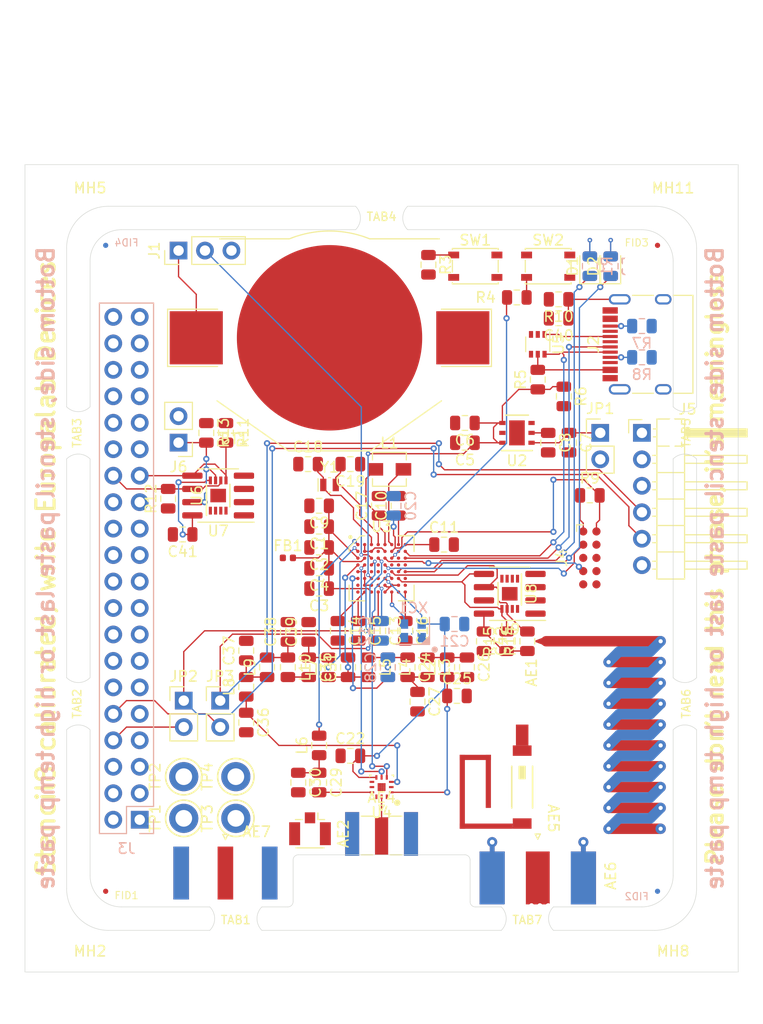
<source format=kicad_pcb>
(kicad_pcb (version 20171130) (host pcbnew 5.1.5+dfsg1-2build2)

  (general
    (thickness 1.6)
    (drawings 95)
    (tracks 438)
    (zones 0)
    (modules 117)
    (nets 121)
  )

  (page A3)
  (title_block
    (date "15 nov 2012")
  )

  (layers
    (0 F.Cu signal)
    (1 In1.Cu signal)
    (2 In2.Cu signal)
    (31 B.Cu signal)
    (34 B.Paste user)
    (35 F.Paste user)
    (36 B.SilkS user)
    (37 F.SilkS user)
    (38 B.Mask user)
    (39 F.Mask user)
    (40 Dwgs.User user)
    (41 Cmts.User user hide)
    (44 Edge.Cuts user)
    (45 Margin user)
    (46 B.CrtYd user)
    (47 F.CrtYd user)
    (48 B.Fab user)
    (49 F.Fab user)
  )

  (setup
    (last_trace_width 0.127)
    (user_trace_width 0.1016)
    (user_trace_width 0.127)
    (user_trace_width 0.2)
    (trace_clearance 0.09)
    (zone_clearance 0.508)
    (zone_45_only no)
    (trace_min 0.09)
    (via_size 0.356)
    (via_drill 0.2)
    (via_min_size 0.356)
    (via_min_drill 0.2)
    (user_via 0.45 0.2)
    (user_via 0.6 0.3)
    (uvia_size 0.45)
    (uvia_drill 0.1)
    (uvias_allowed no)
    (uvia_min_size 0.45)
    (uvia_min_drill 0.1)
    (edge_width 0.1)
    (segment_width 0.1)
    (pcb_text_width 0.25)
    (pcb_text_size 1 1)
    (mod_edge_width 0.15)
    (mod_text_size 1 1)
    (mod_text_width 0.15)
    (pad_size 0.32 0.32)
    (pad_drill 0)
    (pad_to_mask_clearance 0)
    (aux_axis_origin 0 0)
    (visible_elements 7FFFF7FF)
    (pcbplotparams
      (layerselection 0x00030_80000001)
      (usegerberextensions true)
      (usegerberattributes false)
      (usegerberadvancedattributes false)
      (creategerberjobfile false)
      (excludeedgelayer true)
      (linewidth 0.150000)
      (plotframeref false)
      (viasonmask false)
      (mode 1)
      (useauxorigin false)
      (hpglpennumber 1)
      (hpglpenspeed 20)
      (hpglpendiameter 15.000000)
      (psnegative false)
      (psa4output false)
      (plotreference true)
      (plotvalue true)
      (plotinvisibletext false)
      (padsonsilk false)
      (subtractmaskfromsilk false)
      (outputformat 1)
      (mirror false)
      (drillshape 1)
      (scaleselection 1)
      (outputdirectory ""))
  )

  (net 0 "")
  (net 1 GND)
  (net 2 "Net-(AE1-Pad1)")
  (net 3 /Sheet5F53D5B4/RFSWPWR)
  (net 4 "Net-(C8-Pad1)")
  (net 5 /Sheet5F53D5B4/POWAMP)
  (net 6 "Net-(C13-Pad1)")
  (net 7 /Sheet5F53D5B4/HFOUT)
  (net 8 +3V3)
  (net 9 "Net-(C29-Pad1)")
  (net 10 /Sheet5F53D5B4/UART_RX)
  (net 11 /Sheet5F53D5B4/UART_TX)
  (net 12 /Sheet5F53D5B4/HPOUT)
  (net 13 /Sheet5F53D5B4/HFIN)
  (net 14 /Sheet5F53D5B4/BANDSEL)
  (net 15 "Net-(XC1-Pad1)")
  (net 16 "Net-(BT1-Pad1)")
  (net 17 /Sheet5F53D5B4/USB_BUS)
  (net 18 "Net-(C33-Pad1)")
  (net 19 "Net-(C34-Pad1)")
  (net 20 /Sheet5F53D5B4/CMDRST)
  (net 21 "Net-(D1-Pad2)")
  (net 22 "Net-(D1-Pad1)")
  (net 23 "Net-(D2-Pad1)")
  (net 24 "Net-(D2-Pad2)")
  (net 25 /Sheet5F53D5B4/USB_P)
  (net 26 /Sheet5F53D5B4/USB_N)
  (net 27 /Sheet60040980/ID_SD)
  (net 28 /Sheet60040980/ID_SC)
  (net 29 /Sheet5F53D5B4/SWDCLK)
  (net 30 "Net-(J3-Pad7)")
  (net 31 "Net-(J3-Pad8)")
  (net 32 "Net-(J4-Pad6)")
  (net 33 /Sheet5F53D5B4/CN_VBAT)
  (net 34 /Sheet5F53D5B4/I2C_SCL)
  (net 35 /Sheet5F53D5B4/I2C_SDA)
  (net 36 "Net-(TP3-Pad1)")
  (net 37 "Net-(TP4-Pad1)")
  (net 38 /Sheet5F53D5B4/XCEIV)
  (net 39 /Sheet5F53D5B4/CRYSTAL_XIN-RESERVED)
  (net 40 /Sheet5F53D5B4/CRYSTAL_XOUT-RESERVED)
  (net 41 "Net-(AE5-Pad2)")
  (net 42 "Net-(C1-Pad1)")
  (net 43 "Net-(C7-Pad1)")
  (net 44 "Net-(C14-Pad1)")
  (net 45 "Net-(C17-Pad1)")
  (net 46 "Net-(C18-Pad2)")
  (net 47 "Net-(C19-Pad2)")
  (net 48 "Net-(C23-Pad2)")
  (net 49 "Net-(C23-Pad1)")
  (net 50 "Net-(C24-Pad1)")
  (net 51 "Net-(C24-Pad2)")
  (net 52 "Net-(C29-Pad2)")
  (net 53 "Net-(C33-Pad2)")
  (net 54 "Net-(C35-Pad2)")
  (net 55 "Net-(C40-Pad1)")
  (net 56 "Net-(J2-PadB5)")
  (net 57 "Net-(J2-PadA8)")
  (net 58 "Net-(J2-PadA5)")
  (net 59 "Net-(J2-PadB8)")
  (net 60 "Net-(J2-PadA4)")
  (net 61 "Net-(J3-Pad2)")
  (net 62 "Net-(J3-Pad3)")
  (net 63 "Net-(J3-Pad4)")
  (net 64 "Net-(J3-Pad5)")
  (net 65 "Net-(J3-Pad10)")
  (net 66 "Net-(J3-Pad11)")
  (net 67 "Net-(J3-Pad12)")
  (net 68 "Net-(J3-Pad13)")
  (net 69 "Net-(J3-Pad15)")
  (net 70 "Net-(J3-Pad16)")
  (net 71 "Net-(J3-Pad18)")
  (net 72 "Net-(J3-Pad19)")
  (net 73 "Net-(J3-Pad21)")
  (net 74 "Net-(J3-Pad22)")
  (net 75 "Net-(J3-Pad23)")
  (net 76 "Net-(J3-Pad24)")
  (net 77 "Net-(J3-Pad26)")
  (net 78 "Net-(J3-Pad29)")
  (net 79 "Net-(J3-Pad31)")
  (net 80 "Net-(J3-Pad32)")
  (net 81 "Net-(J3-Pad33)")
  (net 82 "Net-(J3-Pad35)")
  (net 83 "Net-(J3-Pad36)")
  (net 84 "Net-(J3-Pad37)")
  (net 85 "Net-(J3-Pad38)")
  (net 86 "Net-(J3-Pad40)")
  (net 87 "Net-(J4-Pad7)")
  (net 88 "Net-(J4-Pad8)")
  (net 89 "Net-(J5-Pad2)")
  (net 90 "Net-(J5-Pad3)")
  (net 91 "Net-(J5-Pad6)")
  (net 92 "Net-(J6-Pad1)")
  (net 93 "Net-(L1-Pad2)")
  (net 94 "Net-(R3-Pad1)")
  (net 95 "Net-(R4-Pad1)")
  (net 96 "Net-(R4-Pad2)")
  (net 97 "Net-(U2-Pad5)")
  (net 98 "Net-(U3-PadG1)")
  (net 99 "Net-(U3-PadH1)")
  (net 100 "Net-(U3-PadE3)")
  (net 101 "Net-(U3-PadB4)")
  (net 102 "Net-(U3-PadE4)")
  (net 103 "Net-(U3-PadF4)")
  (net 104 "Net-(U3-PadE5)")
  (net 105 "Net-(U3-PadH6)")
  (net 106 "Net-(U3-PadC7)")
  (net 107 "Net-(U3-PadD7)")
  (net 108 "Net-(U3-PadH7)")
  (net 109 "Net-(U3-PadD8)")
  (net 110 "Net-(U5-Pad3)")
  (net 111 "Net-(U5-Pad4)")
  (net 112 "Net-(U8-Pad7)")
  (net 113 "Net-(U8-Pad3)")
  (net 114 "Net-(U8-Pad2)")
  (net 115 "Net-(U8-Pad1)")
  (net 116 "Net-(U9-Pad1)")
  (net 117 "Net-(U9-Pad2)")
  (net 118 "Net-(U9-Pad3)")
  (net 119 "Net-(U9-Pad7)")
  (net 120 /Sheet5F53D5B4/SWDIO)

  (net_class Default "This is the default net class."
    (clearance 0.09)
    (trace_width 0.09)
    (via_dia 0.356)
    (via_drill 0.2)
    (uvia_dia 0.45)
    (uvia_drill 0.1)
    (add_net +3V3)
    (add_net /Sheet5F53D5B4/BANDSEL)
    (add_net /Sheet5F53D5B4/CMDRST)
    (add_net /Sheet5F53D5B4/CN_VBAT)
    (add_net /Sheet5F53D5B4/CRYSTAL_XIN-RESERVED)
    (add_net /Sheet5F53D5B4/CRYSTAL_XOUT-RESERVED)
    (add_net /Sheet5F53D5B4/HFIN)
    (add_net /Sheet5F53D5B4/HFOUT)
    (add_net /Sheet5F53D5B4/HPOUT)
    (add_net /Sheet5F53D5B4/I2C_SCL)
    (add_net /Sheet5F53D5B4/I2C_SDA)
    (add_net /Sheet5F53D5B4/POWAMP)
    (add_net /Sheet5F53D5B4/RFSWPWR)
    (add_net /Sheet5F53D5B4/SWDCLK)
    (add_net /Sheet5F53D5B4/SWDIO)
    (add_net /Sheet5F53D5B4/UART_RX)
    (add_net /Sheet5F53D5B4/UART_TX)
    (add_net /Sheet5F53D5B4/USB_BUS)
    (add_net /Sheet5F53D5B4/USB_N)
    (add_net /Sheet5F53D5B4/USB_P)
    (add_net /Sheet5F53D5B4/XCEIV)
    (add_net /Sheet60040980/ID_SC)
    (add_net /Sheet60040980/ID_SD)
    (add_net GND)
    (add_net "Net-(AE1-Pad1)")
    (add_net "Net-(AE5-Pad2)")
    (add_net "Net-(BT1-Pad1)")
    (add_net "Net-(C1-Pad1)")
    (add_net "Net-(C13-Pad1)")
    (add_net "Net-(C14-Pad1)")
    (add_net "Net-(C17-Pad1)")
    (add_net "Net-(C18-Pad2)")
    (add_net "Net-(C19-Pad2)")
    (add_net "Net-(C23-Pad1)")
    (add_net "Net-(C23-Pad2)")
    (add_net "Net-(C24-Pad1)")
    (add_net "Net-(C24-Pad2)")
    (add_net "Net-(C29-Pad1)")
    (add_net "Net-(C29-Pad2)")
    (add_net "Net-(C33-Pad1)")
    (add_net "Net-(C33-Pad2)")
    (add_net "Net-(C34-Pad1)")
    (add_net "Net-(C35-Pad2)")
    (add_net "Net-(C40-Pad1)")
    (add_net "Net-(C7-Pad1)")
    (add_net "Net-(C8-Pad1)")
    (add_net "Net-(D1-Pad1)")
    (add_net "Net-(D1-Pad2)")
    (add_net "Net-(D2-Pad1)")
    (add_net "Net-(D2-Pad2)")
    (add_net "Net-(J2-PadA4)")
    (add_net "Net-(J2-PadA5)")
    (add_net "Net-(J2-PadA8)")
    (add_net "Net-(J2-PadB5)")
    (add_net "Net-(J2-PadB8)")
    (add_net "Net-(J3-Pad10)")
    (add_net "Net-(J3-Pad11)")
    (add_net "Net-(J3-Pad12)")
    (add_net "Net-(J3-Pad13)")
    (add_net "Net-(J3-Pad15)")
    (add_net "Net-(J3-Pad16)")
    (add_net "Net-(J3-Pad18)")
    (add_net "Net-(J3-Pad19)")
    (add_net "Net-(J3-Pad2)")
    (add_net "Net-(J3-Pad21)")
    (add_net "Net-(J3-Pad22)")
    (add_net "Net-(J3-Pad23)")
    (add_net "Net-(J3-Pad24)")
    (add_net "Net-(J3-Pad26)")
    (add_net "Net-(J3-Pad29)")
    (add_net "Net-(J3-Pad3)")
    (add_net "Net-(J3-Pad31)")
    (add_net "Net-(J3-Pad32)")
    (add_net "Net-(J3-Pad33)")
    (add_net "Net-(J3-Pad35)")
    (add_net "Net-(J3-Pad36)")
    (add_net "Net-(J3-Pad37)")
    (add_net "Net-(J3-Pad38)")
    (add_net "Net-(J3-Pad4)")
    (add_net "Net-(J3-Pad40)")
    (add_net "Net-(J3-Pad5)")
    (add_net "Net-(J3-Pad7)")
    (add_net "Net-(J3-Pad8)")
    (add_net "Net-(J4-Pad6)")
    (add_net "Net-(J4-Pad7)")
    (add_net "Net-(J4-Pad8)")
    (add_net "Net-(J5-Pad2)")
    (add_net "Net-(J5-Pad3)")
    (add_net "Net-(J5-Pad6)")
    (add_net "Net-(J6-Pad1)")
    (add_net "Net-(L1-Pad2)")
    (add_net "Net-(R3-Pad1)")
    (add_net "Net-(R4-Pad1)")
    (add_net "Net-(R4-Pad2)")
    (add_net "Net-(TP3-Pad1)")
    (add_net "Net-(TP4-Pad1)")
    (add_net "Net-(U2-Pad5)")
    (add_net "Net-(U3-PadB4)")
    (add_net "Net-(U3-PadC7)")
    (add_net "Net-(U3-PadD7)")
    (add_net "Net-(U3-PadD8)")
    (add_net "Net-(U3-PadE3)")
    (add_net "Net-(U3-PadE4)")
    (add_net "Net-(U3-PadE5)")
    (add_net "Net-(U3-PadF4)")
    (add_net "Net-(U3-PadG1)")
    (add_net "Net-(U3-PadH1)")
    (add_net "Net-(U3-PadH6)")
    (add_net "Net-(U3-PadH7)")
    (add_net "Net-(U5-Pad3)")
    (add_net "Net-(U5-Pad4)")
    (add_net "Net-(U8-Pad1)")
    (add_net "Net-(U8-Pad2)")
    (add_net "Net-(U8-Pad3)")
    (add_net "Net-(U8-Pad7)")
    (add_net "Net-(U9-Pad1)")
    (add_net "Net-(U9-Pad2)")
    (add_net "Net-(U9-Pad3)")
    (add_net "Net-(U9-Pad7)")
    (add_net "Net-(XC1-Pad1)")
  )

  (net_class Power ""
    (clearance 0.2)
    (trace_width 0.5)
    (via_dia 1)
    (via_drill 0.7)
    (uvia_dia 0.5)
    (uvia_drill 0.1)
  )

  (module Elabdev:TFBGA-64_8x8_6.0x6.0mm_P0.65mm (layer F.Cu) (tedit 5F6BA77A) (tstamp 5F68786E)
    (at 210 148)
    (path /5F53D5B5/6052EF69)
    (solder_mask_margin 0.025)
    (clearance 0.0508)
    (attr smd)
    (fp_text reference U3 (at 0 -4) (layer F.SilkS)
      (effects (font (size 1 1) (thickness 0.15)))
    )
    (fp_text value ATSAMR34 (at 0 4) (layer F.Fab)
      (effects (font (size 1 1) (thickness 0.15)))
    )
    (fp_line (start -2 -3) (end -3 -2) (layer F.Fab) (width 0.1))
    (fp_line (start -3 -2) (end -3 3) (layer F.Fab) (width 0.1))
    (fp_line (start -3 3) (end 3 3) (layer F.Fab) (width 0.1))
    (fp_line (start 3 3) (end 3 -3) (layer F.Fab) (width 0.1))
    (fp_line (start 3 -3) (end -2 -3) (layer F.Fab) (width 0.1))
    (fp_line (start 1.62 -3.12) (end 3.12 -3.12) (layer F.SilkS) (width 0.12))
    (fp_line (start 3.12 -3.12) (end 3.12 -1.62) (layer F.SilkS) (width 0.12))
    (fp_line (start 1.62 -3.12) (end 3.12 -3.12) (layer F.SilkS) (width 0.12))
    (fp_line (start 3.12 -3.12) (end 3.12 -1.62) (layer F.SilkS) (width 0.12))
    (fp_line (start 1.62 3.12) (end 3.12 3.12) (layer F.SilkS) (width 0.12))
    (fp_line (start 3.12 3.12) (end 3.12 1.62) (layer F.SilkS) (width 0.12))
    (fp_line (start 1.62 -3.12) (end 3.12 -3.12) (layer F.SilkS) (width 0.12))
    (fp_line (start 3.12 -3.12) (end 3.12 -1.62) (layer F.SilkS) (width 0.12))
    (fp_line (start -1.62 3.12) (end -3.12 3.12) (layer F.SilkS) (width 0.12))
    (fp_line (start -3.12 3.12) (end -3.12 1.62) (layer F.SilkS) (width 0.12))
    (fp_line (start -1.62 -3.12) (end -2 -3.12) (layer F.SilkS) (width 0.12))
    (fp_line (start -2 -3.12) (end -3.12 -2) (layer F.SilkS) (width 0.12))
    (fp_line (start -3.12 -2) (end -3.12 -1.62) (layer F.SilkS) (width 0.12))
    (fp_circle (center -3 -3) (end -3 -2.9) (layer F.SilkS) (width 0.2))
    (fp_line (start -4 -4) (end 4 -4) (layer F.CrtYd) (width 0.05))
    (fp_line (start 4 -4) (end 4 4) (layer F.CrtYd) (width 0.05))
    (fp_line (start 4 4) (end -4 4) (layer F.CrtYd) (width 0.05))
    (fp_line (start -4 4) (end -4 -4) (layer F.CrtYd) (width 0.05))
    (pad A1 smd circle (at -2.275 -2.275) (size 0.32 0.32) (layers F.Cu F.Paste F.Mask)
      (net 13 /Sheet5F53D5B4/HFIN))
    (pad B1 smd circle (at -2.275 -1.625) (size 0.32 0.32) (layers F.Cu F.Paste F.Mask)
      (net 7 /Sheet5F53D5B4/HFOUT))
    (pad C1 smd circle (at -2.275 -0.975) (size 0.32 0.32) (layers F.Cu F.Paste F.Mask)
      (net 42 "Net-(C1-Pad1)"))
    (pad D1 smd circle (at -2.275 -0.325) (size 0.32 0.32) (layers F.Cu F.Paste F.Mask)
      (net 5 /Sheet5F53D5B4/POWAMP))
    (pad E1 smd circle (at -2.275 0.325) (size 0.32 0.32) (layers F.Cu F.Paste F.Mask)
      (net 1 GND))
    (pad F1 smd circle (at -2.275 0.975) (size 0.32 0.32) (layers F.Cu F.Paste F.Mask)
      (net 12 /Sheet5F53D5B4/HPOUT))
    (pad G1 smd circle (at -2.275 1.625) (size 0.32 0.32) (layers F.Cu F.Paste F.Mask)
      (net 98 "Net-(U3-PadG1)"))
    (pad H1 smd circle (at -2.275 2.275) (size 0.32 0.32) (layers F.Cu F.Paste F.Mask)
      (net 99 "Net-(U3-PadH1)"))
    (pad A2 smd circle (at -1.625 -2.275) (size 0.32 0.32) (layers F.Cu F.Paste F.Mask)
      (net 1 GND))
    (pad B2 smd circle (at -1.625 -1.625) (size 0.32 0.32) (layers F.Cu F.Paste F.Mask)
      (net 1 GND))
    (pad C2 smd circle (at -1.625 -0.975) (size 0.32 0.32) (layers F.Cu F.Paste F.Mask)
      (net 42 "Net-(C1-Pad1)"))
    (pad D2 smd circle (at -1.625 -0.325) (size 0.32 0.32) (layers F.Cu F.Paste F.Mask)
      (net 38 /Sheet5F53D5B4/XCEIV))
    (pad E2 smd circle (at -1.625 0.325) (size 0.32 0.32) (layers F.Cu F.Paste F.Mask)
      (net 1 GND))
    (pad F2 smd circle (at -1.625 0.975) (size 0.32 0.32) (layers F.Cu F.Paste F.Mask)
      (net 1 GND))
    (pad G2 smd circle (at -1.625 1.625) (size 0.32 0.32) (layers F.Cu F.Paste F.Mask)
      (net 1 GND))
    (pad H2 smd circle (at -1.625 2.275) (size 0.32 0.32) (layers F.Cu F.Paste F.Mask)
      (net 44 "Net-(C14-Pad1)"))
    (pad A3 smd circle (at -0.975 -2.275) (size 0.32 0.32) (layers F.Cu F.Paste F.Mask)
      (net 46 "Net-(C18-Pad2)"))
    (pad B3 smd circle (at -0.975 -1.625) (size 0.32 0.32) (layers F.Cu F.Paste F.Mask)
      (net 1 GND))
    (pad C3 smd circle (at -0.975 -0.975) (size 0.32 0.32) (layers F.Cu F.Paste F.Mask)
      (net 33 /Sheet5F53D5B4/CN_VBAT))
    (pad D3 smd circle (at -0.975 -0.325) (size 0.32 0.32) (layers F.Cu F.Paste F.Mask)
      (net 11 /Sheet5F53D5B4/UART_TX))
    (pad E3 smd circle (at -0.975 0.325) (size 0.32 0.32) (layers F.Cu F.Paste F.Mask)
      (net 100 "Net-(U3-PadE3)"))
    (pad F3 smd circle (at -0.975 0.975) (size 0.32 0.32) (layers F.Cu F.Paste F.Mask)
      (net 17 /Sheet5F53D5B4/USB_BUS))
    (pad G3 smd circle (at -0.975 1.625) (size 0.32 0.32) (layers F.Cu F.Paste F.Mask)
      (net 1 GND))
    (pad H3 smd circle (at -0.975 2.275) (size 0.32 0.32) (layers F.Cu F.Paste F.Mask)
      (net 42 "Net-(C1-Pad1)"))
    (pad A4 smd circle (at -0.325 -2.275) (size 0.32 0.32) (layers F.Cu F.Paste F.Mask)
      (net 47 "Net-(C19-Pad2)"))
    (pad B4 smd circle (at -0.325 -1.625) (size 0.32 0.32) (layers F.Cu F.Paste F.Mask)
      (net 101 "Net-(U3-PadB4)"))
    (pad C4 smd circle (at -0.325 -0.975) (size 0.32 0.32) (layers F.Cu F.Paste F.Mask)
      (net 10 /Sheet5F53D5B4/UART_RX))
    (pad D4 smd circle (at -0.325 -0.325) (size 0.32 0.32) (layers F.Cu F.Paste F.Mask)
      (net 1 GND))
    (pad E4 smd circle (at -0.325 0.325) (size 0.32 0.32) (layers F.Cu F.Paste F.Mask)
      (net 102 "Net-(U3-PadE4)"))
    (pad F4 smd circle (at -0.325 0.975) (size 0.32 0.32) (layers F.Cu F.Paste F.Mask)
      (net 103 "Net-(U3-PadF4)"))
    (pad G4 smd circle (at -0.325 1.625) (size 0.32 0.32) (layers F.Cu F.Paste F.Mask)
      (net 8 +3V3))
    (pad H4 smd circle (at -0.325 2.275) (size 0.32 0.32) (layers F.Cu F.Paste F.Mask)
      (net 6 "Net-(C13-Pad1)"))
    (pad A5 smd circle (at 0.325 -2.275) (size 0.32 0.32) (layers F.Cu F.Paste F.Mask)
      (net 45 "Net-(C17-Pad1)"))
    (pad B5 smd circle (at 0.325 -1.625) (size 0.32 0.32) (layers F.Cu F.Paste F.Mask)
      (net 1 GND))
    (pad C5 smd circle (at 0.325 -0.975) (size 0.32 0.32) (layers F.Cu F.Paste F.Mask)
      (net 29 /Sheet5F53D5B4/SWDCLK))
    (pad D5 smd circle (at 0.325 -0.325) (size 0.32 0.32) (layers F.Cu F.Paste F.Mask)
      (net 120 /Sheet5F53D5B4/SWDIO))
    (pad E5 smd circle (at 0.325 0.325) (size 0.32 0.32) (layers F.Cu F.Paste F.Mask)
      (net 104 "Net-(U3-PadE5)"))
    (pad F5 smd circle (at 0.325 0.975) (size 0.32 0.32) (layers F.Cu F.Paste F.Mask)
      (net 3 /Sheet5F53D5B4/RFSWPWR))
    (pad G5 smd circle (at 0.325 1.625) (size 0.32 0.32) (layers F.Cu F.Paste F.Mask)
      (net 1 GND))
    (pad H5 smd circle (at 0.325 2.275) (size 0.32 0.32) (layers F.Cu F.Paste F.Mask)
      (net 1 GND))
    (pad A6 smd circle (at 0.975 -2.275) (size 0.32 0.32) (layers F.Cu F.Paste F.Mask)
      (net 93 "Net-(L1-Pad2)"))
    (pad B6 smd circle (at 0.975 -1.625) (size 0.32 0.32) (layers F.Cu F.Paste F.Mask)
      (net 20 /Sheet5F53D5B4/CMDRST))
    (pad C6 smd circle (at 0.975 -0.975) (size 0.32 0.32) (layers F.Cu F.Paste F.Mask)
      (net 95 "Net-(R4-Pad1)"))
    (pad D6 smd circle (at 0.975 -0.325) (size 0.32 0.32) (layers F.Cu F.Paste F.Mask)
      (net 1 GND))
    (pad E6 smd circle (at 0.975 0.325) (size 0.32 0.32) (layers F.Cu F.Paste F.Mask)
      (net 34 /Sheet5F53D5B4/I2C_SCL))
    (pad F6 smd circle (at 0.975 0.975) (size 0.32 0.32) (layers F.Cu F.Paste F.Mask)
      (net 14 /Sheet5F53D5B4/BANDSEL))
    (pad G6 smd circle (at 0.975 1.625) (size 0.32 0.32) (layers F.Cu F.Paste F.Mask)
      (net 1 GND))
    (pad H6 smd circle (at 0.975 2.275) (size 0.32 0.32) (layers F.Cu F.Paste F.Mask)
      (net 105 "Net-(U3-PadH6)"))
    (pad A7 smd circle (at 1.625 -2.275) (size 0.32 0.32) (layers F.Cu F.Paste F.Mask)
      (net 8 +3V3))
    (pad B7 smd circle (at 1.625 -1.625) (size 0.32 0.32) (layers F.Cu F.Paste F.Mask)
      (net 1 GND))
    (pad C7 smd circle (at 1.625 -0.975) (size 0.32 0.32) (layers F.Cu F.Paste F.Mask)
      (net 106 "Net-(U3-PadC7)"))
    (pad D7 smd circle (at 1.625 -0.325) (size 0.32 0.32) (layers F.Cu F.Paste F.Mask)
      (net 107 "Net-(U3-PadD7)"))
    (pad E7 smd circle (at 1.625 0.325) (size 0.32 0.32) (layers F.Cu F.Paste F.Mask)
      (net 22 "Net-(D1-Pad1)"))
    (pad F7 smd circle (at 1.625 0.975) (size 0.32 0.32) (layers F.Cu F.Paste F.Mask)
      (net 35 /Sheet5F53D5B4/I2C_SDA))
    (pad G7 smd circle (at 1.625 1.625) (size 0.32 0.32) (layers F.Cu F.Paste F.Mask)
      (net 1 GND))
    (pad H7 smd circle (at 1.625 2.275) (size 0.32 0.32) (layers F.Cu F.Paste F.Mask)
      (net 108 "Net-(U3-PadH7)"))
    (pad A8 smd circle (at 2.275 -2.275) (size 0.32 0.32) (layers F.Cu F.Paste F.Mask)
      (net 8 +3V3))
    (pad B8 smd circle (at 2.275 -1.625) (size 0.32 0.32) (layers F.Cu F.Paste F.Mask)
      (net 26 /Sheet5F53D5B4/USB_N))
    (pad C8 smd circle (at 2.275 -0.975) (size 0.32 0.32) (layers F.Cu F.Paste F.Mask)
      (net 25 /Sheet5F53D5B4/USB_P))
    (pad D8 smd circle (at 2.275 -0.325) (size 0.32 0.32) (layers F.Cu F.Paste F.Mask)
      (net 109 "Net-(U3-PadD8)"))
    (pad E8 smd circle (at 2.275 0.325) (size 0.32 0.32) (layers F.Cu F.Paste F.Mask)
      (net 23 "Net-(D2-Pad1)"))
    (pad F8 smd circle (at 2.275 0.975) (size 0.32 0.32) (layers F.Cu F.Paste F.Mask)
      (net 39 /Sheet5F53D5B4/CRYSTAL_XIN-RESERVED))
    (pad G8 smd circle (at 2.275 1.625) (size 0.32 0.32) (layers F.Cu F.Paste F.Mask)
      (net 40 /Sheet5F53D5B4/CRYSTAL_XOUT-RESERVED))
    (pad H8 smd circle (at 2.275 2.275) (size 0.32 0.32) (layers F.Cu F.Paste F.Mask)
      (net 8 +3V3))
    (model ${KISYS3DMOD}/Package_BGA.3dshapes/TFBGA-64_5x5mm_Layout8x8_P0.5mm.wrl
      (at (xyz 0 0 0))
      (scale (xyz 1.2 1.2 1.2))
      (rotate (xyz 0 0 0))
    )
  )

  (module Elabdev:Panel_Mousetab_25mm_Single (layer F.Cu) (tedit 5CD9E502) (tstamp 5F680FEC)
    (at 224 181.75 90)
    (path /5CD9EB0D)
    (fp_text reference TAB7 (at 0 0) (layer F.SilkS)
      (effects (font (size 0.8 0.8) (thickness 0.13)))
    )
    (fp_text value Pantab (at 0 3.5 90) (layer F.Fab)
      (effects (font (size 1 1) (thickness 0.15)))
    )
    (fp_line (start 1.25 -2.2) (end 1.25 2.2) (layer F.Fab) (width 0.15))
    (fp_line (start -1.25 -2.2) (end -1.25 2.2) (layer F.Fab) (width 0.15))
    (fp_line (start 2.1 -2.6) (end 2.1 2.6) (layer F.CrtYd) (width 0.15))
    (fp_line (start 2.1 2.6) (end -2.1 2.6) (layer F.CrtYd) (width 0.15))
    (fp_line (start -2.1 2.6) (end -2.1 -2.6) (layer F.CrtYd) (width 0.15))
    (fp_line (start -2.1 -2.6) (end 2.1 -2.6) (layer F.CrtYd) (width 0.15))
    (pad "" np_thru_hole circle (at 1.35 2 90) (size 0.5 0.5) (drill 0.5) (layers *.Cu))
    (pad "" np_thru_hole circle (at 1.35 1.2 90) (size 0.5 0.5) (drill 0.5) (layers *.Cu))
    (pad "" np_thru_hole circle (at 1.35 0.4 90) (size 0.5 0.5) (drill 0.5) (layers *.Cu))
    (pad "" np_thru_hole circle (at 1.35 -0.4 90) (size 0.5 0.5) (drill 0.5) (layers *.Cu))
    (pad "" np_thru_hole circle (at 1.35 -1.2 90) (size 0.5 0.5) (drill 0.5) (layers *.Cu))
    (pad "" np_thru_hole circle (at 1.35 -2 90) (size 0.5 0.5) (drill 0.5) (layers *.Cu))
  )

  (module Elabdev:Panel_Mousetab_25mm_Single (layer F.Cu) (tedit 5CD9E59A) (tstamp 5F4C0A71)
    (at 210 114.25 270)
    (path /5CD5C3A7)
    (fp_text reference TAB4 (at 0 0 180) (layer F.SilkS)
      (effects (font (size 0.8 0.8) (thickness 0.13)))
    )
    (fp_text value Pantab (at 0 -3.5 270) (layer F.Fab)
      (effects (font (size 1 1) (thickness 0.15)))
    )
    (fp_line (start 1.25 -2.2) (end 1.25 2.2) (layer F.Fab) (width 0.15))
    (fp_line (start -1.25 -2.2) (end -1.25 2.2) (layer F.Fab) (width 0.15))
    (fp_line (start 2.1 -2.6) (end 2.1 2.6) (layer F.CrtYd) (width 0.15))
    (fp_line (start 2.1 2.6) (end -2.1 2.6) (layer F.CrtYd) (width 0.15))
    (fp_line (start -2.1 2.6) (end -2.1 -2.6) (layer F.CrtYd) (width 0.15))
    (fp_line (start -2.1 -2.6) (end 2.1 -2.6) (layer F.CrtYd) (width 0.15))
    (pad "" np_thru_hole circle (at 1.35 2 270) (size 0.5 0.5) (drill 0.5) (layers *.Cu))
    (pad "" np_thru_hole circle (at 1.35 1.2 270) (size 0.5 0.5) (drill 0.5) (layers *.Cu))
    (pad "" np_thru_hole circle (at 1.35 0.4 270) (size 0.5 0.5) (drill 0.5) (layers *.Cu))
    (pad "" np_thru_hole circle (at 1.35 -0.4 270) (size 0.5 0.5) (drill 0.5) (layers *.Cu))
    (pad "" np_thru_hole circle (at 1.35 -1.2 270) (size 0.5 0.5) (drill 0.5) (layers *.Cu))
    (pad "" np_thru_hole circle (at 1.35 -2 270) (size 0.5 0.5) (drill 0.5) (layers *.Cu))
  )

  (module Elabdev:Panel_Mousetab_25mm_Single (layer F.Cu) (tedit 5CD9E502) (tstamp 5CE1C45C)
    (at 196 181.75 90)
    (path /5CD9EB0D)
    (fp_text reference TAB1 (at 0 0) (layer F.SilkS)
      (effects (font (size 0.8 0.8) (thickness 0.13)))
    )
    (fp_text value Pantab (at 0 3.5 90) (layer F.Fab)
      (effects (font (size 1 1) (thickness 0.15)))
    )
    (fp_line (start -2.1 -2.6) (end 2.1 -2.6) (layer F.CrtYd) (width 0.15))
    (fp_line (start -2.1 2.6) (end -2.1 -2.6) (layer F.CrtYd) (width 0.15))
    (fp_line (start 2.1 2.6) (end -2.1 2.6) (layer F.CrtYd) (width 0.15))
    (fp_line (start 2.1 -2.6) (end 2.1 2.6) (layer F.CrtYd) (width 0.15))
    (fp_line (start -1.25 -2.2) (end -1.25 2.2) (layer F.Fab) (width 0.15))
    (fp_line (start 1.25 -2.2) (end 1.25 2.2) (layer F.Fab) (width 0.15))
    (pad "" np_thru_hole circle (at 1.35 -2 90) (size 0.5 0.5) (drill 0.5) (layers *.Cu))
    (pad "" np_thru_hole circle (at 1.35 -1.2 90) (size 0.5 0.5) (drill 0.5) (layers *.Cu))
    (pad "" np_thru_hole circle (at 1.35 -0.4 90) (size 0.5 0.5) (drill 0.5) (layers *.Cu))
    (pad "" np_thru_hole circle (at 1.35 0.4 90) (size 0.5 0.5) (drill 0.5) (layers *.Cu))
    (pad "" np_thru_hole circle (at 1.35 1.2 90) (size 0.5 0.5) (drill 0.5) (layers *.Cu))
    (pad "" np_thru_hole circle (at 1.35 2 90) (size 0.5 0.5) (drill 0.5) (layers *.Cu))
  )

  (module Elabdev:Panel_Mousetab_25mm_Single (layer F.Cu) (tedit 5CD5AA6C) (tstamp 5F4C1007)
    (at 180.75 161)
    (path /5CD5C074)
    (fp_text reference TAB2 (at 0 0 90) (layer F.SilkS)
      (effects (font (size 0.8 0.8) (thickness 0.13)))
    )
    (fp_text value Pantab (at -2.5 0 -270) (layer F.Fab)
      (effects (font (size 1 1) (thickness 0.15)))
    )
    (fp_line (start -2.1 -2.6) (end 2.1 -2.6) (layer F.CrtYd) (width 0.15))
    (fp_line (start -2.1 2.6) (end -2.1 -2.6) (layer F.CrtYd) (width 0.15))
    (fp_line (start 2.1 2.6) (end -2.1 2.6) (layer F.CrtYd) (width 0.15))
    (fp_line (start 2.1 -2.6) (end 2.1 2.6) (layer F.CrtYd) (width 0.15))
    (fp_line (start -1.25 -2.2) (end -1.25 2.2) (layer F.Fab) (width 0.15))
    (fp_line (start 1.25 -2.2) (end 1.25 2.2) (layer F.Fab) (width 0.15))
    (pad "" np_thru_hole circle (at 1.35 -2) (size 0.5 0.5) (drill 0.5) (layers *.Cu))
    (pad "" np_thru_hole circle (at 1.35 -1.2) (size 0.5 0.5) (drill 0.5) (layers *.Cu))
    (pad "" np_thru_hole circle (at 1.35 -0.4) (size 0.5 0.5) (drill 0.5) (layers *.Cu))
    (pad "" np_thru_hole circle (at 1.35 0.4) (size 0.5 0.5) (drill 0.5) (layers *.Cu))
    (pad "" np_thru_hole circle (at 1.35 1.2) (size 0.5 0.5) (drill 0.5) (layers *.Cu))
    (pad "" np_thru_hole circle (at 1.35 2) (size 0.5 0.5) (drill 0.5) (layers *.Cu))
  )

  (module Elabdev:Panel_Mousetab_25mm_Single (layer F.Cu) (tedit 5CD5AA6C) (tstamp 5F4C1047)
    (at 180.75 135)
    (path /5CD5C074)
    (fp_text reference TAB3 (at 0 0 90) (layer F.SilkS)
      (effects (font (size 0.8 0.8) (thickness 0.13)))
    )
    (fp_text value Pantab (at -2.5 0 -270) (layer F.Fab)
      (effects (font (size 1 1) (thickness 0.15)))
    )
    (fp_line (start 1.25 -2.2) (end 1.25 2.2) (layer F.Fab) (width 0.15))
    (fp_line (start -1.25 -2.2) (end -1.25 2.2) (layer F.Fab) (width 0.15))
    (fp_line (start 2.1 -2.6) (end 2.1 2.6) (layer F.CrtYd) (width 0.15))
    (fp_line (start 2.1 2.6) (end -2.1 2.6) (layer F.CrtYd) (width 0.15))
    (fp_line (start -2.1 2.6) (end -2.1 -2.6) (layer F.CrtYd) (width 0.15))
    (fp_line (start -2.1 -2.6) (end 2.1 -2.6) (layer F.CrtYd) (width 0.15))
    (pad "" np_thru_hole circle (at 1.35 2) (size 0.5 0.5) (drill 0.5) (layers *.Cu))
    (pad "" np_thru_hole circle (at 1.35 1.2) (size 0.5 0.5) (drill 0.5) (layers *.Cu))
    (pad "" np_thru_hole circle (at 1.35 0.4) (size 0.5 0.5) (drill 0.5) (layers *.Cu))
    (pad "" np_thru_hole circle (at 1.35 -0.4) (size 0.5 0.5) (drill 0.5) (layers *.Cu))
    (pad "" np_thru_hole circle (at 1.35 -1.2) (size 0.5 0.5) (drill 0.5) (layers *.Cu))
    (pad "" np_thru_hole circle (at 1.35 -2) (size 0.5 0.5) (drill 0.5) (layers *.Cu))
  )

  (module Elabdev:Panel_Mousetab_25mm_Single (layer F.Cu) (tedit 5CD5AA6C) (tstamp 5F4C108A)
    (at 239.25 135 180)
    (path /5CD5C074)
    (fp_text reference TAB5 (at 0 0 90) (layer F.SilkS)
      (effects (font (size 0.8 0.8) (thickness 0.13)))
    )
    (fp_text value Pantab (at -2.5 0 90) (layer F.Fab)
      (effects (font (size 1 1) (thickness 0.15)))
    )
    (fp_line (start 1.25 -2.2) (end 1.25 2.2) (layer F.Fab) (width 0.15))
    (fp_line (start -1.25 -2.2) (end -1.25 2.2) (layer F.Fab) (width 0.15))
    (fp_line (start 2.1 -2.6) (end 2.1 2.6) (layer F.CrtYd) (width 0.15))
    (fp_line (start 2.1 2.6) (end -2.1 2.6) (layer F.CrtYd) (width 0.15))
    (fp_line (start -2.1 2.6) (end -2.1 -2.6) (layer F.CrtYd) (width 0.15))
    (fp_line (start -2.1 -2.6) (end 2.1 -2.6) (layer F.CrtYd) (width 0.15))
    (pad "" np_thru_hole circle (at 1.35 2 180) (size 0.5 0.5) (drill 0.5) (layers *.Cu))
    (pad "" np_thru_hole circle (at 1.35 1.2 180) (size 0.5 0.5) (drill 0.5) (layers *.Cu))
    (pad "" np_thru_hole circle (at 1.35 0.4 180) (size 0.5 0.5) (drill 0.5) (layers *.Cu))
    (pad "" np_thru_hole circle (at 1.35 -0.4 180) (size 0.5 0.5) (drill 0.5) (layers *.Cu))
    (pad "" np_thru_hole circle (at 1.35 -1.2 180) (size 0.5 0.5) (drill 0.5) (layers *.Cu))
    (pad "" np_thru_hole circle (at 1.35 -2 180) (size 0.5 0.5) (drill 0.5) (layers *.Cu))
  )

  (module Elabdev:Panel_Mousetab_25mm_Single (layer F.Cu) (tedit 5CD5AA6C) (tstamp 5F4C1067)
    (at 239.25 161 180)
    (path /5CD5C074)
    (fp_text reference TAB6 (at 0 0 90) (layer F.SilkS)
      (effects (font (size 0.8 0.8) (thickness 0.13)))
    )
    (fp_text value Pantab (at -2.5 0 90) (layer F.Fab)
      (effects (font (size 1 1) (thickness 0.15)))
    )
    (fp_line (start -2.1 -2.6) (end 2.1 -2.6) (layer F.CrtYd) (width 0.15))
    (fp_line (start -2.1 2.6) (end -2.1 -2.6) (layer F.CrtYd) (width 0.15))
    (fp_line (start 2.1 2.6) (end -2.1 2.6) (layer F.CrtYd) (width 0.15))
    (fp_line (start 2.1 -2.6) (end 2.1 2.6) (layer F.CrtYd) (width 0.15))
    (fp_line (start -1.25 -2.2) (end -1.25 2.2) (layer F.Fab) (width 0.15))
    (fp_line (start 1.25 -2.2) (end 1.25 2.2) (layer F.Fab) (width 0.15))
    (pad "" np_thru_hole circle (at 1.35 -2 180) (size 0.5 0.5) (drill 0.5) (layers *.Cu))
    (pad "" np_thru_hole circle (at 1.35 -1.2 180) (size 0.5 0.5) (drill 0.5) (layers *.Cu))
    (pad "" np_thru_hole circle (at 1.35 -0.4 180) (size 0.5 0.5) (drill 0.5) (layers *.Cu))
    (pad "" np_thru_hole circle (at 1.35 0.4 180) (size 0.5 0.5) (drill 0.5) (layers *.Cu))
    (pad "" np_thru_hole circle (at 1.35 1.2 180) (size 0.5 0.5) (drill 0.5) (layers *.Cu))
    (pad "" np_thru_hole circle (at 1.35 2 180) (size 0.5 0.5) (drill 0.5) (layers *.Cu))
  )

  (module Connector_PinSocket_2.54mm:PinSocket_2x20_P2.54mm_Vertical (layer B.Cu) (tedit 5A19A433) (tstamp 5F683F15)
    (at 186.77 172.13)
    (descr "Through hole straight socket strip, 2x20, 2.54mm pitch, double cols (from Kicad 4.0.7), script generated")
    (tags "Through hole socket strip THT 2x20 2.54mm double row")
    (path /60040981/5F6A7FD9)
    (fp_text reference J3 (at -1.27 2.77) (layer B.SilkS)
      (effects (font (size 1 1) (thickness 0.15)) (justify mirror))
    )
    (fp_text value RPIHAT-40W (at -1.27 -51.03) (layer B.Fab)
      (effects (font (size 1 1) (thickness 0.15)) (justify mirror))
    )
    (fp_line (start -3.81 1.27) (end 0.27 1.27) (layer B.Fab) (width 0.1))
    (fp_line (start 0.27 1.27) (end 1.27 0.27) (layer B.Fab) (width 0.1))
    (fp_line (start 1.27 0.27) (end 1.27 -49.53) (layer B.Fab) (width 0.1))
    (fp_line (start 1.27 -49.53) (end -3.81 -49.53) (layer B.Fab) (width 0.1))
    (fp_line (start -3.81 -49.53) (end -3.81 1.27) (layer B.Fab) (width 0.1))
    (fp_line (start -3.87 1.33) (end -1.27 1.33) (layer B.SilkS) (width 0.12))
    (fp_line (start -3.87 1.33) (end -3.87 -49.59) (layer B.SilkS) (width 0.12))
    (fp_line (start -3.87 -49.59) (end 1.33 -49.59) (layer B.SilkS) (width 0.12))
    (fp_line (start 1.33 -1.27) (end 1.33 -49.59) (layer B.SilkS) (width 0.12))
    (fp_line (start -1.27 -1.27) (end 1.33 -1.27) (layer B.SilkS) (width 0.12))
    (fp_line (start -1.27 1.33) (end -1.27 -1.27) (layer B.SilkS) (width 0.12))
    (fp_line (start 1.33 1.33) (end 1.33 0) (layer B.SilkS) (width 0.12))
    (fp_line (start 0 1.33) (end 1.33 1.33) (layer B.SilkS) (width 0.12))
    (fp_line (start -4.34 1.8) (end 1.76 1.8) (layer B.CrtYd) (width 0.05))
    (fp_line (start 1.76 1.8) (end 1.76 -50) (layer B.CrtYd) (width 0.05))
    (fp_line (start 1.76 -50) (end -4.34 -50) (layer B.CrtYd) (width 0.05))
    (fp_line (start -4.34 -50) (end -4.34 1.8) (layer B.CrtYd) (width 0.05))
    (fp_text user %R (at -1.27 -24.13 -90) (layer B.Fab)
      (effects (font (size 1 1) (thickness 0.15)) (justify mirror))
    )
    (pad 1 thru_hole rect (at 0 0) (size 1.7 1.7) (drill 1) (layers *.Cu *.Mask)
      (net 8 +3V3))
    (pad 2 thru_hole oval (at -2.54 0) (size 1.7 1.7) (drill 1) (layers *.Cu *.Mask)
      (net 61 "Net-(J3-Pad2)"))
    (pad 3 thru_hole oval (at 0 -2.54) (size 1.7 1.7) (drill 1) (layers *.Cu *.Mask)
      (net 62 "Net-(J3-Pad3)"))
    (pad 4 thru_hole oval (at -2.54 -2.54) (size 1.7 1.7) (drill 1) (layers *.Cu *.Mask)
      (net 63 "Net-(J3-Pad4)"))
    (pad 5 thru_hole oval (at 0 -5.08) (size 1.7 1.7) (drill 1) (layers *.Cu *.Mask)
      (net 64 "Net-(J3-Pad5)"))
    (pad 6 thru_hole oval (at -2.54 -5.08) (size 1.7 1.7) (drill 1) (layers *.Cu *.Mask)
      (net 1 GND))
    (pad 7 thru_hole oval (at 0 -7.62) (size 1.7 1.7) (drill 1) (layers *.Cu *.Mask)
      (net 30 "Net-(J3-Pad7)"))
    (pad 8 thru_hole oval (at -2.54 -7.62) (size 1.7 1.7) (drill 1) (layers *.Cu *.Mask)
      (net 31 "Net-(J3-Pad8)"))
    (pad 9 thru_hole oval (at 0 -10.16) (size 1.7 1.7) (drill 1) (layers *.Cu *.Mask)
      (net 1 GND))
    (pad 10 thru_hole oval (at -2.54 -10.16) (size 1.7 1.7) (drill 1) (layers *.Cu *.Mask)
      (net 65 "Net-(J3-Pad10)"))
    (pad 11 thru_hole oval (at 0 -12.7) (size 1.7 1.7) (drill 1) (layers *.Cu *.Mask)
      (net 66 "Net-(J3-Pad11)"))
    (pad 12 thru_hole oval (at -2.54 -12.7) (size 1.7 1.7) (drill 1) (layers *.Cu *.Mask)
      (net 67 "Net-(J3-Pad12)"))
    (pad 13 thru_hole oval (at 0 -15.24) (size 1.7 1.7) (drill 1) (layers *.Cu *.Mask)
      (net 68 "Net-(J3-Pad13)"))
    (pad 14 thru_hole oval (at -2.54 -15.24) (size 1.7 1.7) (drill 1) (layers *.Cu *.Mask)
      (net 1 GND))
    (pad 15 thru_hole oval (at 0 -17.78) (size 1.7 1.7) (drill 1) (layers *.Cu *.Mask)
      (net 69 "Net-(J3-Pad15)"))
    (pad 16 thru_hole oval (at -2.54 -17.78) (size 1.7 1.7) (drill 1) (layers *.Cu *.Mask)
      (net 70 "Net-(J3-Pad16)"))
    (pad 17 thru_hole oval (at 0 -20.32) (size 1.7 1.7) (drill 1) (layers *.Cu *.Mask)
      (net 8 +3V3))
    (pad 18 thru_hole oval (at -2.54 -20.32) (size 1.7 1.7) (drill 1) (layers *.Cu *.Mask)
      (net 71 "Net-(J3-Pad18)"))
    (pad 19 thru_hole oval (at 0 -22.86) (size 1.7 1.7) (drill 1) (layers *.Cu *.Mask)
      (net 72 "Net-(J3-Pad19)"))
    (pad 20 thru_hole oval (at -2.54 -22.86) (size 1.7 1.7) (drill 1) (layers *.Cu *.Mask)
      (net 1 GND))
    (pad 21 thru_hole oval (at 0 -25.4) (size 1.7 1.7) (drill 1) (layers *.Cu *.Mask)
      (net 73 "Net-(J3-Pad21)"))
    (pad 22 thru_hole oval (at -2.54 -25.4) (size 1.7 1.7) (drill 1) (layers *.Cu *.Mask)
      (net 74 "Net-(J3-Pad22)"))
    (pad 23 thru_hole oval (at 0 -27.94) (size 1.7 1.7) (drill 1) (layers *.Cu *.Mask)
      (net 75 "Net-(J3-Pad23)"))
    (pad 24 thru_hole oval (at -2.54 -27.94) (size 1.7 1.7) (drill 1) (layers *.Cu *.Mask)
      (net 76 "Net-(J3-Pad24)"))
    (pad 25 thru_hole oval (at 0 -30.48) (size 1.7 1.7) (drill 1) (layers *.Cu *.Mask)
      (net 1 GND))
    (pad 26 thru_hole oval (at -2.54 -30.48) (size 1.7 1.7) (drill 1) (layers *.Cu *.Mask)
      (net 77 "Net-(J3-Pad26)"))
    (pad 27 thru_hole oval (at 0 -33.02) (size 1.7 1.7) (drill 1) (layers *.Cu *.Mask)
      (net 27 /Sheet60040980/ID_SD))
    (pad 28 thru_hole oval (at -2.54 -33.02) (size 1.7 1.7) (drill 1) (layers *.Cu *.Mask)
      (net 28 /Sheet60040980/ID_SC))
    (pad 29 thru_hole oval (at 0 -35.56) (size 1.7 1.7) (drill 1) (layers *.Cu *.Mask)
      (net 78 "Net-(J3-Pad29)"))
    (pad 30 thru_hole oval (at -2.54 -35.56) (size 1.7 1.7) (drill 1) (layers *.Cu *.Mask)
      (net 1 GND))
    (pad 31 thru_hole oval (at 0 -38.1) (size 1.7 1.7) (drill 1) (layers *.Cu *.Mask)
      (net 79 "Net-(J3-Pad31)"))
    (pad 32 thru_hole oval (at -2.54 -38.1) (size 1.7 1.7) (drill 1) (layers *.Cu *.Mask)
      (net 80 "Net-(J3-Pad32)"))
    (pad 33 thru_hole oval (at 0 -40.64) (size 1.7 1.7) (drill 1) (layers *.Cu *.Mask)
      (net 81 "Net-(J3-Pad33)"))
    (pad 34 thru_hole oval (at -2.54 -40.64) (size 1.7 1.7) (drill 1) (layers *.Cu *.Mask)
      (net 1 GND))
    (pad 35 thru_hole oval (at 0 -43.18) (size 1.7 1.7) (drill 1) (layers *.Cu *.Mask)
      (net 82 "Net-(J3-Pad35)"))
    (pad 36 thru_hole oval (at -2.54 -43.18) (size 1.7 1.7) (drill 1) (layers *.Cu *.Mask)
      (net 83 "Net-(J3-Pad36)"))
    (pad 37 thru_hole oval (at 0 -45.72) (size 1.7 1.7) (drill 1) (layers *.Cu *.Mask)
      (net 84 "Net-(J3-Pad37)"))
    (pad 38 thru_hole oval (at -2.54 -45.72) (size 1.7 1.7) (drill 1) (layers *.Cu *.Mask)
      (net 85 "Net-(J3-Pad38)"))
    (pad 39 thru_hole oval (at 0 -48.26) (size 1.7 1.7) (drill 1) (layers *.Cu *.Mask)
      (net 1 GND))
    (pad 40 thru_hole oval (at -2.54 -48.26) (size 1.7 1.7) (drill 1) (layers *.Cu *.Mask)
      (net 86 "Net-(J3-Pad40)"))
    (model ${KISYS3DMOD}/Connector_PinSocket_2.54mm.3dshapes/PinSocket_2x20_P2.54mm_Vertical.wrl
      (at (xyz 0 0 0))
      (scale (xyz 1 1 1))
      (rotate (xyz 0 0 0))
    )
  )

  (module RF_Antenna:Texas_SWRA416_868MHz_915MHz (layer F.Cu) (tedit 5CF40AFD) (tstamp 5F686F31)
    (at 231 164 270)
    (descr http://www.ti.com/lit/an/swra416/swra416.pdf)
    (tags "PCB antenna")
    (path /5F5C0728/60008187)
    (attr smd)
    (fp_text reference AE1 (at -6 6.6 90) (layer F.SilkS)
      (effects (font (size 1 1) (thickness 0.15)))
    )
    (fp_text value Antenna (at 0.1 -7.6 90) (layer F.Fab)
      (effects (font (size 1 1) (thickness 0.15)))
    )
    (fp_line (start 9.7 2.1) (end 6.2 5.7) (layer Dwgs.User) (width 0.12))
    (fp_line (start 9.7 0.1) (end 4.3 5.7) (layer Dwgs.User) (width 0.12))
    (fp_line (start 9.7 -1.9) (end 2.3 5.7) (layer Dwgs.User) (width 0.12))
    (fp_line (start 9.7 -3.9) (end 0.2 5.7) (layer Dwgs.User) (width 0.12))
    (fp_line (start 9.7 -5.9) (end -1.8 5.7) (layer Dwgs.User) (width 0.12))
    (fp_line (start 8.3 -6.5) (end -3.8 5.7) (layer Dwgs.User) (width 0.12))
    (fp_line (start 6.3 -6.5) (end -5.8 5.7) (layer Dwgs.User) (width 0.12))
    (fp_line (start 4.3 -6.5) (end -7.8 5.7) (layer Dwgs.User) (width 0.12))
    (fp_line (start -9.7 5.5) (end 2.3 -6.5) (layer Dwgs.User) (width 0.12))
    (fp_line (start -9.7 3.5) (end 0.3 -6.5) (layer Dwgs.User) (width 0.12))
    (fp_line (start -9.7 1.5) (end -1.7 -6.5) (layer Dwgs.User) (width 0.12))
    (fp_line (start -9.7 -0.5) (end -3.7 -6.5) (layer Dwgs.User) (width 0.12))
    (fp_line (start -9.7 -2.5) (end -5.7 -6.5) (layer Dwgs.User) (width 0.12))
    (fp_line (start -9.7 -4.5) (end -7.7 -6.5) (layer Dwgs.User) (width 0.12))
    (fp_line (start 9.7 -6.5) (end -9.7 -6.5) (layer Dwgs.User) (width 0.15))
    (fp_line (start 9.7 5.7) (end 9.7 -6.5) (layer Dwgs.User) (width 0.15))
    (fp_line (start -9.7 5.7) (end 9.7 5.7) (layer Dwgs.User) (width 0.15))
    (fp_line (start -9.7 -6.5) (end -9.7 5.7) (layer Dwgs.User) (width 0.15))
    (fp_line (start 7 -5.8) (end 8 -4.8) (layer B.Cu) (width 1))
    (fp_line (start 8 -1.8) (end 9 -0.8) (layer B.Cu) (width 1))
    (fp_line (start 8 -4.8) (end 8 -1.8) (layer B.Cu) (width 1))
    (fp_line (start 9 -5.8) (end 9 -0.8) (layer F.Cu) (width 1))
    (fp_line (start 5 -5.8) (end 6 -4.8) (layer B.Cu) (width 1))
    (fp_line (start 6 -1.8) (end 7 -0.8) (layer B.Cu) (width 1))
    (fp_line (start 6 -4.8) (end 6 -1.8) (layer B.Cu) (width 1))
    (fp_line (start 7 -5.8) (end 7 -0.8) (layer F.Cu) (width 1))
    (fp_line (start 3 -5.8) (end 4 -4.8) (layer B.Cu) (width 1))
    (fp_line (start 4 -1.8) (end 5 -0.8) (layer B.Cu) (width 1))
    (fp_line (start 4 -4.8) (end 4 -1.8) (layer B.Cu) (width 1))
    (fp_line (start 5 -5.8) (end 5 -0.8) (layer F.Cu) (width 1))
    (fp_line (start 1 -5.8) (end 2 -4.8) (layer B.Cu) (width 1))
    (fp_line (start 2 -1.8) (end 3 -0.8) (layer B.Cu) (width 1))
    (fp_line (start 2 -4.8) (end 2 -1.8) (layer B.Cu) (width 1))
    (fp_line (start 3 -5.8) (end 3 -0.8) (layer F.Cu) (width 1))
    (fp_line (start -1 -5.8) (end 0 -4.8) (layer B.Cu) (width 1))
    (fp_line (start 0 -1.8) (end 1 -0.8) (layer B.Cu) (width 1))
    (fp_line (start 0 -4.8) (end 0 -1.8) (layer B.Cu) (width 1))
    (fp_line (start 1 -5.8) (end 1 -0.8) (layer F.Cu) (width 1))
    (fp_line (start -3 -5.8) (end -2 -4.8) (layer B.Cu) (width 1))
    (fp_line (start -2 -1.8) (end -1 -0.8) (layer B.Cu) (width 1))
    (fp_line (start -2 -4.8) (end -2 -1.8) (layer B.Cu) (width 1))
    (fp_line (start -1 -5.8) (end -1 -0.8) (layer F.Cu) (width 1))
    (fp_line (start -4 -4.8) (end -4 -1.8) (layer B.Cu) (width 1))
    (fp_line (start -5 -5.8) (end -4 -4.8) (layer B.Cu) (width 1))
    (fp_line (start -4 -1.8) (end -3 -0.8) (layer B.Cu) (width 1))
    (fp_line (start -3 -5.8) (end -3 -0.8) (layer F.Cu) (width 1))
    (fp_line (start -6 -4.8) (end -6 -1.8) (layer B.Cu) (width 1))
    (fp_line (start -7 -5.8) (end -6 -4.8) (layer B.Cu) (width 1))
    (fp_line (start -6 -1.8) (end -5 -0.8) (layer B.Cu) (width 1))
    (fp_line (start -5 -5.8) (end -5 -0.8) (layer F.Cu) (width 1))
    (fp_line (start -7 -5.8) (end -7 -0.8) (layer F.Cu) (width 1))
    (fp_line (start -9 5.2) (end -9 -5.8) (layer F.Cu) (width 1))
    (fp_line (start -9 -5.8) (end -8 -4.8) (layer B.Cu) (width 1))
    (fp_line (start -8 -4.8) (end -8 -1.8) (layer B.Cu) (width 1))
    (fp_line (start -8 -1.8) (end -7 -0.8) (layer B.Cu) (width 1))
    (fp_line (start 9.7 4.1) (end 8.2 5.7) (layer Dwgs.User) (width 0.12))
    (fp_line (start -9.9 -6.7) (end -9.9 5.9) (layer F.CrtYd) (width 0.05))
    (fp_line (start -9.9 5.9) (end 9.9 5.9) (layer F.CrtYd) (width 0.05))
    (fp_line (start 9.9 5.9) (end 9.9 -6.7) (layer F.CrtYd) (width 0.05))
    (fp_line (start 9.9 -6.7) (end -9.9 -6.7) (layer F.CrtYd) (width 0.05))
    (fp_line (start 9.9 -6.7) (end -9.9 -6.7) (layer B.CrtYd) (width 0.05))
    (fp_line (start 9.9 5.9) (end 9.9 -6.7) (layer B.CrtYd) (width 0.05))
    (fp_line (start -9.9 -6.7) (end -9.9 5.9) (layer B.CrtYd) (width 0.05))
    (fp_line (start -9.9 5.9) (end 9.9 5.9) (layer B.CrtYd) (width 0.05))
    (fp_text user "KEEP-OUT ZONE" (at 1 -2.8 90) (layer Cmts.User)
      (effects (font (size 1 1) (thickness 0.15)))
    )
    (fp_text user "No metal, traces or " (at 1 0.2 90) (layer Cmts.User)
      (effects (font (size 1 1) (thickness 0.15)))
    )
    (fp_text user "any components on" (at 1 2.2 90) (layer Cmts.User)
      (effects (font (size 1 1) (thickness 0.15)))
    )
    (fp_text user " any PCB layer." (at 1 4.2 90) (layer Cmts.User)
      (effects (font (size 1 1) (thickness 0.15)))
    )
    (fp_text user %R (at -0.4 6.6 90) (layer F.Fab)
      (effects (font (size 1 1) (thickness 0.15)))
    )
    (pad "" thru_hole circle (at 9 -0.8 90) (size 1 1) (drill 0.4) (layers *.Cu))
    (pad "" thru_hole circle (at 9 -5.8 90) (size 1 1) (drill 0.4) (layers *.Cu))
    (pad "" thru_hole circle (at 7 -5.8 90) (size 1 1) (drill 0.4) (layers *.Cu))
    (pad "" thru_hole circle (at 7 -0.8 90) (size 1 1) (drill 0.4) (layers *.Cu))
    (pad "" thru_hole circle (at 5 -0.8 90) (size 1 1) (drill 0.4) (layers *.Cu))
    (pad "" thru_hole circle (at 5 -5.8 90) (size 1 1) (drill 0.4) (layers *.Cu))
    (pad "" thru_hole circle (at 3 -0.8 90) (size 1 1) (drill 0.4) (layers *.Cu))
    (pad "" thru_hole circle (at 3 -5.8 90) (size 1 1) (drill 0.4) (layers *.Cu))
    (pad "" thru_hole circle (at 1 -5.8 90) (size 1 1) (drill 0.4) (layers *.Cu))
    (pad "" thru_hole circle (at 1 -0.8 90) (size 1 1) (drill 0.4) (layers *.Cu))
    (pad "" thru_hole circle (at -1 -0.8 90) (size 1 1) (drill 0.4) (layers *.Cu))
    (pad "" thru_hole circle (at -1 -5.8 90) (size 1 1) (drill 0.4) (layers *.Cu))
    (pad "" thru_hole circle (at -3 -5.8 90) (size 1 1) (drill 0.4) (layers *.Cu))
    (pad "" thru_hole circle (at -3 -0.8 90) (size 1 1) (drill 0.4) (layers *.Cu))
    (pad "" thru_hole circle (at -5 -0.8 90) (size 1 1) (drill 0.4) (layers *.Cu))
    (pad "" thru_hole circle (at -5 -5.8 90) (size 1 1) (drill 0.4) (layers *.Cu))
    (pad "" thru_hole circle (at -7 -5.8 90) (size 1 1) (drill 0.4) (layers *.Cu))
    (pad "" thru_hole circle (at -7 -0.8 90) (size 1 1) (drill 0.4) (layers *.Cu))
    (pad "" thru_hole circle (at -9 -5.8 90) (size 1 1) (drill 0.4) (layers *.Cu))
    (pad 1 smd trapezoid (at -9 5.9 90) (size 0.4 0.8) (rect_delta 0 0.3 ) (layers F.Cu)
      (net 2 "Net-(AE1-Pad1)"))
  )

  (module Connector_Coaxial:U.FL_Hirose_U.FL-R-SMT-1_Vertical (layer F.Cu) (tedit 5A1DBFC3) (tstamp 5F686F5E)
    (at 203.125 173 270)
    (descr "Hirose U.FL Coaxial https://www.hirose.com/product/en/products/U.FL/U.FL-R-SMT-1%2810%29/")
    (tags "Hirose U.FL Coaxial")
    (path /5F5C0728/5F5D6D7C)
    (attr smd)
    (fp_text reference AE2 (at 0.475 -3.2 90) (layer F.SilkS)
      (effects (font (size 1 1) (thickness 0.15)))
    )
    (fp_text value Antenna_Shield (at 0.475 3.2 90) (layer F.Fab)
      (effects (font (size 1 1) (thickness 0.15)))
    )
    (fp_text user %R (at 0.475 0) (layer F.Fab)
      (effects (font (size 0.6 0.6) (thickness 0.09)))
    )
    (fp_line (start -2.02 1) (end -2.02 -1) (layer F.CrtYd) (width 0.05))
    (fp_line (start -1.32 1) (end -2.02 1) (layer F.CrtYd) (width 0.05))
    (fp_line (start 2.08 1.8) (end 2.28 1.8) (layer F.CrtYd) (width 0.05))
    (fp_line (start 2.08 2.5) (end 2.08 1.8) (layer F.CrtYd) (width 0.05))
    (fp_line (start 2.28 1.8) (end 2.28 -1.8) (layer F.CrtYd) (width 0.05))
    (fp_line (start -1.32 1.8) (end -1.12 1.8) (layer F.CrtYd) (width 0.05))
    (fp_line (start -1.12 2.5) (end -1.12 1.8) (layer F.CrtYd) (width 0.05))
    (fp_line (start 2.08 2.5) (end -1.12 2.5) (layer F.CrtYd) (width 0.05))
    (fp_line (start 1.835 -1.35) (end 1.835 1.35) (layer F.SilkS) (width 0.12))
    (fp_line (start -0.885 -0.76) (end -1.515 -0.76) (layer F.SilkS) (width 0.12))
    (fp_line (start -0.885 1.4) (end -0.885 0.76) (layer F.SilkS) (width 0.12))
    (fp_line (start -0.925 -0.3) (end -1.075 -0.15) (layer F.Fab) (width 0.1))
    (fp_line (start 1.775 -1.3) (end 1.375 -1.3) (layer F.Fab) (width 0.1))
    (fp_line (start 1.375 -1.5) (end 1.375 -1.3) (layer F.Fab) (width 0.1))
    (fp_line (start -0.425 -1.5) (end 1.375 -1.5) (layer F.Fab) (width 0.1))
    (fp_line (start 1.775 -1.3) (end 1.775 1.3) (layer F.Fab) (width 0.1))
    (fp_line (start 1.775 1.3) (end 1.375 1.3) (layer F.Fab) (width 0.1))
    (fp_line (start 1.375 1.5) (end 1.375 1.3) (layer F.Fab) (width 0.1))
    (fp_line (start -0.425 1.5) (end 1.375 1.5) (layer F.Fab) (width 0.1))
    (fp_line (start -0.425 -1.3) (end -0.825 -1.3) (layer F.Fab) (width 0.1))
    (fp_line (start -0.425 -1.5) (end -0.425 -1.3) (layer F.Fab) (width 0.1))
    (fp_line (start -0.825 -0.3) (end -0.825 -1.3) (layer F.Fab) (width 0.1))
    (fp_line (start -0.925 -0.3) (end -0.825 -0.3) (layer F.Fab) (width 0.1))
    (fp_line (start -1.075 0.3) (end -1.075 -0.15) (layer F.Fab) (width 0.1))
    (fp_line (start -1.075 0.3) (end -0.825 0.3) (layer F.Fab) (width 0.1))
    (fp_line (start -0.825 0.3) (end -0.825 1.3) (layer F.Fab) (width 0.1))
    (fp_line (start -0.425 1.3) (end -0.825 1.3) (layer F.Fab) (width 0.1))
    (fp_line (start -0.425 1.5) (end -0.425 1.3) (layer F.Fab) (width 0.1))
    (fp_line (start -0.885 -1.4) (end -0.885 -0.76) (layer F.SilkS) (width 0.12))
    (fp_line (start 2.08 -1.8) (end 2.28 -1.8) (layer F.CrtYd) (width 0.05))
    (fp_line (start 2.08 -1.8) (end 2.08 -2.5) (layer F.CrtYd) (width 0.05))
    (fp_line (start -1.32 -1) (end -1.32 -1.8) (layer F.CrtYd) (width 0.05))
    (fp_line (start 2.08 -2.5) (end -1.12 -2.5) (layer F.CrtYd) (width 0.05))
    (fp_line (start -1.12 -1.8) (end -1.12 -2.5) (layer F.CrtYd) (width 0.05))
    (fp_line (start -1.32 -1.8) (end -1.12 -1.8) (layer F.CrtYd) (width 0.05))
    (fp_line (start -1.32 1.8) (end -1.32 1) (layer F.CrtYd) (width 0.05))
    (fp_line (start -1.32 -1) (end -2.02 -1) (layer F.CrtYd) (width 0.05))
    (pad 2 smd rect (at 0.475 1.475 270) (size 2.2 1.05) (layers F.Cu F.Paste F.Mask)
      (net 1 GND))
    (pad 1 smd rect (at -1.05 0 270) (size 1.05 1) (layers F.Cu F.Paste F.Mask)
      (net 2 "Net-(AE1-Pad1)"))
    (pad 2 smd rect (at 0.475 -1.475 270) (size 2.2 1.05) (layers F.Cu F.Paste F.Mask)
      (net 1 GND))
    (model ${KISYS3DMOD}/Connector_Coaxial.3dshapes/U.FL_Hirose_U.FL-R-SMT-1_Vertical.wrl
      (offset (xyz 0.4749999928262157 0 0))
      (scale (xyz 1 1 1))
      (rotate (xyz 0 0 0))
    )
  )

  (module Connector_Coaxial:SMA_Samtec_SMA-J-P-X-ST-EM1_EdgeMount (layer F.Cu) (tedit 5DAA3454) (tstamp 5F686FA8)
    (at 210 173.5)
    (descr "Connector SMA, 0Hz to 20GHz, 50Ohm, Edge Mount (http://suddendocs.samtec.com/prints/sma-j-p-x-st-em1-mkt.pdf)")
    (tags "SMA Straight Samtec Edge Mount")
    (path /5F5C0728/6000659E)
    (attr smd)
    (fp_text reference AE4 (at 0 -3.5) (layer F.SilkS)
      (effects (font (size 1 1) (thickness 0.15)))
    )
    (fp_text value Antenna_Shield (at 0 13) (layer F.Fab)
      (effects (font (size 1 1) (thickness 0.15)))
    )
    (fp_line (start -0.25 -2.76) (end 0 -2.26) (layer F.SilkS) (width 0.12))
    (fp_line (start 0.25 -2.76) (end -0.25 -2.76) (layer F.SilkS) (width 0.12))
    (fp_line (start 0 -2.26) (end 0.25 -2.76) (layer F.SilkS) (width 0.12))
    (fp_line (start 0 3.1) (end -0.64 2.1) (layer F.Fab) (width 0.1))
    (fp_line (start 0.64 2.1) (end 0 3.1) (layer F.Fab) (width 0.1))
    (fp_text user %R (at 0 4.79 180) (layer F.Fab)
      (effects (font (size 1 1) (thickness 0.15)))
    )
    (fp_line (start 4 2.6) (end 4 -2.6) (layer F.CrtYd) (width 0.05))
    (fp_line (start 3.68 12.12) (end -3.68 12.12) (layer F.CrtYd) (width 0.05))
    (fp_line (start -4 2.6) (end -4 -2.6) (layer F.CrtYd) (width 0.05))
    (fp_line (start -4 -2.6) (end 4 -2.6) (layer F.CrtYd) (width 0.05))
    (fp_line (start 4 2.6) (end 4 -2.6) (layer B.CrtYd) (width 0.05))
    (fp_line (start 3.68 12.12) (end -3.68 12.12) (layer B.CrtYd) (width 0.05))
    (fp_line (start -4 2.6) (end -4 -2.6) (layer B.CrtYd) (width 0.05))
    (fp_line (start -4 -2.6) (end 4 -2.6) (layer B.CrtYd) (width 0.05))
    (fp_line (start 3.165 11.62) (end -3.165 11.62) (layer F.Fab) (width 0.1))
    (fp_line (start 3.175 -1.71) (end 3.175 11.62) (layer F.Fab) (width 0.1))
    (fp_line (start 3.175 -1.71) (end 2.365 -1.71) (layer F.Fab) (width 0.1))
    (fp_line (start 2.365 -1.71) (end 2.365 2.1) (layer F.Fab) (width 0.1))
    (fp_line (start 2.365 2.1) (end -2.365 2.1) (layer F.Fab) (width 0.1))
    (fp_line (start -2.365 2.1) (end -2.365 -1.71) (layer F.Fab) (width 0.1))
    (fp_line (start -2.365 -1.71) (end -3.175 -1.71) (layer F.Fab) (width 0.1))
    (fp_line (start -3.175 -1.71) (end -3.175 11.62) (layer F.Fab) (width 0.1))
    (fp_line (start 4.1 2.1) (end -4.1 2.1) (layer Dwgs.User) (width 0.1))
    (fp_text user "PCB Edge" (at 0 2.6) (layer Dwgs.User)
      (effects (font (size 0.5 0.5) (thickness 0.1)))
    )
    (fp_line (start -3.68 2.6) (end -4 2.6) (layer F.CrtYd) (width 0.05))
    (fp_line (start -3.68 12.12) (end -3.68 2.6) (layer F.CrtYd) (width 0.05))
    (fp_line (start 3.68 2.6) (end 4 2.6) (layer F.CrtYd) (width 0.05))
    (fp_line (start 3.68 2.6) (end 3.68 12.12) (layer F.CrtYd) (width 0.05))
    (fp_line (start -3.68 2.6) (end -4 2.6) (layer B.CrtYd) (width 0.05))
    (fp_line (start -3.68 12.12) (end -3.68 2.6) (layer B.CrtYd) (width 0.05))
    (fp_line (start 4 2.6) (end 3.68 2.6) (layer B.CrtYd) (width 0.05))
    (fp_line (start 3.68 2.6) (end 3.68 12.12) (layer B.CrtYd) (width 0.05))
    (fp_line (start -1.95 2) (end -0.84 2) (layer F.SilkS) (width 0.12))
    (fp_line (start 0.84 2) (end 1.95 2) (layer F.SilkS) (width 0.12))
    (fp_line (start -1.95 -1.71) (end -0.84 -1.71) (layer F.SilkS) (width 0.12))
    (fp_line (start 0.84 -1.71) (end 1.95 -1.71) (layer F.SilkS) (width 0.12))
    (fp_text user "Board Thickness: 1.57mm" (at 0 -5.45) (layer Cmts.User)
      (effects (font (size 1 1) (thickness 0.15)))
    )
    (pad 2 smd rect (at -2.825 0) (size 1.35 4.2) (layers B.Cu B.Paste B.Mask)
      (net 1 GND))
    (pad 2 smd rect (at 2.825 0) (size 1.35 4.2) (layers B.Cu B.Paste B.Mask)
      (net 1 GND))
    (pad 2 smd rect (at -2.825 0) (size 1.35 4.2) (layers F.Cu F.Paste F.Mask)
      (net 1 GND))
    (pad 2 smd rect (at 2.825 0) (size 1.35 4.2) (layers F.Cu F.Paste F.Mask)
      (net 1 GND))
    (pad 1 smd rect (at 0 0.2) (size 1.27 3.6) (layers F.Cu F.Paste F.Mask)
      (net 2 "Net-(AE1-Pad1)"))
    (model ${KISYS3DMOD}/Connector_Coaxial.3dshapes/SMA_Samtec_SMA-J-P-X-ST-EM1_EdgeMount.wrl
      (at (xyz 0 0 0))
      (scale (xyz 1 1 1))
      (rotate (xyz 0 0 0))
    )
  )

  (module Connector_Coaxial:SMA_Molex_73251-1153_EdgeMount_Horizontal (layer F.Cu) (tedit 5A1B666F) (tstamp 5F686FE6)
    (at 225 176 90)
    (descr "Molex SMA RF Connectors, Edge Mount, (http://www.molex.com/pdm_docs/sd/732511150_sd.pdf)")
    (tags "sma edge")
    (path /5F5C0728/60006A31)
    (attr smd)
    (fp_text reference AE6 (at -1.5 7 90) (layer F.SilkS)
      (effects (font (size 1 1) (thickness 0.15)))
    )
    (fp_text value Antenna_Shield (at -1.72 -7.11 90) (layer F.Fab)
      (effects (font (size 1 1) (thickness 0.15)))
    )
    (fp_text user %R (at -1.5 7 90) (layer F.Fab)
      (effects (font (size 1 1) (thickness 0.15)))
    )
    (fp_line (start 2.5 0.25) (end 2.5 -0.25) (layer F.Fab) (width 0.1))
    (fp_line (start 2 0) (end 2.5 0.25) (layer F.Fab) (width 0.1))
    (fp_line (start 2.5 -0.25) (end 2 0) (layer F.Fab) (width 0.1))
    (fp_line (start 2.5 0.25) (end 2 0) (layer F.SilkS) (width 0.12))
    (fp_line (start 2.5 -0.25) (end 2.5 0.25) (layer F.SilkS) (width 0.12))
    (fp_line (start 2 0) (end 2.5 -0.25) (layer F.SilkS) (width 0.12))
    (fp_line (start -4.76 -0.38) (end 0.49 -0.38) (layer F.Fab) (width 0.1))
    (fp_line (start -4.76 0.38) (end 0.49 0.38) (layer F.Fab) (width 0.1))
    (fp_line (start 0.49 -0.38) (end 0.49 0.38) (layer F.Fab) (width 0.1))
    (fp_line (start 0.49 3.75) (end 0.49 4.76) (layer F.Fab) (width 0.1))
    (fp_line (start 0.49 -4.76) (end 0.49 -3.75) (layer F.Fab) (width 0.1))
    (fp_line (start -14.29 -6.09) (end -14.29 6.09) (layer F.CrtYd) (width 0.05))
    (fp_line (start -14.29 6.09) (end 2.71 6.09) (layer F.CrtYd) (width 0.05))
    (fp_line (start 2.71 -6.09) (end 2.71 6.09) (layer B.CrtYd) (width 0.05))
    (fp_line (start -14.29 -6.09) (end 2.71 -6.09) (layer B.CrtYd) (width 0.05))
    (fp_line (start -14.29 -6.09) (end -14.29 6.09) (layer B.CrtYd) (width 0.05))
    (fp_line (start -14.29 6.09) (end 2.71 6.09) (layer B.CrtYd) (width 0.05))
    (fp_line (start 2.71 -6.09) (end 2.71 6.09) (layer F.CrtYd) (width 0.05))
    (fp_line (start 2.71 -6.09) (end -14.29 -6.09) (layer F.CrtYd) (width 0.05))
    (fp_line (start -4.76 -3.75) (end 0.49 -3.75) (layer F.Fab) (width 0.1))
    (fp_line (start -4.76 3.75) (end 0.49 3.75) (layer F.Fab) (width 0.1))
    (fp_line (start -13.79 -2.65) (end -5.91 -2.65) (layer F.Fab) (width 0.1))
    (fp_line (start -13.79 -2.65) (end -13.79 2.65) (layer F.Fab) (width 0.1))
    (fp_line (start -13.79 2.65) (end -5.91 2.65) (layer F.Fab) (width 0.1))
    (fp_line (start -4.76 -3.75) (end -4.76 3.75) (layer F.Fab) (width 0.1))
    (fp_line (start 0.49 -4.76) (end -5.91 -4.76) (layer F.Fab) (width 0.1))
    (fp_line (start -5.91 -4.76) (end -5.91 4.76) (layer F.Fab) (width 0.1))
    (fp_line (start -5.91 4.76) (end 0.49 4.76) (layer F.Fab) (width 0.1))
    (pad 1 smd rect (at -1.72 0 90) (size 5.08 2.29) (layers F.Cu F.Paste F.Mask)
      (net 2 "Net-(AE1-Pad1)"))
    (pad 2 smd rect (at -1.72 -4.38 90) (size 5.08 2.42) (layers F.Cu F.Paste F.Mask)
      (net 1 GND))
    (pad 2 smd rect (at -1.72 4.38 90) (size 5.08 2.42) (layers F.Cu F.Paste F.Mask)
      (net 1 GND))
    (pad 2 smd rect (at -1.72 -4.38 90) (size 5.08 2.42) (layers B.Cu B.Paste B.Mask)
      (net 1 GND))
    (pad 2 smd rect (at -1.72 4.38 90) (size 5.08 2.42) (layers B.Cu B.Paste B.Mask)
      (net 1 GND))
    (pad 2 thru_hole circle (at 1.72 -4.38 90) (size 0.97 0.97) (drill 0.46) (layers *.Cu)
      (net 1 GND))
    (pad 2 thru_hole circle (at 1.72 4.38 90) (size 0.97 0.97) (drill 0.46) (layers *.Cu)
      (net 1 GND))
    (pad 2 smd rect (at 1.27 -4.38 90) (size 0.95 0.46) (layers F.Cu)
      (net 1 GND))
    (pad 2 smd rect (at 1.27 4.38 90) (size 0.95 0.46) (layers F.Cu)
      (net 1 GND))
    (pad 2 smd rect (at 1.27 -4.38 90) (size 0.95 0.46) (layers B.Cu)
      (net 1 GND))
    (pad 2 smd rect (at 1.27 4.38 90) (size 0.95 0.46) (layers B.Cu)
      (net 1 GND))
    (model ${KISYS3DMOD}/Connector_Coaxial.3dshapes/SMA_Molex_73251-1153_EdgeMount_Horizontal.wrl
      (at (xyz 0 0 0))
      (scale (xyz 1 1 1))
      (rotate (xyz 0 0 0))
    )
  )

  (module Connector_Coaxial:SMA_Amphenol_132289_EdgeMount (layer F.Cu) (tedit 5A1C1810) (tstamp 5F687009)
    (at 195 177.25 270)
    (descr http://www.amphenolrf.com/132289.html)
    (tags SMA)
    (path /5F5C0728/6000721D)
    (attr smd)
    (fp_text reference AE7 (at -3.96 -3) (layer F.SilkS)
      (effects (font (size 1 1) (thickness 0.15)))
    )
    (fp_text value Antenna_Shield (at 5 6 90) (layer F.Fab)
      (effects (font (size 1 1) (thickness 0.15)))
    )
    (fp_line (start -3.71 0.25) (end -3.21 0) (layer F.SilkS) (width 0.12))
    (fp_line (start -3.71 -0.25) (end -3.71 0.25) (layer F.SilkS) (width 0.12))
    (fp_line (start -3.21 0) (end -3.71 -0.25) (layer F.SilkS) (width 0.12))
    (fp_line (start 3.54 0) (end 2.54 0.75) (layer F.Fab) (width 0.1))
    (fp_line (start 2.54 -0.75) (end 3.54 0) (layer F.Fab) (width 0.1))
    (fp_text user %R (at 4.79 0 180) (layer F.Fab)
      (effects (font (size 1 1) (thickness 0.15)))
    )
    (fp_line (start 14.47 -5.58) (end -3.04 -5.58) (layer F.CrtYd) (width 0.05))
    (fp_line (start 14.47 -5.58) (end 14.47 5.58) (layer F.CrtYd) (width 0.05))
    (fp_line (start 14.47 5.58) (end -3.04 5.58) (layer F.CrtYd) (width 0.05))
    (fp_line (start -3.04 5.58) (end -3.04 -5.58) (layer F.CrtYd) (width 0.05))
    (fp_line (start 14.47 -5.58) (end -3.04 -5.58) (layer B.CrtYd) (width 0.05))
    (fp_line (start 14.47 -5.58) (end 14.47 5.58) (layer B.CrtYd) (width 0.05))
    (fp_line (start 14.47 5.58) (end -3.04 5.58) (layer B.CrtYd) (width 0.05))
    (fp_line (start -3.04 5.58) (end -3.04 -5.58) (layer B.CrtYd) (width 0.05))
    (fp_line (start 4.445 -3.81) (end 13.97 -3.81) (layer F.Fab) (width 0.1))
    (fp_line (start 13.97 -3.81) (end 13.97 3.81) (layer F.Fab) (width 0.1))
    (fp_line (start 13.97 3.81) (end 4.445 3.81) (layer F.Fab) (width 0.1))
    (fp_line (start 4.445 5.08) (end 4.445 3.81) (layer F.Fab) (width 0.1))
    (fp_line (start 4.445 -3.81) (end 4.445 -5.08) (layer F.Fab) (width 0.1))
    (fp_line (start -1.91 -5.08) (end 4.445 -5.08) (layer F.Fab) (width 0.1))
    (fp_line (start -1.91 -5.08) (end -1.91 -3.81) (layer F.Fab) (width 0.1))
    (fp_line (start -1.91 -3.81) (end 2.54 -3.81) (layer F.Fab) (width 0.1))
    (fp_line (start 2.54 -3.81) (end 2.54 3.81) (layer F.Fab) (width 0.1))
    (fp_line (start 2.54 3.81) (end -1.91 3.81) (layer F.Fab) (width 0.1))
    (fp_line (start -1.91 3.81) (end -1.91 5.08) (layer F.Fab) (width 0.1))
    (fp_line (start -1.91 5.08) (end 4.445 5.08) (layer F.Fab) (width 0.1))
    (pad 2 smd rect (at 0 4.25) (size 1.5 5.08) (layers B.Cu B.Paste B.Mask)
      (net 1 GND))
    (pad 2 smd rect (at 0 -4.25) (size 1.5 5.08) (layers B.Cu B.Paste B.Mask)
      (net 1 GND))
    (pad 2 smd rect (at 0 4.25) (size 1.5 5.08) (layers F.Cu F.Paste F.Mask)
      (net 1 GND))
    (pad 2 smd rect (at 0 -4.25) (size 1.5 5.08) (layers F.Cu F.Paste F.Mask)
      (net 1 GND))
    (pad 1 smd rect (at 0 0) (size 1.5 5.08) (layers F.Cu F.Paste F.Mask)
      (net 2 "Net-(AE1-Pad1)"))
    (model ${KISYS3DMOD}/Connector_Coaxial.3dshapes/SMA_Amphenol_132289_EdgeMount.wrl
      (at (xyz 0 0 0))
      (scale (xyz 1 1 1))
      (rotate (xyz 0 0 0))
    )
  )

  (module Battery:BatteryHolder_Keystone_3002_1x2032 (layer F.Cu) (tedit 5D9C7E9A) (tstamp 5F68703C)
    (at 205 125.875)
    (descr https://www.tme.eu/it/Document/a823211ec201a9e209042d155fe22d2b/KEYS2996.pdf)
    (tags "BR2016 CR2016 DL2016 BR2020 CL2020 BR2025 CR2025 DL2025 DR2032 CR2032 DL2032")
    (path /5F53D5B5/5FA3E7CA)
    (attr smd)
    (fp_text reference BT1 (at -9.15 9.7) (layer F.SilkS)
      (effects (font (size 1 1) (thickness 0.15)))
    )
    (fp_text value Battery_Cell (at 0 -11) (layer F.Fab)
      (effects (font (size 1 1) (thickness 0.15)))
    )
    (fp_text user %R (at -9.15 9.7) (layer F.Fab)
      (effects (font (size 1 1) (thickness 0.15)))
    )
    (fp_line (start 15.55 -2.75) (end 10.75 -2.75) (layer F.SilkS) (width 0.12))
    (fp_line (start 15.55 2.75) (end 15.55 -2.75) (layer F.SilkS) (width 0.12))
    (fp_line (start 10.75 2.75) (end 15.55 2.75) (layer F.SilkS) (width 0.12))
    (fp_line (start -15.55 2.75) (end -10.75 2.75) (layer F.SilkS) (width 0.12))
    (fp_line (start -15.55 -2.75) (end -15.55 2.75) (layer F.SilkS) (width 0.12))
    (fp_line (start -10.75 -2.75) (end -15.55 -2.75) (layer F.SilkS) (width 0.12))
    (fp_line (start -15.85 3.05) (end -15.85 -3.05) (layer F.CrtYd) (width 0.05))
    (fp_line (start -11.05 3.05) (end -15.85 3.05) (layer F.CrtYd) (width 0.05))
    (fp_line (start -11.05 6.35) (end -11.05 3.05) (layer F.CrtYd) (width 0.05))
    (fp_line (start -4.3 11.1) (end -11.05 6.35) (layer F.CrtYd) (width 0.05))
    (fp_line (start 4.3 11.1) (end -4.3 11.1) (layer F.CrtYd) (width 0.05))
    (fp_line (start 11.05 6.35) (end 4.3 11.1) (layer F.CrtYd) (width 0.05))
    (fp_line (start 11.05 3.05) (end 11.05 6.35) (layer F.CrtYd) (width 0.05))
    (fp_line (start 15.85 3.05) (end 11.05 3.05) (layer F.CrtYd) (width 0.05))
    (fp_line (start 15.85 -3.05) (end 15.85 3.05) (layer F.CrtYd) (width 0.05))
    (fp_line (start 11.05 -3.05) (end 15.85 -3.05) (layer F.CrtYd) (width 0.05))
    (fp_line (start 11.05 -9.8) (end 11.05 -3.05) (layer F.CrtYd) (width 0.05))
    (fp_line (start 11.05 -9.8) (end 3.9 -9.8) (layer F.CrtYd) (width 0.05))
    (fp_arc (start 0 0) (end 3.9 -9.8) (angle -43.40107348) (layer F.CrtYd) (width 0.05))
    (fp_line (start -11.05 -9.8) (end -3.9 -9.8) (layer F.CrtYd) (width 0.05))
    (fp_line (start -11.05 -3.05) (end -11.05 -9.8) (layer F.CrtYd) (width 0.05))
    (fp_line (start -15.85 -3.05) (end -11.05 -3.05) (layer F.CrtYd) (width 0.05))
    (fp_line (start 10.55 -9.5) (end 3.85 -9.5) (layer F.SilkS) (width 0.12))
    (fp_arc (start 0 0) (end 3.85 -9.5) (angle -44.1) (layer F.SilkS) (width 0.12))
    (fp_line (start -10.55 -9.5) (end -3.85 -9.5) (layer F.SilkS) (width 0.12))
    (fp_circle (center 0 0) (end 10 0) (layer Dwgs.User) (width 0.2))
    (fp_line (start 10.55 5.9) (end 3.8 10.6) (layer F.Fab) (width 0.1))
    (fp_line (start 3.95 10.85) (end 10.75 6.05) (layer F.SilkS) (width 0.12))
    (fp_line (start -3.95 10.85) (end 3.95 10.85) (layer F.SilkS) (width 0.12))
    (fp_line (start -10.8 6.05) (end -3.95 10.85) (layer F.SilkS) (width 0.12))
    (fp_line (start -10.55 5.85) (end -3.8 10.6) (layer F.Fab) (width 0.1))
    (fp_line (start -10.55 -2.55) (end -10.55 -9.3) (layer F.Fab) (width 0.1))
    (fp_line (start 10.55 -9.3) (end -10.55 -9.3) (layer F.Fab) (width 0.1))
    (fp_line (start 10.55 -2.55) (end 10.55 -9.3) (layer F.Fab) (width 0.1))
    (fp_line (start 15.35 -2.55) (end 10.55 -2.55) (layer F.Fab) (width 0.1))
    (fp_line (start 15.35 2.55) (end 15.35 -2.55) (layer F.Fab) (width 0.1))
    (fp_line (start 10.55 2.55) (end 15.35 2.55) (layer F.Fab) (width 0.1))
    (fp_line (start -3.8 10.6) (end 3.8 10.6) (layer F.Fab) (width 0.1))
    (fp_line (start 10.55 2.55) (end 10.55 5.9) (layer F.Fab) (width 0.1))
    (fp_line (start -10.55 2.55) (end -10.55 5.85) (layer F.Fab) (width 0.1))
    (fp_line (start -15.35 -2.55) (end -10.55 -2.55) (layer F.Fab) (width 0.1))
    (fp_line (start -15.35 2.55) (end -10.55 2.55) (layer F.Fab) (width 0.1))
    (fp_line (start -15.35 -2.55) (end -15.35 2.55) (layer F.Fab) (width 0.1))
    (pad 1 smd rect (at 12.8 0) (size 5.1 5.1) (layers F.Cu F.Paste F.Mask)
      (net 16 "Net-(BT1-Pad1)"))
    (pad 1 smd rect (at -12.8 0) (size 5.1 5.1) (layers F.Cu F.Paste F.Mask)
      (net 16 "Net-(BT1-Pad1)"))
    (pad 2 smd circle (at 0 0) (size 17.8 17.8) (layers F.Cu F.Mask)
      (net 1 GND))
    (model ${KISYS3DMOD}/Battery.3dshapes/BatteryHolder_Keystone_3002_1x2032.wrl
      (at (xyz 0 0 0))
      (scale (xyz 1 1 1))
      (rotate (xyz 0 0 0))
    )
  )

  (module Capacitor_SMD:C_0805_2012Metric (layer F.Cu) (tedit 5B36C52B) (tstamp 5F68704D)
    (at 207 166)
    (descr "Capacitor SMD 0805 (2012 Metric), square (rectangular) end terminal, IPC_7351 nominal, (Body size source: https://docs.google.com/spreadsheets/d/1BsfQQcO9C6DZCsRaXUlFlo91Tg2WpOkGARC1WS5S8t0/edit?usp=sharing), generated with kicad-footprint-generator")
    (tags capacitor)
    (path /5F5C0728/5F5D6D8A)
    (attr smd)
    (fp_text reference C22 (at 0 -1.65) (layer F.SilkS)
      (effects (font (size 1 1) (thickness 0.15)))
    )
    (fp_text value 1nF (at 0 1.65) (layer F.Fab)
      (effects (font (size 1 1) (thickness 0.15)))
    )
    (fp_text user %R (at 0 0) (layer F.Fab)
      (effects (font (size 0.5 0.5) (thickness 0.08)))
    )
    (fp_line (start 1.68 0.95) (end -1.68 0.95) (layer F.CrtYd) (width 0.05))
    (fp_line (start 1.68 -0.95) (end 1.68 0.95) (layer F.CrtYd) (width 0.05))
    (fp_line (start -1.68 -0.95) (end 1.68 -0.95) (layer F.CrtYd) (width 0.05))
    (fp_line (start -1.68 0.95) (end -1.68 -0.95) (layer F.CrtYd) (width 0.05))
    (fp_line (start -0.258578 0.71) (end 0.258578 0.71) (layer F.SilkS) (width 0.12))
    (fp_line (start -0.258578 -0.71) (end 0.258578 -0.71) (layer F.SilkS) (width 0.12))
    (fp_line (start 1 0.6) (end -1 0.6) (layer F.Fab) (width 0.1))
    (fp_line (start 1 -0.6) (end 1 0.6) (layer F.Fab) (width 0.1))
    (fp_line (start -1 -0.6) (end 1 -0.6) (layer F.Fab) (width 0.1))
    (fp_line (start -1 0.6) (end -1 -0.6) (layer F.Fab) (width 0.1))
    (pad 2 smd roundrect (at 0.9375 0) (size 0.975 1.4) (layers F.Cu F.Paste F.Mask) (roundrect_rratio 0.25)
      (net 3 /Sheet5F53D5B4/RFSWPWR))
    (pad 1 smd roundrect (at -0.9375 0) (size 0.975 1.4) (layers F.Cu F.Paste F.Mask) (roundrect_rratio 0.25)
      (net 1 GND))
    (model ${KISYS3DMOD}/Capacitor_SMD.3dshapes/C_0805_2012Metric.wrl
      (at (xyz 0 0 0))
      (scale (xyz 1 1 1))
      (rotate (xyz 0 0 0))
    )
  )

  (module Capacitor_SMD:C_0805_2012Metric (layer F.Cu) (tedit 5B36C52B) (tstamp 5F68706F)
    (at 212.5 157.5 270)
    (descr "Capacitor SMD 0805 (2012 Metric), square (rectangular) end terminal, IPC_7351 nominal, (Body size source: https://docs.google.com/spreadsheets/d/1BsfQQcO9C6DZCsRaXUlFlo91Tg2WpOkGARC1WS5S8t0/edit?usp=sharing), generated with kicad-footprint-generator")
    (tags capacitor)
    (path /5F5C0728/5F5D6E33)
    (attr smd)
    (fp_text reference C24 (at 0 -1.65 90) (layer F.SilkS)
      (effects (font (size 1 1) (thickness 0.15)))
    )
    (fp_text value 18pF (at 0 1.65 90) (layer F.Fab)
      (effects (font (size 1 1) (thickness 0.15)))
    )
    (fp_line (start -1 0.6) (end -1 -0.6) (layer F.Fab) (width 0.1))
    (fp_line (start -1 -0.6) (end 1 -0.6) (layer F.Fab) (width 0.1))
    (fp_line (start 1 -0.6) (end 1 0.6) (layer F.Fab) (width 0.1))
    (fp_line (start 1 0.6) (end -1 0.6) (layer F.Fab) (width 0.1))
    (fp_line (start -0.258578 -0.71) (end 0.258578 -0.71) (layer F.SilkS) (width 0.12))
    (fp_line (start -0.258578 0.71) (end 0.258578 0.71) (layer F.SilkS) (width 0.12))
    (fp_line (start -1.68 0.95) (end -1.68 -0.95) (layer F.CrtYd) (width 0.05))
    (fp_line (start -1.68 -0.95) (end 1.68 -0.95) (layer F.CrtYd) (width 0.05))
    (fp_line (start 1.68 -0.95) (end 1.68 0.95) (layer F.CrtYd) (width 0.05))
    (fp_line (start 1.68 0.95) (end -1.68 0.95) (layer F.CrtYd) (width 0.05))
    (fp_text user %R (at 0 0 90) (layer F.Fab)
      (effects (font (size 0.5 0.5) (thickness 0.08)))
    )
    (pad 1 smd roundrect (at -0.9375 0 270) (size 0.975 1.4) (layers F.Cu F.Paste F.Mask) (roundrect_rratio 0.25)
      (net 50 "Net-(C24-Pad1)"))
    (pad 2 smd roundrect (at 0.9375 0 270) (size 0.975 1.4) (layers F.Cu F.Paste F.Mask) (roundrect_rratio 0.25)
      (net 51 "Net-(C24-Pad2)"))
    (model ${KISYS3DMOD}/Capacitor_SMD.3dshapes/C_0805_2012Metric.wrl
      (at (xyz 0 0 0))
      (scale (xyz 1 1 1))
      (rotate (xyz 0 0 0))
    )
  )

  (module Capacitor_SMD:C_0805_2012Metric (layer F.Cu) (tedit 5B36C52B) (tstamp 5F687080)
    (at 217.2375 160.25)
    (descr "Capacitor SMD 0805 (2012 Metric), square (rectangular) end terminal, IPC_7351 nominal, (Body size source: https://docs.google.com/spreadsheets/d/1BsfQQcO9C6DZCsRaXUlFlo91Tg2WpOkGARC1WS5S8t0/edit?usp=sharing), generated with kicad-footprint-generator")
    (tags capacitor)
    (path /5F5C0728/5F5D6E48)
    (attr smd)
    (fp_text reference C25 (at 0 -1.65) (layer F.SilkS)
      (effects (font (size 1 1) (thickness 0.15)))
    )
    (fp_text value 3,3pF (at 0 1.65) (layer F.Fab)
      (effects (font (size 1 1) (thickness 0.15)))
    )
    (fp_line (start -1 0.6) (end -1 -0.6) (layer F.Fab) (width 0.1))
    (fp_line (start -1 -0.6) (end 1 -0.6) (layer F.Fab) (width 0.1))
    (fp_line (start 1 -0.6) (end 1 0.6) (layer F.Fab) (width 0.1))
    (fp_line (start 1 0.6) (end -1 0.6) (layer F.Fab) (width 0.1))
    (fp_line (start -0.258578 -0.71) (end 0.258578 -0.71) (layer F.SilkS) (width 0.12))
    (fp_line (start -0.258578 0.71) (end 0.258578 0.71) (layer F.SilkS) (width 0.12))
    (fp_line (start -1.68 0.95) (end -1.68 -0.95) (layer F.CrtYd) (width 0.05))
    (fp_line (start -1.68 -0.95) (end 1.68 -0.95) (layer F.CrtYd) (width 0.05))
    (fp_line (start 1.68 -0.95) (end 1.68 0.95) (layer F.CrtYd) (width 0.05))
    (fp_line (start 1.68 0.95) (end -1.68 0.95) (layer F.CrtYd) (width 0.05))
    (fp_text user %R (at 0 0) (layer F.Fab)
      (effects (font (size 0.5 0.5) (thickness 0.08)))
    )
    (pad 1 smd roundrect (at -0.9375 0) (size 0.975 1.4) (layers F.Cu F.Paste F.Mask) (roundrect_rratio 0.25)
      (net 48 "Net-(C23-Pad2)"))
    (pad 2 smd roundrect (at 0.9375 0) (size 0.975 1.4) (layers F.Cu F.Paste F.Mask) (roundrect_rratio 0.25)
      (net 1 GND))
    (model ${KISYS3DMOD}/Capacitor_SMD.3dshapes/C_0805_2012Metric.wrl
      (at (xyz 0 0 0))
      (scale (xyz 1 1 1))
      (rotate (xyz 0 0 0))
    )
  )

  (module Capacitor_SMD:C_0805_2012Metric (layer F.Cu) (tedit 5B36C52B) (tstamp 5F687091)
    (at 218.2 157.5 270)
    (descr "Capacitor SMD 0805 (2012 Metric), square (rectangular) end terminal, IPC_7351 nominal, (Body size source: https://docs.google.com/spreadsheets/d/1BsfQQcO9C6DZCsRaXUlFlo91Tg2WpOkGARC1WS5S8t0/edit?usp=sharing), generated with kicad-footprint-generator")
    (tags capacitor)
    (path /5F5C0728/5F5D6E50)
    (attr smd)
    (fp_text reference C26 (at 0 -1.65 90) (layer F.SilkS)
      (effects (font (size 1 1) (thickness 0.15)))
    )
    (fp_text value 5,6pF (at 0 1.65 90) (layer F.Fab)
      (effects (font (size 1 1) (thickness 0.15)))
    )
    (fp_text user %R (at 0 0 90) (layer F.Fab)
      (effects (font (size 0.5 0.5) (thickness 0.08)))
    )
    (fp_line (start 1.68 0.95) (end -1.68 0.95) (layer F.CrtYd) (width 0.05))
    (fp_line (start 1.68 -0.95) (end 1.68 0.95) (layer F.CrtYd) (width 0.05))
    (fp_line (start -1.68 -0.95) (end 1.68 -0.95) (layer F.CrtYd) (width 0.05))
    (fp_line (start -1.68 0.95) (end -1.68 -0.95) (layer F.CrtYd) (width 0.05))
    (fp_line (start -0.258578 0.71) (end 0.258578 0.71) (layer F.SilkS) (width 0.12))
    (fp_line (start -0.258578 -0.71) (end 0.258578 -0.71) (layer F.SilkS) (width 0.12))
    (fp_line (start 1 0.6) (end -1 0.6) (layer F.Fab) (width 0.1))
    (fp_line (start 1 -0.6) (end 1 0.6) (layer F.Fab) (width 0.1))
    (fp_line (start -1 -0.6) (end 1 -0.6) (layer F.Fab) (width 0.1))
    (fp_line (start -1 0.6) (end -1 -0.6) (layer F.Fab) (width 0.1))
    (pad 2 smd roundrect (at 0.9375 0 270) (size 0.975 1.4) (layers F.Cu F.Paste F.Mask) (roundrect_rratio 0.25)
      (net 1 GND))
    (pad 1 smd roundrect (at -0.9375 0 270) (size 0.975 1.4) (layers F.Cu F.Paste F.Mask) (roundrect_rratio 0.25)
      (net 49 "Net-(C23-Pad1)"))
    (model ${KISYS3DMOD}/Capacitor_SMD.3dshapes/C_0805_2012Metric.wrl
      (at (xyz 0 0 0))
      (scale (xyz 1 1 1))
      (rotate (xyz 0 0 0))
    )
  )

  (module Capacitor_SMD:C_0805_2012Metric (layer F.Cu) (tedit 5B36C52B) (tstamp 5F6870A2)
    (at 213.45 160.8 270)
    (descr "Capacitor SMD 0805 (2012 Metric), square (rectangular) end terminal, IPC_7351 nominal, (Body size source: https://docs.google.com/spreadsheets/d/1BsfQQcO9C6DZCsRaXUlFlo91Tg2WpOkGARC1WS5S8t0/edit?usp=sharing), generated with kicad-footprint-generator")
    (tags capacitor)
    (path /5F5C0728/5F5D6E57)
    (attr smd)
    (fp_text reference C27 (at 0 -1.65 90) (layer F.SilkS)
      (effects (font (size 1 1) (thickness 0.15)))
    )
    (fp_text value 3,3pF (at 0 1.65 90) (layer F.Fab)
      (effects (font (size 1 1) (thickness 0.15)))
    )
    (fp_line (start -1 0.6) (end -1 -0.6) (layer F.Fab) (width 0.1))
    (fp_line (start -1 -0.6) (end 1 -0.6) (layer F.Fab) (width 0.1))
    (fp_line (start 1 -0.6) (end 1 0.6) (layer F.Fab) (width 0.1))
    (fp_line (start 1 0.6) (end -1 0.6) (layer F.Fab) (width 0.1))
    (fp_line (start -0.258578 -0.71) (end 0.258578 -0.71) (layer F.SilkS) (width 0.12))
    (fp_line (start -0.258578 0.71) (end 0.258578 0.71) (layer F.SilkS) (width 0.12))
    (fp_line (start -1.68 0.95) (end -1.68 -0.95) (layer F.CrtYd) (width 0.05))
    (fp_line (start -1.68 -0.95) (end 1.68 -0.95) (layer F.CrtYd) (width 0.05))
    (fp_line (start 1.68 -0.95) (end 1.68 0.95) (layer F.CrtYd) (width 0.05))
    (fp_line (start 1.68 0.95) (end -1.68 0.95) (layer F.CrtYd) (width 0.05))
    (fp_text user %R (at 0 0 90) (layer F.Fab)
      (effects (font (size 0.5 0.5) (thickness 0.08)))
    )
    (pad 1 smd roundrect (at -0.9375 0 270) (size 0.975 1.4) (layers F.Cu F.Paste F.Mask) (roundrect_rratio 0.25)
      (net 51 "Net-(C24-Pad2)"))
    (pad 2 smd roundrect (at 0.9375 0 270) (size 0.975 1.4) (layers F.Cu F.Paste F.Mask) (roundrect_rratio 0.25)
      (net 1 GND))
    (model ${KISYS3DMOD}/Capacitor_SMD.3dshapes/C_0805_2012Metric.wrl
      (at (xyz 0 0 0))
      (scale (xyz 1 1 1))
      (rotate (xyz 0 0 0))
    )
  )

  (module Capacitor_SMD:C_0805_2012Metric (layer B.Cu) (tedit 5B36C52B) (tstamp 5F6870B3)
    (at 210.6 157.5 270)
    (descr "Capacitor SMD 0805 (2012 Metric), square (rectangular) end terminal, IPC_7351 nominal, (Body size source: https://docs.google.com/spreadsheets/d/1BsfQQcO9C6DZCsRaXUlFlo91Tg2WpOkGARC1WS5S8t0/edit?usp=sharing), generated with kicad-footprint-generator")
    (tags capacitor)
    (path /5F5C0728/5F5D6E5F)
    (attr smd)
    (fp_text reference C28 (at 0 1.65 270) (layer B.SilkS)
      (effects (font (size 1 1) (thickness 0.15)) (justify mirror))
    )
    (fp_text value 3,9pF (at 0 -1.65 270) (layer B.Fab)
      (effects (font (size 1 1) (thickness 0.15)) (justify mirror))
    )
    (fp_text user %R (at 0 0 270) (layer B.Fab)
      (effects (font (size 0.5 0.5) (thickness 0.08)) (justify mirror))
    )
    (fp_line (start 1.68 -0.95) (end -1.68 -0.95) (layer B.CrtYd) (width 0.05))
    (fp_line (start 1.68 0.95) (end 1.68 -0.95) (layer B.CrtYd) (width 0.05))
    (fp_line (start -1.68 0.95) (end 1.68 0.95) (layer B.CrtYd) (width 0.05))
    (fp_line (start -1.68 -0.95) (end -1.68 0.95) (layer B.CrtYd) (width 0.05))
    (fp_line (start -0.258578 -0.71) (end 0.258578 -0.71) (layer B.SilkS) (width 0.12))
    (fp_line (start -0.258578 0.71) (end 0.258578 0.71) (layer B.SilkS) (width 0.12))
    (fp_line (start 1 -0.6) (end -1 -0.6) (layer B.Fab) (width 0.1))
    (fp_line (start 1 0.6) (end 1 -0.6) (layer B.Fab) (width 0.1))
    (fp_line (start -1 0.6) (end 1 0.6) (layer B.Fab) (width 0.1))
    (fp_line (start -1 -0.6) (end -1 0.6) (layer B.Fab) (width 0.1))
    (pad 2 smd roundrect (at 0.9375 0 270) (size 0.975 1.4) (layers B.Cu B.Paste B.Mask) (roundrect_rratio 0.25)
      (net 1 GND))
    (pad 1 smd roundrect (at -0.9375 0 270) (size 0.975 1.4) (layers B.Cu B.Paste B.Mask) (roundrect_rratio 0.25)
      (net 50 "Net-(C24-Pad1)"))
    (model ${KISYS3DMOD}/Capacitor_SMD.3dshapes/C_0805_2012Metric.wrl
      (at (xyz 0 0 0))
      (scale (xyz 1 1 1))
      (rotate (xyz 0 0 0))
    )
  )

  (module Capacitor_SMD:C_0805_2012Metric (layer F.Cu) (tedit 5B36C52B) (tstamp 5F6870C4)
    (at 204 168.5625 270)
    (descr "Capacitor SMD 0805 (2012 Metric), square (rectangular) end terminal, IPC_7351 nominal, (Body size source: https://docs.google.com/spreadsheets/d/1BsfQQcO9C6DZCsRaXUlFlo91Tg2WpOkGARC1WS5S8t0/edit?usp=sharing), generated with kicad-footprint-generator")
    (tags capacitor)
    (path /5F5C0728/5F5D6D9A)
    (attr smd)
    (fp_text reference C29 (at 0 -1.65 90) (layer F.SilkS)
      (effects (font (size 1 1) (thickness 0.15)))
    )
    (fp_text value 47pF (at 0 1.65 90) (layer F.Fab)
      (effects (font (size 1 1) (thickness 0.15)))
    )
    (fp_line (start -1 0.6) (end -1 -0.6) (layer F.Fab) (width 0.1))
    (fp_line (start -1 -0.6) (end 1 -0.6) (layer F.Fab) (width 0.1))
    (fp_line (start 1 -0.6) (end 1 0.6) (layer F.Fab) (width 0.1))
    (fp_line (start 1 0.6) (end -1 0.6) (layer F.Fab) (width 0.1))
    (fp_line (start -0.258578 -0.71) (end 0.258578 -0.71) (layer F.SilkS) (width 0.12))
    (fp_line (start -0.258578 0.71) (end 0.258578 0.71) (layer F.SilkS) (width 0.12))
    (fp_line (start -1.68 0.95) (end -1.68 -0.95) (layer F.CrtYd) (width 0.05))
    (fp_line (start -1.68 -0.95) (end 1.68 -0.95) (layer F.CrtYd) (width 0.05))
    (fp_line (start 1.68 -0.95) (end 1.68 0.95) (layer F.CrtYd) (width 0.05))
    (fp_line (start 1.68 0.95) (end -1.68 0.95) (layer F.CrtYd) (width 0.05))
    (fp_text user %R (at 0 0 90) (layer F.Fab)
      (effects (font (size 0.5 0.5) (thickness 0.08)))
    )
    (pad 1 smd roundrect (at -0.9375 0 270) (size 0.975 1.4) (layers F.Cu F.Paste F.Mask) (roundrect_rratio 0.25)
      (net 9 "Net-(C29-Pad1)"))
    (pad 2 smd roundrect (at 0.9375 0 270) (size 0.975 1.4) (layers F.Cu F.Paste F.Mask) (roundrect_rratio 0.25)
      (net 52 "Net-(C29-Pad2)"))
    (model ${KISYS3DMOD}/Capacitor_SMD.3dshapes/C_0805_2012Metric.wrl
      (at (xyz 0 0 0))
      (scale (xyz 1 1 1))
      (rotate (xyz 0 0 0))
    )
  )

  (module Capacitor_SMD:C_0805_2012Metric (layer F.Cu) (tedit 5B36C52B) (tstamp 5F6870D5)
    (at 202 168.5625 270)
    (descr "Capacitor SMD 0805 (2012 Metric), square (rectangular) end terminal, IPC_7351 nominal, (Body size source: https://docs.google.com/spreadsheets/d/1BsfQQcO9C6DZCsRaXUlFlo91Tg2WpOkGARC1WS5S8t0/edit?usp=sharing), generated with kicad-footprint-generator")
    (tags capacitor)
    (path /5F5C0728/5F5D6DA0)
    (attr smd)
    (fp_text reference C30 (at 0 -1.65 90) (layer F.SilkS)
      (effects (font (size 1 1) (thickness 0.15)))
    )
    (fp_text value 27pF (at 0 1.65 90) (layer F.Fab)
      (effects (font (size 1 1) (thickness 0.15)))
    )
    (fp_text user %R (at 0 0 90) (layer F.Fab)
      (effects (font (size 0.5 0.5) (thickness 0.08)))
    )
    (fp_line (start 1.68 0.95) (end -1.68 0.95) (layer F.CrtYd) (width 0.05))
    (fp_line (start 1.68 -0.95) (end 1.68 0.95) (layer F.CrtYd) (width 0.05))
    (fp_line (start -1.68 -0.95) (end 1.68 -0.95) (layer F.CrtYd) (width 0.05))
    (fp_line (start -1.68 0.95) (end -1.68 -0.95) (layer F.CrtYd) (width 0.05))
    (fp_line (start -0.258578 0.71) (end 0.258578 0.71) (layer F.SilkS) (width 0.12))
    (fp_line (start -0.258578 -0.71) (end 0.258578 -0.71) (layer F.SilkS) (width 0.12))
    (fp_line (start 1 0.6) (end -1 0.6) (layer F.Fab) (width 0.1))
    (fp_line (start 1 -0.6) (end 1 0.6) (layer F.Fab) (width 0.1))
    (fp_line (start -1 -0.6) (end 1 -0.6) (layer F.Fab) (width 0.1))
    (fp_line (start -1 0.6) (end -1 -0.6) (layer F.Fab) (width 0.1))
    (pad 2 smd roundrect (at 0.9375 0 270) (size 0.975 1.4) (layers F.Cu F.Paste F.Mask) (roundrect_rratio 0.25)
      (net 1 GND))
    (pad 1 smd roundrect (at -0.9375 0 270) (size 0.975 1.4) (layers F.Cu F.Paste F.Mask) (roundrect_rratio 0.25)
      (net 9 "Net-(C29-Pad1)"))
    (model ${KISYS3DMOD}/Capacitor_SMD.3dshapes/C_0805_2012Metric.wrl
      (at (xyz 0 0 0))
      (scale (xyz 1 1 1))
      (rotate (xyz 0 0 0))
    )
  )

  (module Capacitor_SMD:C_0805_2012Metric (layer F.Cu) (tedit 5B36C52B) (tstamp 5F6870E6)
    (at 206.775 157.5 90)
    (descr "Capacitor SMD 0805 (2012 Metric), square (rectangular) end terminal, IPC_7351 nominal, (Body size source: https://docs.google.com/spreadsheets/d/1BsfQQcO9C6DZCsRaXUlFlo91Tg2WpOkGARC1WS5S8t0/edit?usp=sharing), generated with kicad-footprint-generator")
    (tags capacitor)
    (path /5F5C0728/5F5D6E94)
    (attr smd)
    (fp_text reference C31 (at 0 -1.65 90) (layer F.SilkS)
      (effects (font (size 1 1) (thickness 0.15)))
    )
    (fp_text value 4,7nF (at 0 1.65 90) (layer F.Fab)
      (effects (font (size 1 1) (thickness 0.15)))
    )
    (fp_line (start -1 0.6) (end -1 -0.6) (layer F.Fab) (width 0.1))
    (fp_line (start -1 -0.6) (end 1 -0.6) (layer F.Fab) (width 0.1))
    (fp_line (start 1 -0.6) (end 1 0.6) (layer F.Fab) (width 0.1))
    (fp_line (start 1 0.6) (end -1 0.6) (layer F.Fab) (width 0.1))
    (fp_line (start -0.258578 -0.71) (end 0.258578 -0.71) (layer F.SilkS) (width 0.12))
    (fp_line (start -0.258578 0.71) (end 0.258578 0.71) (layer F.SilkS) (width 0.12))
    (fp_line (start -1.68 0.95) (end -1.68 -0.95) (layer F.CrtYd) (width 0.05))
    (fp_line (start -1.68 -0.95) (end 1.68 -0.95) (layer F.CrtYd) (width 0.05))
    (fp_line (start 1.68 -0.95) (end 1.68 0.95) (layer F.CrtYd) (width 0.05))
    (fp_line (start 1.68 0.95) (end -1.68 0.95) (layer F.CrtYd) (width 0.05))
    (fp_text user %R (at 0 0 90) (layer F.Fab)
      (effects (font (size 0.5 0.5) (thickness 0.08)))
    )
    (pad 1 smd roundrect (at -0.9375 0 90) (size 0.975 1.4) (layers F.Cu F.Paste F.Mask) (roundrect_rratio 0.25)
      (net 5 /Sheet5F53D5B4/POWAMP))
    (pad 2 smd roundrect (at 0.9375 0 90) (size 0.975 1.4) (layers F.Cu F.Paste F.Mask) (roundrect_rratio 0.25)
      (net 1 GND))
    (model ${KISYS3DMOD}/Capacitor_SMD.3dshapes/C_0805_2012Metric.wrl
      (at (xyz 0 0 0))
      (scale (xyz 1 1 1))
      (rotate (xyz 0 0 0))
    )
  )

  (module Capacitor_SMD:C_0805_2012Metric (layer F.Cu) (tedit 5B36C52B) (tstamp 5F68712A)
    (at 203 157.5 270)
    (descr "Capacitor SMD 0805 (2012 Metric), square (rectangular) end terminal, IPC_7351 nominal, (Body size source: https://docs.google.com/spreadsheets/d/1BsfQQcO9C6DZCsRaXUlFlo91Tg2WpOkGARC1WS5S8t0/edit?usp=sharing), generated with kicad-footprint-generator")
    (tags capacitor)
    (path /5F5C0728/5F5D6DCD)
    (attr smd)
    (fp_text reference C35 (at 0 -1.65 90) (layer F.SilkS)
      (effects (font (size 1 1) (thickness 0.15)))
    )
    (fp_text value 22pF (at 0 1.65 90) (layer F.Fab)
      (effects (font (size 1 1) (thickness 0.15)))
    )
    (fp_line (start -1 0.6) (end -1 -0.6) (layer F.Fab) (width 0.1))
    (fp_line (start -1 -0.6) (end 1 -0.6) (layer F.Fab) (width 0.1))
    (fp_line (start 1 -0.6) (end 1 0.6) (layer F.Fab) (width 0.1))
    (fp_line (start 1 0.6) (end -1 0.6) (layer F.Fab) (width 0.1))
    (fp_line (start -0.258578 -0.71) (end 0.258578 -0.71) (layer F.SilkS) (width 0.12))
    (fp_line (start -0.258578 0.71) (end 0.258578 0.71) (layer F.SilkS) (width 0.12))
    (fp_line (start -1.68 0.95) (end -1.68 -0.95) (layer F.CrtYd) (width 0.05))
    (fp_line (start -1.68 -0.95) (end 1.68 -0.95) (layer F.CrtYd) (width 0.05))
    (fp_line (start 1.68 -0.95) (end 1.68 0.95) (layer F.CrtYd) (width 0.05))
    (fp_line (start 1.68 0.95) (end -1.68 0.95) (layer F.CrtYd) (width 0.05))
    (fp_text user %R (at 0 0 90) (layer F.Fab)
      (effects (font (size 0.5 0.5) (thickness 0.08)))
    )
    (pad 1 smd roundrect (at -0.9375 0 270) (size 0.975 1.4) (layers F.Cu F.Paste F.Mask) (roundrect_rratio 0.25)
      (net 7 /Sheet5F53D5B4/HFOUT))
    (pad 2 smd roundrect (at 0.9375 0 270) (size 0.975 1.4) (layers F.Cu F.Paste F.Mask) (roundrect_rratio 0.25)
      (net 54 "Net-(C35-Pad2)"))
    (model ${KISYS3DMOD}/Capacitor_SMD.3dshapes/C_0805_2012Metric.wrl
      (at (xyz 0 0 0))
      (scale (xyz 1 1 1))
      (rotate (xyz 0 0 0))
    )
  )

  (module Capacitor_SMD:C_0805_2012Metric (layer F.Cu) (tedit 5B36C52B) (tstamp 5F6BC92B)
    (at 197 162.8 270)
    (descr "Capacitor SMD 0805 (2012 Metric), square (rectangular) end terminal, IPC_7351 nominal, (Body size source: https://docs.google.com/spreadsheets/d/1BsfQQcO9C6DZCsRaXUlFlo91Tg2WpOkGARC1WS5S8t0/edit?usp=sharing), generated with kicad-footprint-generator")
    (tags capacitor)
    (path /5F5C0728/5F5D6DF1)
    (attr smd)
    (fp_text reference C36 (at 0 -1.65 90) (layer F.SilkS)
      (effects (font (size 1 1) (thickness 0.15)))
    )
    (fp_text value 3,3pF (at 0 1.65 90) (layer F.Fab)
      (effects (font (size 1 1) (thickness 0.15)))
    )
    (fp_line (start -1 0.6) (end -1 -0.6) (layer F.Fab) (width 0.1))
    (fp_line (start -1 -0.6) (end 1 -0.6) (layer F.Fab) (width 0.1))
    (fp_line (start 1 -0.6) (end 1 0.6) (layer F.Fab) (width 0.1))
    (fp_line (start 1 0.6) (end -1 0.6) (layer F.Fab) (width 0.1))
    (fp_line (start -0.258578 -0.71) (end 0.258578 -0.71) (layer F.SilkS) (width 0.12))
    (fp_line (start -0.258578 0.71) (end 0.258578 0.71) (layer F.SilkS) (width 0.12))
    (fp_line (start -1.68 0.95) (end -1.68 -0.95) (layer F.CrtYd) (width 0.05))
    (fp_line (start -1.68 -0.95) (end 1.68 -0.95) (layer F.CrtYd) (width 0.05))
    (fp_line (start 1.68 -0.95) (end 1.68 0.95) (layer F.CrtYd) (width 0.05))
    (fp_line (start 1.68 0.95) (end -1.68 0.95) (layer F.CrtYd) (width 0.05))
    (fp_text user %R (at 0 0 90) (layer F.Fab)
      (effects (font (size 0.5 0.5) (thickness 0.08)))
    )
    (pad 1 smd roundrect (at -0.9375 0 270) (size 0.975 1.4) (layers F.Cu F.Paste F.Mask) (roundrect_rratio 0.25)
      (net 53 "Net-(C33-Pad2)"))
    (pad 2 smd roundrect (at 0.9375 0 270) (size 0.975 1.4) (layers F.Cu F.Paste F.Mask) (roundrect_rratio 0.25)
      (net 1 GND))
    (model ${KISYS3DMOD}/Capacitor_SMD.3dshapes/C_0805_2012Metric.wrl
      (at (xyz 0 0 0))
      (scale (xyz 1 1 1))
      (rotate (xyz 0 0 0))
    )
  )

  (module Capacitor_SMD:C_0805_2012Metric (layer F.Cu) (tedit 5B36C52B) (tstamp 5F68714C)
    (at 197 155.9 90)
    (descr "Capacitor SMD 0805 (2012 Metric), square (rectangular) end terminal, IPC_7351 nominal, (Body size source: https://docs.google.com/spreadsheets/d/1BsfQQcO9C6DZCsRaXUlFlo91Tg2WpOkGARC1WS5S8t0/edit?usp=sharing), generated with kicad-footprint-generator")
    (tags capacitor)
    (path /5F5C0728/5F5D6DF9)
    (attr smd)
    (fp_text reference C37 (at 0 -1.65 90) (layer F.SilkS)
      (effects (font (size 1 1) (thickness 0.15)))
    )
    (fp_text value 5,6pF (at 0 1.65 90) (layer F.Fab)
      (effects (font (size 1 1) (thickness 0.15)))
    )
    (fp_text user %R (at 0 0 90) (layer F.Fab)
      (effects (font (size 0.5 0.5) (thickness 0.08)))
    )
    (fp_line (start 1.68 0.95) (end -1.68 0.95) (layer F.CrtYd) (width 0.05))
    (fp_line (start 1.68 -0.95) (end 1.68 0.95) (layer F.CrtYd) (width 0.05))
    (fp_line (start -1.68 -0.95) (end 1.68 -0.95) (layer F.CrtYd) (width 0.05))
    (fp_line (start -1.68 0.95) (end -1.68 -0.95) (layer F.CrtYd) (width 0.05))
    (fp_line (start -0.258578 0.71) (end 0.258578 0.71) (layer F.SilkS) (width 0.12))
    (fp_line (start -0.258578 -0.71) (end 0.258578 -0.71) (layer F.SilkS) (width 0.12))
    (fp_line (start 1 0.6) (end -1 0.6) (layer F.Fab) (width 0.1))
    (fp_line (start 1 -0.6) (end 1 0.6) (layer F.Fab) (width 0.1))
    (fp_line (start -1 -0.6) (end 1 -0.6) (layer F.Fab) (width 0.1))
    (fp_line (start -1 0.6) (end -1 -0.6) (layer F.Fab) (width 0.1))
    (pad 2 smd roundrect (at 0.9375 0 90) (size 0.975 1.4) (layers F.Cu F.Paste F.Mask) (roundrect_rratio 0.25)
      (net 1 GND))
    (pad 1 smd roundrect (at -0.9375 0 90) (size 0.975 1.4) (layers F.Cu F.Paste F.Mask) (roundrect_rratio 0.25)
      (net 18 "Net-(C33-Pad1)"))
    (model ${KISYS3DMOD}/Capacitor_SMD.3dshapes/C_0805_2012Metric.wrl
      (at (xyz 0 0 0))
      (scale (xyz 1 1 1))
      (rotate (xyz 0 0 0))
    )
  )

  (module Capacitor_SMD:C_0805_2012Metric (layer F.Cu) (tedit 5B36C52B) (tstamp 5F68715D)
    (at 201 154.1 90)
    (descr "Capacitor SMD 0805 (2012 Metric), square (rectangular) end terminal, IPC_7351 nominal, (Body size source: https://docs.google.com/spreadsheets/d/1BsfQQcO9C6DZCsRaXUlFlo91Tg2WpOkGARC1WS5S8t0/edit?usp=sharing), generated with kicad-footprint-generator")
    (tags capacitor)
    (path /5F5C0728/5F5D6E01)
    (attr smd)
    (fp_text reference C38 (at 0 -1.65 90) (layer F.SilkS)
      (effects (font (size 1 1) (thickness 0.15)))
    )
    (fp_text value 8,2pF (at 0 1.65 90) (layer F.Fab)
      (effects (font (size 1 1) (thickness 0.15)))
    )
    (fp_line (start -1 0.6) (end -1 -0.6) (layer F.Fab) (width 0.1))
    (fp_line (start -1 -0.6) (end 1 -0.6) (layer F.Fab) (width 0.1))
    (fp_line (start 1 -0.6) (end 1 0.6) (layer F.Fab) (width 0.1))
    (fp_line (start 1 0.6) (end -1 0.6) (layer F.Fab) (width 0.1))
    (fp_line (start -0.258578 -0.71) (end 0.258578 -0.71) (layer F.SilkS) (width 0.12))
    (fp_line (start -0.258578 0.71) (end 0.258578 0.71) (layer F.SilkS) (width 0.12))
    (fp_line (start -1.68 0.95) (end -1.68 -0.95) (layer F.CrtYd) (width 0.05))
    (fp_line (start -1.68 -0.95) (end 1.68 -0.95) (layer F.CrtYd) (width 0.05))
    (fp_line (start 1.68 -0.95) (end 1.68 0.95) (layer F.CrtYd) (width 0.05))
    (fp_line (start 1.68 0.95) (end -1.68 0.95) (layer F.CrtYd) (width 0.05))
    (fp_text user %R (at 0 0 90) (layer F.Fab)
      (effects (font (size 0.5 0.5) (thickness 0.08)))
    )
    (pad 1 smd roundrect (at -0.9375 0 90) (size 0.975 1.4) (layers F.Cu F.Paste F.Mask) (roundrect_rratio 0.25)
      (net 19 "Net-(C34-Pad1)"))
    (pad 2 smd roundrect (at 0.9375 0 90) (size 0.975 1.4) (layers F.Cu F.Paste F.Mask) (roundrect_rratio 0.25)
      (net 1 GND))
    (model ${KISYS3DMOD}/Capacitor_SMD.3dshapes/C_0805_2012Metric.wrl
      (at (xyz 0 0 0))
      (scale (xyz 1 1 1))
      (rotate (xyz 0 0 0))
    )
  )

  (module Capacitor_SMD:C_0805_2012Metric (layer F.Cu) (tedit 5B36C52B) (tstamp 5F68716E)
    (at 203 154.1 90)
    (descr "Capacitor SMD 0805 (2012 Metric), square (rectangular) end terminal, IPC_7351 nominal, (Body size source: https://docs.google.com/spreadsheets/d/1BsfQQcO9C6DZCsRaXUlFlo91Tg2WpOkGARC1WS5S8t0/edit?usp=sharing), generated with kicad-footprint-generator")
    (tags capacitor)
    (path /5F5C0728/5F5D6E09)
    (attr smd)
    (fp_text reference C39 (at 0 -1.65 90) (layer F.SilkS)
      (effects (font (size 1 1) (thickness 0.15)))
    )
    (fp_text value 3,9pF (at 0 1.65 90) (layer F.Fab)
      (effects (font (size 1 1) (thickness 0.15)))
    )
    (fp_text user %R (at 0 0 90) (layer F.Fab)
      (effects (font (size 0.5 0.5) (thickness 0.08)))
    )
    (fp_line (start 1.68 0.95) (end -1.68 0.95) (layer F.CrtYd) (width 0.05))
    (fp_line (start 1.68 -0.95) (end 1.68 0.95) (layer F.CrtYd) (width 0.05))
    (fp_line (start -1.68 -0.95) (end 1.68 -0.95) (layer F.CrtYd) (width 0.05))
    (fp_line (start -1.68 0.95) (end -1.68 -0.95) (layer F.CrtYd) (width 0.05))
    (fp_line (start -0.258578 0.71) (end 0.258578 0.71) (layer F.SilkS) (width 0.12))
    (fp_line (start -0.258578 -0.71) (end 0.258578 -0.71) (layer F.SilkS) (width 0.12))
    (fp_line (start 1 0.6) (end -1 0.6) (layer F.Fab) (width 0.1))
    (fp_line (start 1 -0.6) (end 1 0.6) (layer F.Fab) (width 0.1))
    (fp_line (start -1 -0.6) (end 1 -0.6) (layer F.Fab) (width 0.1))
    (fp_line (start -1 0.6) (end -1 -0.6) (layer F.Fab) (width 0.1))
    (pad 2 smd roundrect (at 0.9375 0 90) (size 0.975 1.4) (layers F.Cu F.Paste F.Mask) (roundrect_rratio 0.25)
      (net 1 GND))
    (pad 1 smd roundrect (at -0.9375 0 90) (size 0.975 1.4) (layers F.Cu F.Paste F.Mask) (roundrect_rratio 0.25)
      (net 7 /Sheet5F53D5B4/HFOUT))
    (model ${KISYS3DMOD}/Capacitor_SMD.3dshapes/C_0805_2012Metric.wrl
      (at (xyz 0 0 0))
      (scale (xyz 1 1 1))
      (rotate (xyz 0 0 0))
    )
  )

  (module Capacitor_SMD:C_0805_2012Metric (layer F.Cu) (tedit 5B36C52B) (tstamp 5F6A44DD)
    (at 227 124 180)
    (descr "Capacitor SMD 0805 (2012 Metric), square (rectangular) end terminal, IPC_7351 nominal, (Body size source: https://docs.google.com/spreadsheets/d/1BsfQQcO9C6DZCsRaXUlFlo91Tg2WpOkGARC1WS5S8t0/edit?usp=sharing), generated with kicad-footprint-generator")
    (tags capacitor)
    (path /60040981/6005D746)
    (attr smd)
    (fp_text reference C40 (at 0 -1.65) (layer F.SilkS)
      (effects (font (size 1 1) (thickness 0.15)))
    )
    (fp_text value 4,7nF (at 0 1.65) (layer F.Fab)
      (effects (font (size 1 1) (thickness 0.15)))
    )
    (fp_line (start -1 0.6) (end -1 -0.6) (layer F.Fab) (width 0.1))
    (fp_line (start -1 -0.6) (end 1 -0.6) (layer F.Fab) (width 0.1))
    (fp_line (start 1 -0.6) (end 1 0.6) (layer F.Fab) (width 0.1))
    (fp_line (start 1 0.6) (end -1 0.6) (layer F.Fab) (width 0.1))
    (fp_line (start -0.258578 -0.71) (end 0.258578 -0.71) (layer F.SilkS) (width 0.12))
    (fp_line (start -0.258578 0.71) (end 0.258578 0.71) (layer F.SilkS) (width 0.12))
    (fp_line (start -1.68 0.95) (end -1.68 -0.95) (layer F.CrtYd) (width 0.05))
    (fp_line (start -1.68 -0.95) (end 1.68 -0.95) (layer F.CrtYd) (width 0.05))
    (fp_line (start 1.68 -0.95) (end 1.68 0.95) (layer F.CrtYd) (width 0.05))
    (fp_line (start 1.68 0.95) (end -1.68 0.95) (layer F.CrtYd) (width 0.05))
    (fp_text user %R (at 0 0) (layer F.Fab)
      (effects (font (size 0.5 0.5) (thickness 0.08)))
    )
    (pad 1 smd roundrect (at -0.9375 0 180) (size 0.975 1.4) (layers F.Cu F.Paste F.Mask) (roundrect_rratio 0.25)
      (net 55 "Net-(C40-Pad1)"))
    (pad 2 smd roundrect (at 0.9375 0 180) (size 0.975 1.4) (layers F.Cu F.Paste F.Mask) (roundrect_rratio 0.25)
      (net 1 GND))
    (model ${KISYS3DMOD}/Capacitor_SMD.3dshapes/C_0805_2012Metric.wrl
      (at (xyz 0 0 0))
      (scale (xyz 1 1 1))
      (rotate (xyz 0 0 0))
    )
  )

  (module Capacitor_SMD:C_0805_2012Metric (layer F.Cu) (tedit 5B36C52B) (tstamp 5F687190)
    (at 190.892499 144.75 180)
    (descr "Capacitor SMD 0805 (2012 Metric), square (rectangular) end terminal, IPC_7351 nominal, (Body size source: https://docs.google.com/spreadsheets/d/1BsfQQcO9C6DZCsRaXUlFlo91Tg2WpOkGARC1WS5S8t0/edit?usp=sharing), generated with kicad-footprint-generator")
    (tags capacitor)
    (path /601C3EDE/5F68CC64)
    (attr smd)
    (fp_text reference C41 (at 0 -1.65) (layer F.SilkS)
      (effects (font (size 1 1) (thickness 0.15)))
    )
    (fp_text value 0,1uF (at 0 1.65) (layer F.Fab)
      (effects (font (size 1 1) (thickness 0.15)))
    )
    (fp_text user %R (at 0 0) (layer F.Fab)
      (effects (font (size 0.5 0.5) (thickness 0.08)))
    )
    (fp_line (start 1.68 0.95) (end -1.68 0.95) (layer F.CrtYd) (width 0.05))
    (fp_line (start 1.68 -0.95) (end 1.68 0.95) (layer F.CrtYd) (width 0.05))
    (fp_line (start -1.68 -0.95) (end 1.68 -0.95) (layer F.CrtYd) (width 0.05))
    (fp_line (start -1.68 0.95) (end -1.68 -0.95) (layer F.CrtYd) (width 0.05))
    (fp_line (start -0.258578 0.71) (end 0.258578 0.71) (layer F.SilkS) (width 0.12))
    (fp_line (start -0.258578 -0.71) (end 0.258578 -0.71) (layer F.SilkS) (width 0.12))
    (fp_line (start 1 0.6) (end -1 0.6) (layer F.Fab) (width 0.1))
    (fp_line (start 1 -0.6) (end 1 0.6) (layer F.Fab) (width 0.1))
    (fp_line (start -1 -0.6) (end 1 -0.6) (layer F.Fab) (width 0.1))
    (fp_line (start -1 0.6) (end -1 -0.6) (layer F.Fab) (width 0.1))
    (pad 2 smd roundrect (at 0.9375 0 180) (size 0.975 1.4) (layers F.Cu F.Paste F.Mask) (roundrect_rratio 0.25)
      (net 1 GND))
    (pad 1 smd roundrect (at -0.9375 0 180) (size 0.975 1.4) (layers F.Cu F.Paste F.Mask) (roundrect_rratio 0.25)
      (net 8 +3V3))
    (model ${KISYS3DMOD}/Capacitor_SMD.3dshapes/C_0805_2012Metric.wrl
      (at (xyz 0 0 0))
      (scale (xyz 1 1 1))
      (rotate (xyz 0 0 0))
    )
  )

  (module Capacitor_SMD:C_0805_2012Metric (layer F.Cu) (tedit 5B36C52B) (tstamp 5F6871A1)
    (at 204 144 180)
    (descr "Capacitor SMD 0805 (2012 Metric), square (rectangular) end terminal, IPC_7351 nominal, (Body size source: https://docs.google.com/spreadsheets/d/1BsfQQcO9C6DZCsRaXUlFlo91Tg2WpOkGARC1WS5S8t0/edit?usp=sharing), generated with kicad-footprint-generator")
    (tags capacitor)
    (path /5F53D5B5/5F81B8EA)
    (attr smd)
    (fp_text reference C1 (at 0 -1.65) (layer F.SilkS)
      (effects (font (size 1 1) (thickness 0.15)))
    )
    (fp_text value 0,1uF (at 0 1.65) (layer F.Fab)
      (effects (font (size 1 1) (thickness 0.15)))
    )
    (fp_text user %R (at 0 0) (layer F.Fab)
      (effects (font (size 0.5 0.5) (thickness 0.08)))
    )
    (fp_line (start 1.68 0.95) (end -1.68 0.95) (layer F.CrtYd) (width 0.05))
    (fp_line (start 1.68 -0.95) (end 1.68 0.95) (layer F.CrtYd) (width 0.05))
    (fp_line (start -1.68 -0.95) (end 1.68 -0.95) (layer F.CrtYd) (width 0.05))
    (fp_line (start -1.68 0.95) (end -1.68 -0.95) (layer F.CrtYd) (width 0.05))
    (fp_line (start -0.258578 0.71) (end 0.258578 0.71) (layer F.SilkS) (width 0.12))
    (fp_line (start -0.258578 -0.71) (end 0.258578 -0.71) (layer F.SilkS) (width 0.12))
    (fp_line (start 1 0.6) (end -1 0.6) (layer F.Fab) (width 0.1))
    (fp_line (start 1 -0.6) (end 1 0.6) (layer F.Fab) (width 0.1))
    (fp_line (start -1 -0.6) (end 1 -0.6) (layer F.Fab) (width 0.1))
    (fp_line (start -1 0.6) (end -1 -0.6) (layer F.Fab) (width 0.1))
    (pad 2 smd roundrect (at 0.9375 0 180) (size 0.975 1.4) (layers F.Cu F.Paste F.Mask) (roundrect_rratio 0.25)
      (net 1 GND))
    (pad 1 smd roundrect (at -0.9375 0 180) (size 0.975 1.4) (layers F.Cu F.Paste F.Mask) (roundrect_rratio 0.25)
      (net 42 "Net-(C1-Pad1)"))
    (model ${KISYS3DMOD}/Capacitor_SMD.3dshapes/C_0805_2012Metric.wrl
      (at (xyz 0 0 0))
      (scale (xyz 1 1 1))
      (rotate (xyz 0 0 0))
    )
  )

  (module Capacitor_SMD:C_0805_2012Metric (layer F.Cu) (tedit 5B36C52B) (tstamp 5F6871B2)
    (at 204 146 180)
    (descr "Capacitor SMD 0805 (2012 Metric), square (rectangular) end terminal, IPC_7351 nominal, (Body size source: https://docs.google.com/spreadsheets/d/1BsfQQcO9C6DZCsRaXUlFlo91Tg2WpOkGARC1WS5S8t0/edit?usp=sharing), generated with kicad-footprint-generator")
    (tags capacitor)
    (path /5F53D5B5/5F80DBCB)
    (attr smd)
    (fp_text reference C2 (at 0 -1.65 180) (layer F.SilkS)
      (effects (font (size 1 1) (thickness 0.15)))
    )
    (fp_text value 0,1uF (at 0 1.65 180) (layer F.Fab)
      (effects (font (size 1 1) (thickness 0.15)))
    )
    (fp_line (start -1 0.6) (end -1 -0.6) (layer F.Fab) (width 0.1))
    (fp_line (start -1 -0.6) (end 1 -0.6) (layer F.Fab) (width 0.1))
    (fp_line (start 1 -0.6) (end 1 0.6) (layer F.Fab) (width 0.1))
    (fp_line (start 1 0.6) (end -1 0.6) (layer F.Fab) (width 0.1))
    (fp_line (start -0.258578 -0.71) (end 0.258578 -0.71) (layer F.SilkS) (width 0.12))
    (fp_line (start -0.258578 0.71) (end 0.258578 0.71) (layer F.SilkS) (width 0.12))
    (fp_line (start -1.68 0.95) (end -1.68 -0.95) (layer F.CrtYd) (width 0.05))
    (fp_line (start -1.68 -0.95) (end 1.68 -0.95) (layer F.CrtYd) (width 0.05))
    (fp_line (start 1.68 -0.95) (end 1.68 0.95) (layer F.CrtYd) (width 0.05))
    (fp_line (start 1.68 0.95) (end -1.68 0.95) (layer F.CrtYd) (width 0.05))
    (fp_text user %R (at 0 0 180) (layer F.Fab)
      (effects (font (size 0.5 0.5) (thickness 0.08)))
    )
    (pad 1 smd roundrect (at -0.9375 0 180) (size 0.975 1.4) (layers F.Cu F.Paste F.Mask) (roundrect_rratio 0.25)
      (net 42 "Net-(C1-Pad1)"))
    (pad 2 smd roundrect (at 0.9375 0 180) (size 0.975 1.4) (layers F.Cu F.Paste F.Mask) (roundrect_rratio 0.25)
      (net 1 GND))
    (model ${KISYS3DMOD}/Capacitor_SMD.3dshapes/C_0805_2012Metric.wrl
      (at (xyz 0 0 0))
      (scale (xyz 1 1 1))
      (rotate (xyz 0 0 0))
    )
  )

  (module Capacitor_SMD:C_0805_2012Metric (layer F.Cu) (tedit 5B36C52B) (tstamp 5F6871C3)
    (at 204 149.95 180)
    (descr "Capacitor SMD 0805 (2012 Metric), square (rectangular) end terminal, IPC_7351 nominal, (Body size source: https://docs.google.com/spreadsheets/d/1BsfQQcO9C6DZCsRaXUlFlo91Tg2WpOkGARC1WS5S8t0/edit?usp=sharing), generated with kicad-footprint-generator")
    (tags capacitor)
    (path /5F53D5B5/5F7EC846)
    (attr smd)
    (fp_text reference C3 (at 0 -1.65) (layer F.SilkS)
      (effects (font (size 1 1) (thickness 0.15)))
    )
    (fp_text value 0,1uF (at 0 1.65) (layer F.Fab)
      (effects (font (size 1 1) (thickness 0.15)))
    )
    (fp_text user %R (at 0 0) (layer F.Fab)
      (effects (font (size 0.5 0.5) (thickness 0.08)))
    )
    (fp_line (start 1.68 0.95) (end -1.68 0.95) (layer F.CrtYd) (width 0.05))
    (fp_line (start 1.68 -0.95) (end 1.68 0.95) (layer F.CrtYd) (width 0.05))
    (fp_line (start -1.68 -0.95) (end 1.68 -0.95) (layer F.CrtYd) (width 0.05))
    (fp_line (start -1.68 0.95) (end -1.68 -0.95) (layer F.CrtYd) (width 0.05))
    (fp_line (start -0.258578 0.71) (end 0.258578 0.71) (layer F.SilkS) (width 0.12))
    (fp_line (start -0.258578 -0.71) (end 0.258578 -0.71) (layer F.SilkS) (width 0.12))
    (fp_line (start 1 0.6) (end -1 0.6) (layer F.Fab) (width 0.1))
    (fp_line (start 1 -0.6) (end 1 0.6) (layer F.Fab) (width 0.1))
    (fp_line (start -1 -0.6) (end 1 -0.6) (layer F.Fab) (width 0.1))
    (fp_line (start -1 0.6) (end -1 -0.6) (layer F.Fab) (width 0.1))
    (pad 2 smd roundrect (at 0.9375 0 180) (size 0.975 1.4) (layers F.Cu F.Paste F.Mask) (roundrect_rratio 0.25)
      (net 1 GND))
    (pad 1 smd roundrect (at -0.9375 0 180) (size 0.975 1.4) (layers F.Cu F.Paste F.Mask) (roundrect_rratio 0.25)
      (net 42 "Net-(C1-Pad1)"))
    (model ${KISYS3DMOD}/Capacitor_SMD.3dshapes/C_0805_2012Metric.wrl
      (at (xyz 0 0 0))
      (scale (xyz 1 1 1))
      (rotate (xyz 0 0 0))
    )
  )

  (module Capacitor_SMD:C_0805_2012Metric (layer F.Cu) (tedit 5B36C52B) (tstamp 5F6871D4)
    (at 204 148 180)
    (descr "Capacitor SMD 0805 (2012 Metric), square (rectangular) end terminal, IPC_7351 nominal, (Body size source: https://docs.google.com/spreadsheets/d/1BsfQQcO9C6DZCsRaXUlFlo91Tg2WpOkGARC1WS5S8t0/edit?usp=sharing), generated with kicad-footprint-generator")
    (tags capacitor)
    (path /5F53D5B5/5F7E81D0)
    (attr smd)
    (fp_text reference C4 (at 0 -1.65) (layer F.SilkS)
      (effects (font (size 1 1) (thickness 0.15)))
    )
    (fp_text value 4,7pF (at 0 1.65) (layer F.Fab)
      (effects (font (size 1 1) (thickness 0.15)))
    )
    (fp_line (start -1 0.6) (end -1 -0.6) (layer F.Fab) (width 0.1))
    (fp_line (start -1 -0.6) (end 1 -0.6) (layer F.Fab) (width 0.1))
    (fp_line (start 1 -0.6) (end 1 0.6) (layer F.Fab) (width 0.1))
    (fp_line (start 1 0.6) (end -1 0.6) (layer F.Fab) (width 0.1))
    (fp_line (start -0.258578 -0.71) (end 0.258578 -0.71) (layer F.SilkS) (width 0.12))
    (fp_line (start -0.258578 0.71) (end 0.258578 0.71) (layer F.SilkS) (width 0.12))
    (fp_line (start -1.68 0.95) (end -1.68 -0.95) (layer F.CrtYd) (width 0.05))
    (fp_line (start -1.68 -0.95) (end 1.68 -0.95) (layer F.CrtYd) (width 0.05))
    (fp_line (start 1.68 -0.95) (end 1.68 0.95) (layer F.CrtYd) (width 0.05))
    (fp_line (start 1.68 0.95) (end -1.68 0.95) (layer F.CrtYd) (width 0.05))
    (fp_text user %R (at 0 0) (layer F.Fab)
      (effects (font (size 0.5 0.5) (thickness 0.08)))
    )
    (pad 1 smd roundrect (at -0.9375 0 180) (size 0.975 1.4) (layers F.Cu F.Paste F.Mask) (roundrect_rratio 0.25)
      (net 42 "Net-(C1-Pad1)"))
    (pad 2 smd roundrect (at 0.9375 0 180) (size 0.975 1.4) (layers F.Cu F.Paste F.Mask) (roundrect_rratio 0.25)
      (net 1 GND))
    (model ${KISYS3DMOD}/Capacitor_SMD.3dshapes/C_0805_2012Metric.wrl
      (at (xyz 0 0 0))
      (scale (xyz 1 1 1))
      (rotate (xyz 0 0 0))
    )
  )

  (module Capacitor_SMD:C_0805_2012Metric (layer F.Cu) (tedit 5B36C52B) (tstamp 5F6A447D)
    (at 218 135.95 180)
    (descr "Capacitor SMD 0805 (2012 Metric), square (rectangular) end terminal, IPC_7351 nominal, (Body size source: https://docs.google.com/spreadsheets/d/1BsfQQcO9C6DZCsRaXUlFlo91Tg2WpOkGARC1WS5S8t0/edit?usp=sharing), generated with kicad-footprint-generator")
    (tags capacitor)
    (path /5F53D5B5/5FAFF8F3)
    (attr smd)
    (fp_text reference C5 (at 0 -1.65) (layer F.SilkS)
      (effects (font (size 1 1) (thickness 0.15)))
    )
    (fp_text value 22uF (at 0 1.65) (layer F.Fab)
      (effects (font (size 1 1) (thickness 0.15)))
    )
    (fp_text user %R (at 0 0) (layer F.Fab)
      (effects (font (size 0.5 0.5) (thickness 0.08)))
    )
    (fp_line (start 1.68 0.95) (end -1.68 0.95) (layer F.CrtYd) (width 0.05))
    (fp_line (start 1.68 -0.95) (end 1.68 0.95) (layer F.CrtYd) (width 0.05))
    (fp_line (start -1.68 -0.95) (end 1.68 -0.95) (layer F.CrtYd) (width 0.05))
    (fp_line (start -1.68 0.95) (end -1.68 -0.95) (layer F.CrtYd) (width 0.05))
    (fp_line (start -0.258578 0.71) (end 0.258578 0.71) (layer F.SilkS) (width 0.12))
    (fp_line (start -0.258578 -0.71) (end 0.258578 -0.71) (layer F.SilkS) (width 0.12))
    (fp_line (start 1 0.6) (end -1 0.6) (layer F.Fab) (width 0.1))
    (fp_line (start 1 -0.6) (end 1 0.6) (layer F.Fab) (width 0.1))
    (fp_line (start -1 -0.6) (end 1 -0.6) (layer F.Fab) (width 0.1))
    (fp_line (start -1 0.6) (end -1 -0.6) (layer F.Fab) (width 0.1))
    (pad 2 smd roundrect (at 0.9375 0 180) (size 0.975 1.4) (layers F.Cu F.Paste F.Mask) (roundrect_rratio 0.25)
      (net 1 GND))
    (pad 1 smd roundrect (at -0.9375 0 180) (size 0.975 1.4) (layers F.Cu F.Paste F.Mask) (roundrect_rratio 0.25)
      (net 17 /Sheet5F53D5B4/USB_BUS))
    (model ${KISYS3DMOD}/Capacitor_SMD.3dshapes/C_0805_2012Metric.wrl
      (at (xyz 0 0 0))
      (scale (xyz 1 1 1))
      (rotate (xyz 0 0 0))
    )
  )

  (module Capacitor_SMD:C_0805_2012Metric (layer F.Cu) (tedit 5B36C52B) (tstamp 5F6A456D)
    (at 218 134.05 180)
    (descr "Capacitor SMD 0805 (2012 Metric), square (rectangular) end terminal, IPC_7351 nominal, (Body size source: https://docs.google.com/spreadsheets/d/1BsfQQcO9C6DZCsRaXUlFlo91Tg2WpOkGARC1WS5S8t0/edit?usp=sharing), generated with kicad-footprint-generator")
    (tags capacitor)
    (path /5F53D5B5/5FAF7D0B)
    (attr smd)
    (fp_text reference C6 (at 0 -1.65) (layer F.SilkS)
      (effects (font (size 1 1) (thickness 0.15)))
    )
    (fp_text value 4,7uF (at 0 1.65) (layer F.Fab)
      (effects (font (size 1 1) (thickness 0.15)))
    )
    (fp_text user %R (at 0 0) (layer F.Fab)
      (effects (font (size 0.5 0.5) (thickness 0.08)))
    )
    (fp_line (start 1.68 0.95) (end -1.68 0.95) (layer F.CrtYd) (width 0.05))
    (fp_line (start 1.68 -0.95) (end 1.68 0.95) (layer F.CrtYd) (width 0.05))
    (fp_line (start -1.68 -0.95) (end 1.68 -0.95) (layer F.CrtYd) (width 0.05))
    (fp_line (start -1.68 0.95) (end -1.68 -0.95) (layer F.CrtYd) (width 0.05))
    (fp_line (start -0.258578 0.71) (end 0.258578 0.71) (layer F.SilkS) (width 0.12))
    (fp_line (start -0.258578 -0.71) (end 0.258578 -0.71) (layer F.SilkS) (width 0.12))
    (fp_line (start 1 0.6) (end -1 0.6) (layer F.Fab) (width 0.1))
    (fp_line (start 1 -0.6) (end 1 0.6) (layer F.Fab) (width 0.1))
    (fp_line (start -1 -0.6) (end 1 -0.6) (layer F.Fab) (width 0.1))
    (fp_line (start -1 0.6) (end -1 -0.6) (layer F.Fab) (width 0.1))
    (pad 2 smd roundrect (at 0.9375 0 180) (size 0.975 1.4) (layers F.Cu F.Paste F.Mask) (roundrect_rratio 0.25)
      (net 1 GND))
    (pad 1 smd roundrect (at -0.9375 0 180) (size 0.975 1.4) (layers F.Cu F.Paste F.Mask) (roundrect_rratio 0.25)
      (net 17 /Sheet5F53D5B4/USB_BUS))
    (model ${KISYS3DMOD}/Capacitor_SMD.3dshapes/C_0805_2012Metric.wrl
      (at (xyz 0 0 0))
      (scale (xyz 1 1 1))
      (rotate (xyz 0 0 0))
    )
  )

  (module Capacitor_SMD:C_0805_2012Metric (layer F.Cu) (tedit 5B36C52B) (tstamp 5F6A450D)
    (at 228 135.9375 270)
    (descr "Capacitor SMD 0805 (2012 Metric), square (rectangular) end terminal, IPC_7351 nominal, (Body size source: https://docs.google.com/spreadsheets/d/1BsfQQcO9C6DZCsRaXUlFlo91Tg2WpOkGARC1WS5S8t0/edit?usp=sharing), generated with kicad-footprint-generator")
    (tags capacitor)
    (path /5F53D5B5/5FAA6ED2)
    (attr smd)
    (fp_text reference C7 (at 0 -1.65 90) (layer F.SilkS)
      (effects (font (size 1 1) (thickness 0.15)))
    )
    (fp_text value 22uF (at 0 1.65 90) (layer F.Fab)
      (effects (font (size 1 1) (thickness 0.15)))
    )
    (fp_line (start -1 0.6) (end -1 -0.6) (layer F.Fab) (width 0.1))
    (fp_line (start -1 -0.6) (end 1 -0.6) (layer F.Fab) (width 0.1))
    (fp_line (start 1 -0.6) (end 1 0.6) (layer F.Fab) (width 0.1))
    (fp_line (start 1 0.6) (end -1 0.6) (layer F.Fab) (width 0.1))
    (fp_line (start -0.258578 -0.71) (end 0.258578 -0.71) (layer F.SilkS) (width 0.12))
    (fp_line (start -0.258578 0.71) (end 0.258578 0.71) (layer F.SilkS) (width 0.12))
    (fp_line (start -1.68 0.95) (end -1.68 -0.95) (layer F.CrtYd) (width 0.05))
    (fp_line (start -1.68 -0.95) (end 1.68 -0.95) (layer F.CrtYd) (width 0.05))
    (fp_line (start 1.68 -0.95) (end 1.68 0.95) (layer F.CrtYd) (width 0.05))
    (fp_line (start 1.68 0.95) (end -1.68 0.95) (layer F.CrtYd) (width 0.05))
    (fp_text user %R (at 0 0 90) (layer F.Fab)
      (effects (font (size 0.5 0.5) (thickness 0.08)))
    )
    (pad 1 smd roundrect (at -0.9375 0 270) (size 0.975 1.4) (layers F.Cu F.Paste F.Mask) (roundrect_rratio 0.25)
      (net 43 "Net-(C7-Pad1)"))
    (pad 2 smd roundrect (at 0.9375 0 270) (size 0.975 1.4) (layers F.Cu F.Paste F.Mask) (roundrect_rratio 0.25)
      (net 1 GND))
    (model ${KISYS3DMOD}/Capacitor_SMD.3dshapes/C_0805_2012Metric.wrl
      (at (xyz 0 0 0))
      (scale (xyz 1 1 1))
      (rotate (xyz 0 0 0))
    )
  )

  (module Capacitor_SMD:C_0805_2012Metric (layer F.Cu) (tedit 5B36C52B) (tstamp 5F6A459D)
    (at 226 135.9375 270)
    (descr "Capacitor SMD 0805 (2012 Metric), square (rectangular) end terminal, IPC_7351 nominal, (Body size source: https://docs.google.com/spreadsheets/d/1BsfQQcO9C6DZCsRaXUlFlo91Tg2WpOkGARC1WS5S8t0/edit?usp=sharing), generated with kicad-footprint-generator")
    (tags capacitor)
    (path /5F53D5B5/5FAA65B5)
    (attr smd)
    (fp_text reference C8 (at 0 -1.65 90) (layer F.SilkS)
      (effects (font (size 1 1) (thickness 0.15)))
    )
    (fp_text value 10nF (at 0 1.65 90) (layer F.Fab)
      (effects (font (size 1 1) (thickness 0.15)))
    )
    (fp_line (start -1 0.6) (end -1 -0.6) (layer F.Fab) (width 0.1))
    (fp_line (start -1 -0.6) (end 1 -0.6) (layer F.Fab) (width 0.1))
    (fp_line (start 1 -0.6) (end 1 0.6) (layer F.Fab) (width 0.1))
    (fp_line (start 1 0.6) (end -1 0.6) (layer F.Fab) (width 0.1))
    (fp_line (start -0.258578 -0.71) (end 0.258578 -0.71) (layer F.SilkS) (width 0.12))
    (fp_line (start -0.258578 0.71) (end 0.258578 0.71) (layer F.SilkS) (width 0.12))
    (fp_line (start -1.68 0.95) (end -1.68 -0.95) (layer F.CrtYd) (width 0.05))
    (fp_line (start -1.68 -0.95) (end 1.68 -0.95) (layer F.CrtYd) (width 0.05))
    (fp_line (start 1.68 -0.95) (end 1.68 0.95) (layer F.CrtYd) (width 0.05))
    (fp_line (start 1.68 0.95) (end -1.68 0.95) (layer F.CrtYd) (width 0.05))
    (fp_text user %R (at 0 0 90) (layer F.Fab)
      (effects (font (size 0.5 0.5) (thickness 0.08)))
    )
    (pad 1 smd roundrect (at -0.9375 0 270) (size 0.975 1.4) (layers F.Cu F.Paste F.Mask) (roundrect_rratio 0.25)
      (net 4 "Net-(C8-Pad1)"))
    (pad 2 smd roundrect (at 0.9375 0 270) (size 0.975 1.4) (layers F.Cu F.Paste F.Mask) (roundrect_rratio 0.25)
      (net 1 GND))
    (model ${KISYS3DMOD}/Capacitor_SMD.3dshapes/C_0805_2012Metric.wrl
      (at (xyz 0 0 0))
      (scale (xyz 1 1 1))
      (rotate (xyz 0 0 0))
    )
  )

  (module Capacitor_SMD:C_0805_2012Metric (layer F.Cu) (tedit 5B36C52B) (tstamp 5F687229)
    (at 204 142 180)
    (descr "Capacitor SMD 0805 (2012 Metric), square (rectangular) end terminal, IPC_7351 nominal, (Body size source: https://docs.google.com/spreadsheets/d/1BsfQQcO9C6DZCsRaXUlFlo91Tg2WpOkGARC1WS5S8t0/edit?usp=sharing), generated with kicad-footprint-generator")
    (tags capacitor)
    (path /5F53D5B5/5F6159D4)
    (attr smd)
    (fp_text reference C9 (at 0 -1.65) (layer F.SilkS)
      (effects (font (size 1 1) (thickness 0.15)))
    )
    (fp_text value 10uF (at 0 1.65) (layer F.Fab)
      (effects (font (size 1 1) (thickness 0.15)))
    )
    (fp_line (start -1 0.6) (end -1 -0.6) (layer F.Fab) (width 0.1))
    (fp_line (start -1 -0.6) (end 1 -0.6) (layer F.Fab) (width 0.1))
    (fp_line (start 1 -0.6) (end 1 0.6) (layer F.Fab) (width 0.1))
    (fp_line (start 1 0.6) (end -1 0.6) (layer F.Fab) (width 0.1))
    (fp_line (start -0.258578 -0.71) (end 0.258578 -0.71) (layer F.SilkS) (width 0.12))
    (fp_line (start -0.258578 0.71) (end 0.258578 0.71) (layer F.SilkS) (width 0.12))
    (fp_line (start -1.68 0.95) (end -1.68 -0.95) (layer F.CrtYd) (width 0.05))
    (fp_line (start -1.68 -0.95) (end 1.68 -0.95) (layer F.CrtYd) (width 0.05))
    (fp_line (start 1.68 -0.95) (end 1.68 0.95) (layer F.CrtYd) (width 0.05))
    (fp_line (start 1.68 0.95) (end -1.68 0.95) (layer F.CrtYd) (width 0.05))
    (fp_text user %R (at 0 0) (layer F.Fab)
      (effects (font (size 0.5 0.5) (thickness 0.08)))
    )
    (pad 1 smd roundrect (at -0.9375 0 180) (size 0.975 1.4) (layers F.Cu F.Paste F.Mask) (roundrect_rratio 0.25)
      (net 42 "Net-(C1-Pad1)"))
    (pad 2 smd roundrect (at 0.9375 0 180) (size 0.975 1.4) (layers F.Cu F.Paste F.Mask) (roundrect_rratio 0.25)
      (net 1 GND))
    (model ${KISYS3DMOD}/Capacitor_SMD.3dshapes/C_0805_2012Metric.wrl
      (at (xyz 0 0 0))
      (scale (xyz 1 1 1))
      (rotate (xyz 0 0 0))
    )
  )

  (module Capacitor_SMD:C_0805_2012Metric (layer F.Cu) (tedit 5B36C52B) (tstamp 5F68723A)
    (at 211.625 142 90)
    (descr "Capacitor SMD 0805 (2012 Metric), square (rectangular) end terminal, IPC_7351 nominal, (Body size source: https://docs.google.com/spreadsheets/d/1BsfQQcO9C6DZCsRaXUlFlo91Tg2WpOkGARC1WS5S8t0/edit?usp=sharing), generated with kicad-footprint-generator")
    (tags capacitor)
    (path /5F53D5B5/5F6C3BDA)
    (attr smd)
    (fp_text reference C10 (at 0 -1.65 90) (layer F.SilkS)
      (effects (font (size 1 1) (thickness 0.15)))
    )
    (fp_text value 0,1uF (at 0 1.65 90) (layer F.Fab)
      (effects (font (size 1 1) (thickness 0.15)))
    )
    (fp_line (start -1 0.6) (end -1 -0.6) (layer F.Fab) (width 0.1))
    (fp_line (start -1 -0.6) (end 1 -0.6) (layer F.Fab) (width 0.1))
    (fp_line (start 1 -0.6) (end 1 0.6) (layer F.Fab) (width 0.1))
    (fp_line (start 1 0.6) (end -1 0.6) (layer F.Fab) (width 0.1))
    (fp_line (start -0.258578 -0.71) (end 0.258578 -0.71) (layer F.SilkS) (width 0.12))
    (fp_line (start -0.258578 0.71) (end 0.258578 0.71) (layer F.SilkS) (width 0.12))
    (fp_line (start -1.68 0.95) (end -1.68 -0.95) (layer F.CrtYd) (width 0.05))
    (fp_line (start -1.68 -0.95) (end 1.68 -0.95) (layer F.CrtYd) (width 0.05))
    (fp_line (start 1.68 -0.95) (end 1.68 0.95) (layer F.CrtYd) (width 0.05))
    (fp_line (start 1.68 0.95) (end -1.68 0.95) (layer F.CrtYd) (width 0.05))
    (fp_text user %R (at 0 0 90) (layer F.Fab)
      (effects (font (size 0.5 0.5) (thickness 0.08)))
    )
    (pad 1 smd roundrect (at -0.9375 0 90) (size 0.975 1.4) (layers F.Cu F.Paste F.Mask) (roundrect_rratio 0.25)
      (net 8 +3V3))
    (pad 2 smd roundrect (at 0.9375 0 90) (size 0.975 1.4) (layers F.Cu F.Paste F.Mask) (roundrect_rratio 0.25)
      (net 1 GND))
    (model ${KISYS3DMOD}/Capacitor_SMD.3dshapes/C_0805_2012Metric.wrl
      (at (xyz 0 0 0))
      (scale (xyz 1 1 1))
      (rotate (xyz 0 0 0))
    )
  )

  (module Capacitor_SMD:C_0805_2012Metric (layer F.Cu) (tedit 5B36C52B) (tstamp 5F68724B)
    (at 216 145.725)
    (descr "Capacitor SMD 0805 (2012 Metric), square (rectangular) end terminal, IPC_7351 nominal, (Body size source: https://docs.google.com/spreadsheets/d/1BsfQQcO9C6DZCsRaXUlFlo91Tg2WpOkGARC1WS5S8t0/edit?usp=sharing), generated with kicad-footprint-generator")
    (tags capacitor)
    (path /5F53D5B5/5F6C40B2)
    (attr smd)
    (fp_text reference C11 (at 0 -1.65 180) (layer F.SilkS)
      (effects (font (size 1 1) (thickness 0.15)))
    )
    (fp_text value 0,1uF (at 0 1.65 180) (layer F.Fab)
      (effects (font (size 1 1) (thickness 0.15)))
    )
    (fp_line (start -1 0.6) (end -1 -0.6) (layer F.Fab) (width 0.1))
    (fp_line (start -1 -0.6) (end 1 -0.6) (layer F.Fab) (width 0.1))
    (fp_line (start 1 -0.6) (end 1 0.6) (layer F.Fab) (width 0.1))
    (fp_line (start 1 0.6) (end -1 0.6) (layer F.Fab) (width 0.1))
    (fp_line (start -0.258578 -0.71) (end 0.258578 -0.71) (layer F.SilkS) (width 0.12))
    (fp_line (start -0.258578 0.71) (end 0.258578 0.71) (layer F.SilkS) (width 0.12))
    (fp_line (start -1.68 0.95) (end -1.68 -0.95) (layer F.CrtYd) (width 0.05))
    (fp_line (start -1.68 -0.95) (end 1.68 -0.95) (layer F.CrtYd) (width 0.05))
    (fp_line (start 1.68 -0.95) (end 1.68 0.95) (layer F.CrtYd) (width 0.05))
    (fp_line (start 1.68 0.95) (end -1.68 0.95) (layer F.CrtYd) (width 0.05))
    (fp_text user %R (at 0 0 180) (layer F.Fab)
      (effects (font (size 0.5 0.5) (thickness 0.08)))
    )
    (pad 1 smd roundrect (at -0.9375 0) (size 0.975 1.4) (layers F.Cu F.Paste F.Mask) (roundrect_rratio 0.25)
      (net 8 +3V3))
    (pad 2 smd roundrect (at 0.9375 0) (size 0.975 1.4) (layers F.Cu F.Paste F.Mask) (roundrect_rratio 0.25)
      (net 1 GND))
    (model ${KISYS3DMOD}/Capacitor_SMD.3dshapes/C_0805_2012Metric.wrl
      (at (xyz 0 0 0))
      (scale (xyz 1 1 1))
      (rotate (xyz 0 0 0))
    )
  )

  (module Capacitor_SMD:C_0805_2012Metric (layer B.Cu) (tedit 5B36C52B) (tstamp 5F68725C)
    (at 210 154 270)
    (descr "Capacitor SMD 0805 (2012 Metric), square (rectangular) end terminal, IPC_7351 nominal, (Body size source: https://docs.google.com/spreadsheets/d/1BsfQQcO9C6DZCsRaXUlFlo91Tg2WpOkGARC1WS5S8t0/edit?usp=sharing), generated with kicad-footprint-generator")
    (tags capacitor)
    (path /5F53D5B5/5F6EF828)
    (attr smd)
    (fp_text reference C12 (at 0 1.65 90) (layer B.SilkS)
      (effects (font (size 1 1) (thickness 0.15)) (justify mirror))
    )
    (fp_text value 0,1uF (at 0 -1.65 90) (layer B.Fab)
      (effects (font (size 1 1) (thickness 0.15)) (justify mirror))
    )
    (fp_text user %R (at 0 0 90) (layer B.Fab)
      (effects (font (size 0.5 0.5) (thickness 0.08)) (justify mirror))
    )
    (fp_line (start 1.68 -0.95) (end -1.68 -0.95) (layer B.CrtYd) (width 0.05))
    (fp_line (start 1.68 0.95) (end 1.68 -0.95) (layer B.CrtYd) (width 0.05))
    (fp_line (start -1.68 0.95) (end 1.68 0.95) (layer B.CrtYd) (width 0.05))
    (fp_line (start -1.68 -0.95) (end -1.68 0.95) (layer B.CrtYd) (width 0.05))
    (fp_line (start -0.258578 -0.71) (end 0.258578 -0.71) (layer B.SilkS) (width 0.12))
    (fp_line (start -0.258578 0.71) (end 0.258578 0.71) (layer B.SilkS) (width 0.12))
    (fp_line (start 1 -0.6) (end -1 -0.6) (layer B.Fab) (width 0.1))
    (fp_line (start 1 0.6) (end 1 -0.6) (layer B.Fab) (width 0.1))
    (fp_line (start -1 0.6) (end 1 0.6) (layer B.Fab) (width 0.1))
    (fp_line (start -1 -0.6) (end -1 0.6) (layer B.Fab) (width 0.1))
    (pad 2 smd roundrect (at 0.9375 0 270) (size 0.975 1.4) (layers B.Cu B.Paste B.Mask) (roundrect_rratio 0.25)
      (net 1 GND))
    (pad 1 smd roundrect (at -0.9375 0 270) (size 0.975 1.4) (layers B.Cu B.Paste B.Mask) (roundrect_rratio 0.25)
      (net 8 +3V3))
    (model ${KISYS3DMOD}/Capacitor_SMD.3dshapes/C_0805_2012Metric.wrl
      (at (xyz 0 0 0))
      (scale (xyz 1 1 1))
      (rotate (xyz 0 0 0))
    )
  )

  (module Capacitor_SMD:C_0805_2012Metric (layer F.Cu) (tedit 5B36C52B) (tstamp 5F68726D)
    (at 209.675 154 270)
    (descr "Capacitor SMD 0805 (2012 Metric), square (rectangular) end terminal, IPC_7351 nominal, (Body size source: https://docs.google.com/spreadsheets/d/1BsfQQcO9C6DZCsRaXUlFlo91Tg2WpOkGARC1WS5S8t0/edit?usp=sharing), generated with kicad-footprint-generator")
    (tags capacitor)
    (path /5F53D5B5/5F715342)
    (attr smd)
    (fp_text reference C13 (at 0 -1.65 270) (layer F.SilkS)
      (effects (font (size 1 1) (thickness 0.15)))
    )
    (fp_text value 0,1uF (at 0 1.65 270) (layer F.Fab)
      (effects (font (size 1 1) (thickness 0.15)))
    )
    (fp_text user %R (at 0 0 270) (layer F.Fab)
      (effects (font (size 0.5 0.5) (thickness 0.08)))
    )
    (fp_line (start 1.68 0.95) (end -1.68 0.95) (layer F.CrtYd) (width 0.05))
    (fp_line (start 1.68 -0.95) (end 1.68 0.95) (layer F.CrtYd) (width 0.05))
    (fp_line (start -1.68 -0.95) (end 1.68 -0.95) (layer F.CrtYd) (width 0.05))
    (fp_line (start -1.68 0.95) (end -1.68 -0.95) (layer F.CrtYd) (width 0.05))
    (fp_line (start -0.258578 0.71) (end 0.258578 0.71) (layer F.SilkS) (width 0.12))
    (fp_line (start -0.258578 -0.71) (end 0.258578 -0.71) (layer F.SilkS) (width 0.12))
    (fp_line (start 1 0.6) (end -1 0.6) (layer F.Fab) (width 0.1))
    (fp_line (start 1 -0.6) (end 1 0.6) (layer F.Fab) (width 0.1))
    (fp_line (start -1 -0.6) (end 1 -0.6) (layer F.Fab) (width 0.1))
    (fp_line (start -1 0.6) (end -1 -0.6) (layer F.Fab) (width 0.1))
    (pad 2 smd roundrect (at 0.9375 0 270) (size 0.975 1.4) (layers F.Cu F.Paste F.Mask) (roundrect_rratio 0.25)
      (net 1 GND))
    (pad 1 smd roundrect (at -0.9375 0 270) (size 0.975 1.4) (layers F.Cu F.Paste F.Mask) (roundrect_rratio 0.25)
      (net 6 "Net-(C13-Pad1)"))
    (model ${KISYS3DMOD}/Capacitor_SMD.3dshapes/C_0805_2012Metric.wrl
      (at (xyz 0 0 0))
      (scale (xyz 1 1 1))
      (rotate (xyz 0 0 0))
    )
  )

  (module Capacitor_SMD:C_0805_2012Metric (layer F.Cu) (tedit 5B36C52B) (tstamp 5F68727E)
    (at 205.8 154 270)
    (descr "Capacitor SMD 0805 (2012 Metric), square (rectangular) end terminal, IPC_7351 nominal, (Body size source: https://docs.google.com/spreadsheets/d/1BsfQQcO9C6DZCsRaXUlFlo91Tg2WpOkGARC1WS5S8t0/edit?usp=sharing), generated with kicad-footprint-generator")
    (tags capacitor)
    (path /5F53D5B5/5F700C24)
    (attr smd)
    (fp_text reference C14 (at 0 -1.65 270) (layer F.SilkS)
      (effects (font (size 1 1) (thickness 0.15)))
    )
    (fp_text value 33pF (at 0 1.65 270) (layer F.Fab)
      (effects (font (size 1 1) (thickness 0.15)))
    )
    (fp_text user %R (at 0 0 270) (layer F.Fab)
      (effects (font (size 0.5 0.5) (thickness 0.08)))
    )
    (fp_line (start 1.68 0.95) (end -1.68 0.95) (layer F.CrtYd) (width 0.05))
    (fp_line (start 1.68 -0.95) (end 1.68 0.95) (layer F.CrtYd) (width 0.05))
    (fp_line (start -1.68 -0.95) (end 1.68 -0.95) (layer F.CrtYd) (width 0.05))
    (fp_line (start -1.68 0.95) (end -1.68 -0.95) (layer F.CrtYd) (width 0.05))
    (fp_line (start -0.258578 0.71) (end 0.258578 0.71) (layer F.SilkS) (width 0.12))
    (fp_line (start -0.258578 -0.71) (end 0.258578 -0.71) (layer F.SilkS) (width 0.12))
    (fp_line (start 1 0.6) (end -1 0.6) (layer F.Fab) (width 0.1))
    (fp_line (start 1 -0.6) (end 1 0.6) (layer F.Fab) (width 0.1))
    (fp_line (start -1 -0.6) (end 1 -0.6) (layer F.Fab) (width 0.1))
    (fp_line (start -1 0.6) (end -1 -0.6) (layer F.Fab) (width 0.1))
    (pad 2 smd roundrect (at 0.9375 0 270) (size 0.975 1.4) (layers F.Cu F.Paste F.Mask) (roundrect_rratio 0.25)
      (net 1 GND))
    (pad 1 smd roundrect (at -0.9375 0 270) (size 0.975 1.4) (layers F.Cu F.Paste F.Mask) (roundrect_rratio 0.25)
      (net 44 "Net-(C14-Pad1)"))
    (model ${KISYS3DMOD}/Capacitor_SMD.3dshapes/C_0805_2012Metric.wrl
      (at (xyz 0 0 0))
      (scale (xyz 1 1 1))
      (rotate (xyz 0 0 0))
    )
  )

  (module Capacitor_SMD:C_0805_2012Metric (layer F.Cu) (tedit 5B36C52B) (tstamp 5F68728F)
    (at 207.75 154 270)
    (descr "Capacitor SMD 0805 (2012 Metric), square (rectangular) end terminal, IPC_7351 nominal, (Body size source: https://docs.google.com/spreadsheets/d/1BsfQQcO9C6DZCsRaXUlFlo91Tg2WpOkGARC1WS5S8t0/edit?usp=sharing), generated with kicad-footprint-generator")
    (tags capacitor)
    (path /5F53D5B5/5F6F34AF)
    (attr smd)
    (fp_text reference C15 (at 0 -1.65 90) (layer F.SilkS)
      (effects (font (size 1 1) (thickness 0.15)))
    )
    (fp_text value 0,1uF (at 0 1.65 90) (layer F.Fab)
      (effects (font (size 1 1) (thickness 0.15)))
    )
    (fp_line (start -1 0.6) (end -1 -0.6) (layer F.Fab) (width 0.1))
    (fp_line (start -1 -0.6) (end 1 -0.6) (layer F.Fab) (width 0.1))
    (fp_line (start 1 -0.6) (end 1 0.6) (layer F.Fab) (width 0.1))
    (fp_line (start 1 0.6) (end -1 0.6) (layer F.Fab) (width 0.1))
    (fp_line (start -0.258578 -0.71) (end 0.258578 -0.71) (layer F.SilkS) (width 0.12))
    (fp_line (start -0.258578 0.71) (end 0.258578 0.71) (layer F.SilkS) (width 0.12))
    (fp_line (start -1.68 0.95) (end -1.68 -0.95) (layer F.CrtYd) (width 0.05))
    (fp_line (start -1.68 -0.95) (end 1.68 -0.95) (layer F.CrtYd) (width 0.05))
    (fp_line (start 1.68 -0.95) (end 1.68 0.95) (layer F.CrtYd) (width 0.05))
    (fp_line (start 1.68 0.95) (end -1.68 0.95) (layer F.CrtYd) (width 0.05))
    (fp_text user %R (at 0 0 90) (layer F.Fab)
      (effects (font (size 0.5 0.5) (thickness 0.08)))
    )
    (pad 1 smd roundrect (at -0.9375 0 270) (size 0.975 1.4) (layers F.Cu F.Paste F.Mask) (roundrect_rratio 0.25)
      (net 44 "Net-(C14-Pad1)"))
    (pad 2 smd roundrect (at 0.9375 0 270) (size 0.975 1.4) (layers F.Cu F.Paste F.Mask) (roundrect_rratio 0.25)
      (net 1 GND))
    (model ${KISYS3DMOD}/Capacitor_SMD.3dshapes/C_0805_2012Metric.wrl
      (at (xyz 0 0 0))
      (scale (xyz 1 1 1))
      (rotate (xyz 0 0 0))
    )
  )

  (module Capacitor_SMD:C_0805_2012Metric (layer F.Cu) (tedit 5B36C52B) (tstamp 5F69B123)
    (at 212.275 154 270)
    (descr "Capacitor SMD 0805 (2012 Metric), square (rectangular) end terminal, IPC_7351 nominal, (Body size source: https://docs.google.com/spreadsheets/d/1BsfQQcO9C6DZCsRaXUlFlo91Tg2WpOkGARC1WS5S8t0/edit?usp=sharing), generated with kicad-footprint-generator")
    (tags capacitor)
    (path /5F53D5B5/5F824E62)
    (attr smd)
    (fp_text reference C16 (at 0 -1.65 270) (layer F.SilkS)
      (effects (font (size 1 1) (thickness 0.15)))
    )
    (fp_text value 0,1uF (at 0 1.65 270) (layer F.Fab)
      (effects (font (size 1 1) (thickness 0.15)))
    )
    (fp_line (start -1 0.6) (end -1 -0.6) (layer F.Fab) (width 0.1))
    (fp_line (start -1 -0.6) (end 1 -0.6) (layer F.Fab) (width 0.1))
    (fp_line (start 1 -0.6) (end 1 0.6) (layer F.Fab) (width 0.1))
    (fp_line (start 1 0.6) (end -1 0.6) (layer F.Fab) (width 0.1))
    (fp_line (start -0.258578 -0.71) (end 0.258578 -0.71) (layer F.SilkS) (width 0.12))
    (fp_line (start -0.258578 0.71) (end 0.258578 0.71) (layer F.SilkS) (width 0.12))
    (fp_line (start -1.68 0.95) (end -1.68 -0.95) (layer F.CrtYd) (width 0.05))
    (fp_line (start -1.68 -0.95) (end 1.68 -0.95) (layer F.CrtYd) (width 0.05))
    (fp_line (start 1.68 -0.95) (end 1.68 0.95) (layer F.CrtYd) (width 0.05))
    (fp_line (start 1.68 0.95) (end -1.68 0.95) (layer F.CrtYd) (width 0.05))
    (fp_text user %R (at 0 0 270) (layer F.Fab)
      (effects (font (size 0.5 0.5) (thickness 0.08)))
    )
    (pad 1 smd roundrect (at -0.9375 0 270) (size 0.975 1.4) (layers F.Cu F.Paste F.Mask) (roundrect_rratio 0.25)
      (net 8 +3V3))
    (pad 2 smd roundrect (at 0.9375 0 270) (size 0.975 1.4) (layers F.Cu F.Paste F.Mask) (roundrect_rratio 0.25)
      (net 1 GND))
    (model ${KISYS3DMOD}/Capacitor_SMD.3dshapes/C_0805_2012Metric.wrl
      (at (xyz 0 0 0))
      (scale (xyz 1 1 1))
      (rotate (xyz 0 0 0))
    )
  )

  (module Capacitor_SMD:C_0805_2012Metric (layer F.Cu) (tedit 5B36C52B) (tstamp 5F6872B1)
    (at 209.75 142 90)
    (descr "Capacitor SMD 0805 (2012 Metric), square (rectangular) end terminal, IPC_7351 nominal, (Body size source: https://docs.google.com/spreadsheets/d/1BsfQQcO9C6DZCsRaXUlFlo91Tg2WpOkGARC1WS5S8t0/edit?usp=sharing), generated with kicad-footprint-generator")
    (tags capacitor)
    (path /5F53D5B5/5F644AA5)
    (attr smd)
    (fp_text reference C17 (at 0 -1.65 90) (layer F.SilkS)
      (effects (font (size 1 1) (thickness 0.15)))
    )
    (fp_text value 0,1uF (at 0 1.65 90) (layer F.Fab)
      (effects (font (size 1 1) (thickness 0.15)))
    )
    (fp_text user %R (at 0 0 90) (layer F.Fab)
      (effects (font (size 0.5 0.5) (thickness 0.08)))
    )
    (fp_line (start 1.68 0.95) (end -1.68 0.95) (layer F.CrtYd) (width 0.05))
    (fp_line (start 1.68 -0.95) (end 1.68 0.95) (layer F.CrtYd) (width 0.05))
    (fp_line (start -1.68 -0.95) (end 1.68 -0.95) (layer F.CrtYd) (width 0.05))
    (fp_line (start -1.68 0.95) (end -1.68 -0.95) (layer F.CrtYd) (width 0.05))
    (fp_line (start -0.258578 0.71) (end 0.258578 0.71) (layer F.SilkS) (width 0.12))
    (fp_line (start -0.258578 -0.71) (end 0.258578 -0.71) (layer F.SilkS) (width 0.12))
    (fp_line (start 1 0.6) (end -1 0.6) (layer F.Fab) (width 0.1))
    (fp_line (start 1 -0.6) (end 1 0.6) (layer F.Fab) (width 0.1))
    (fp_line (start -1 -0.6) (end 1 -0.6) (layer F.Fab) (width 0.1))
    (fp_line (start -1 0.6) (end -1 -0.6) (layer F.Fab) (width 0.1))
    (pad 2 smd roundrect (at 0.9375 0 90) (size 0.975 1.4) (layers F.Cu F.Paste F.Mask) (roundrect_rratio 0.25)
      (net 1 GND))
    (pad 1 smd roundrect (at -0.9375 0 90) (size 0.975 1.4) (layers F.Cu F.Paste F.Mask) (roundrect_rratio 0.25)
      (net 45 "Net-(C17-Pad1)"))
    (model ${KISYS3DMOD}/Capacitor_SMD.3dshapes/C_0805_2012Metric.wrl
      (at (xyz 0 0 0))
      (scale (xyz 1 1 1))
      (rotate (xyz 0 0 0))
    )
  )

  (module Capacitor_SMD:C_0805_2012Metric (layer F.Cu) (tedit 5B36C52B) (tstamp 5F6872C2)
    (at 202.9375 138)
    (descr "Capacitor SMD 0805 (2012 Metric), square (rectangular) end terminal, IPC_7351 nominal, (Body size source: https://docs.google.com/spreadsheets/d/1BsfQQcO9C6DZCsRaXUlFlo91Tg2WpOkGARC1WS5S8t0/edit?usp=sharing), generated with kicad-footprint-generator")
    (tags capacitor)
    (path /5F53D5B5/5F60A467)
    (attr smd)
    (fp_text reference C18 (at 0 -1.65) (layer F.SilkS)
      (effects (font (size 1 1) (thickness 0.15)))
    )
    (fp_text value 10pF (at 0 1.65) (layer F.Fab)
      (effects (font (size 1 1) (thickness 0.15)))
    )
    (fp_line (start -1 0.6) (end -1 -0.6) (layer F.Fab) (width 0.1))
    (fp_line (start -1 -0.6) (end 1 -0.6) (layer F.Fab) (width 0.1))
    (fp_line (start 1 -0.6) (end 1 0.6) (layer F.Fab) (width 0.1))
    (fp_line (start 1 0.6) (end -1 0.6) (layer F.Fab) (width 0.1))
    (fp_line (start -0.258578 -0.71) (end 0.258578 -0.71) (layer F.SilkS) (width 0.12))
    (fp_line (start -0.258578 0.71) (end 0.258578 0.71) (layer F.SilkS) (width 0.12))
    (fp_line (start -1.68 0.95) (end -1.68 -0.95) (layer F.CrtYd) (width 0.05))
    (fp_line (start -1.68 -0.95) (end 1.68 -0.95) (layer F.CrtYd) (width 0.05))
    (fp_line (start 1.68 -0.95) (end 1.68 0.95) (layer F.CrtYd) (width 0.05))
    (fp_line (start 1.68 0.95) (end -1.68 0.95) (layer F.CrtYd) (width 0.05))
    (fp_text user %R (at 0 0) (layer F.Fab)
      (effects (font (size 0.5 0.5) (thickness 0.08)))
    )
    (pad 1 smd roundrect (at -0.9375 0) (size 0.975 1.4) (layers F.Cu F.Paste F.Mask) (roundrect_rratio 0.25)
      (net 1 GND))
    (pad 2 smd roundrect (at 0.9375 0) (size 0.975 1.4) (layers F.Cu F.Paste F.Mask) (roundrect_rratio 0.25)
      (net 46 "Net-(C18-Pad2)"))
    (model ${KISYS3DMOD}/Capacitor_SMD.3dshapes/C_0805_2012Metric.wrl
      (at (xyz 0 0 0))
      (scale (xyz 1 1 1))
      (rotate (xyz 0 0 0))
    )
  )

  (module Capacitor_SMD:C_0805_2012Metric (layer F.Cu) (tedit 5B36C52B) (tstamp 5F6872D3)
    (at 207 138 180)
    (descr "Capacitor SMD 0805 (2012 Metric), square (rectangular) end terminal, IPC_7351 nominal, (Body size source: https://docs.google.com/spreadsheets/d/1BsfQQcO9C6DZCsRaXUlFlo91Tg2WpOkGARC1WS5S8t0/edit?usp=sharing), generated with kicad-footprint-generator")
    (tags capacitor)
    (path /5F53D5B5/5F609CF5)
    (attr smd)
    (fp_text reference C19 (at 0 -1.65) (layer F.SilkS)
      (effects (font (size 1 1) (thickness 0.15)))
    )
    (fp_text value 10pF (at 0 1.65) (layer F.Fab)
      (effects (font (size 1 1) (thickness 0.15)))
    )
    (fp_line (start -1 0.6) (end -1 -0.6) (layer F.Fab) (width 0.1))
    (fp_line (start -1 -0.6) (end 1 -0.6) (layer F.Fab) (width 0.1))
    (fp_line (start 1 -0.6) (end 1 0.6) (layer F.Fab) (width 0.1))
    (fp_line (start 1 0.6) (end -1 0.6) (layer F.Fab) (width 0.1))
    (fp_line (start -0.258578 -0.71) (end 0.258578 -0.71) (layer F.SilkS) (width 0.12))
    (fp_line (start -0.258578 0.71) (end 0.258578 0.71) (layer F.SilkS) (width 0.12))
    (fp_line (start -1.68 0.95) (end -1.68 -0.95) (layer F.CrtYd) (width 0.05))
    (fp_line (start -1.68 -0.95) (end 1.68 -0.95) (layer F.CrtYd) (width 0.05))
    (fp_line (start 1.68 -0.95) (end 1.68 0.95) (layer F.CrtYd) (width 0.05))
    (fp_line (start 1.68 0.95) (end -1.68 0.95) (layer F.CrtYd) (width 0.05))
    (fp_text user %R (at 0 0) (layer F.Fab)
      (effects (font (size 0.5 0.5) (thickness 0.08)))
    )
    (pad 1 smd roundrect (at -0.9375 0 180) (size 0.975 1.4) (layers F.Cu F.Paste F.Mask) (roundrect_rratio 0.25)
      (net 1 GND))
    (pad 2 smd roundrect (at 0.9375 0 180) (size 0.975 1.4) (layers F.Cu F.Paste F.Mask) (roundrect_rratio 0.25)
      (net 47 "Net-(C19-Pad2)"))
    (model ${KISYS3DMOD}/Capacitor_SMD.3dshapes/C_0805_2012Metric.wrl
      (at (xyz 0 0 0))
      (scale (xyz 1 1 1))
      (rotate (xyz 0 0 0))
    )
  )

  (module Capacitor_SMD:C_0805_2012Metric (layer B.Cu) (tedit 5B36C52B) (tstamp 5F6A463C)
    (at 211.15 142 90)
    (descr "Capacitor SMD 0805 (2012 Metric), square (rectangular) end terminal, IPC_7351 nominal, (Body size source: https://docs.google.com/spreadsheets/d/1BsfQQcO9C6DZCsRaXUlFlo91Tg2WpOkGARC1WS5S8t0/edit?usp=sharing), generated with kicad-footprint-generator")
    (tags capacitor)
    (path /5F53D5B5/5F9C9E31)
    (attr smd)
    (fp_text reference C20 (at 0 1.65 270) (layer B.SilkS)
      (effects (font (size 1 1) (thickness 0.15)) (justify mirror))
    )
    (fp_text value 0,1uF (at 0 -1.65 270) (layer B.Fab)
      (effects (font (size 1 1) (thickness 0.15)) (justify mirror))
    )
    (fp_line (start -1 -0.6) (end -1 0.6) (layer B.Fab) (width 0.1))
    (fp_line (start -1 0.6) (end 1 0.6) (layer B.Fab) (width 0.1))
    (fp_line (start 1 0.6) (end 1 -0.6) (layer B.Fab) (width 0.1))
    (fp_line (start 1 -0.6) (end -1 -0.6) (layer B.Fab) (width 0.1))
    (fp_line (start -0.258578 0.71) (end 0.258578 0.71) (layer B.SilkS) (width 0.12))
    (fp_line (start -0.258578 -0.71) (end 0.258578 -0.71) (layer B.SilkS) (width 0.12))
    (fp_line (start -1.68 -0.95) (end -1.68 0.95) (layer B.CrtYd) (width 0.05))
    (fp_line (start -1.68 0.95) (end 1.68 0.95) (layer B.CrtYd) (width 0.05))
    (fp_line (start 1.68 0.95) (end 1.68 -0.95) (layer B.CrtYd) (width 0.05))
    (fp_line (start 1.68 -0.95) (end -1.68 -0.95) (layer B.CrtYd) (width 0.05))
    (fp_text user %R (at 0 0 270) (layer B.Fab)
      (effects (font (size 0.5 0.5) (thickness 0.08)) (justify mirror))
    )
    (pad 1 smd roundrect (at -0.9375 0 90) (size 0.975 1.4) (layers B.Cu B.Paste B.Mask) (roundrect_rratio 0.25)
      (net 20 /Sheet5F53D5B4/CMDRST))
    (pad 2 smd roundrect (at 0.9375 0 90) (size 0.975 1.4) (layers B.Cu B.Paste B.Mask) (roundrect_rratio 0.25)
      (net 1 GND))
    (model ${KISYS3DMOD}/Capacitor_SMD.3dshapes/C_0805_2012Metric.wrl
      (at (xyz 0 0 0))
      (scale (xyz 1 1 1))
      (rotate (xyz 0 0 0))
    )
  )

  (module Capacitor_SMD:C_0805_2012Metric (layer B.Cu) (tedit 5B36C52B) (tstamp 5F6872F5)
    (at 217 153.35)
    (descr "Capacitor SMD 0805 (2012 Metric), square (rectangular) end terminal, IPC_7351 nominal, (Body size source: https://docs.google.com/spreadsheets/d/1BsfQQcO9C6DZCsRaXUlFlo91Tg2WpOkGARC1WS5S8t0/edit?usp=sharing), generated with kicad-footprint-generator")
    (tags capacitor)
    (path /5F53D5B5/5F611282)
    (attr smd)
    (fp_text reference C21 (at 0 1.65) (layer B.SilkS)
      (effects (font (size 1 1) (thickness 0.15)) (justify mirror))
    )
    (fp_text value 0,1uF (at 0 -1.65) (layer B.Fab)
      (effects (font (size 1 1) (thickness 0.15)) (justify mirror))
    )
    (fp_text user %R (at 0 0) (layer B.Fab)
      (effects (font (size 0.5 0.5) (thickness 0.08)) (justify mirror))
    )
    (fp_line (start 1.68 -0.95) (end -1.68 -0.95) (layer B.CrtYd) (width 0.05))
    (fp_line (start 1.68 0.95) (end 1.68 -0.95) (layer B.CrtYd) (width 0.05))
    (fp_line (start -1.68 0.95) (end 1.68 0.95) (layer B.CrtYd) (width 0.05))
    (fp_line (start -1.68 -0.95) (end -1.68 0.95) (layer B.CrtYd) (width 0.05))
    (fp_line (start -0.258578 -0.71) (end 0.258578 -0.71) (layer B.SilkS) (width 0.12))
    (fp_line (start -0.258578 0.71) (end 0.258578 0.71) (layer B.SilkS) (width 0.12))
    (fp_line (start 1 -0.6) (end -1 -0.6) (layer B.Fab) (width 0.1))
    (fp_line (start 1 0.6) (end 1 -0.6) (layer B.Fab) (width 0.1))
    (fp_line (start -1 0.6) (end 1 0.6) (layer B.Fab) (width 0.1))
    (fp_line (start -1 -0.6) (end -1 0.6) (layer B.Fab) (width 0.1))
    (pad 2 smd roundrect (at 0.9375 0) (size 0.975 1.4) (layers B.Cu B.Paste B.Mask) (roundrect_rratio 0.25)
      (net 1 GND))
    (pad 1 smd roundrect (at -0.9375 0) (size 0.975 1.4) (layers B.Cu B.Paste B.Mask) (roundrect_rratio 0.25)
      (net 3 /Sheet5F53D5B4/RFSWPWR))
    (model ${KISYS3DMOD}/Capacitor_SMD.3dshapes/C_0805_2012Metric.wrl
      (at (xyz 0 0 0))
      (scale (xyz 1 1 1))
      (rotate (xyz 0 0 0))
    )
  )

  (module LED_SMD:LED_0805_2012Metric (layer F.Cu) (tedit 5B36C52C) (tstamp 5F687308)
    (at 230 119 90)
    (descr "LED SMD 0805 (2012 Metric), square (rectangular) end terminal, IPC_7351 nominal, (Body size source: https://docs.google.com/spreadsheets/d/1BsfQQcO9C6DZCsRaXUlFlo91Tg2WpOkGARC1WS5S8t0/edit?usp=sharing), generated with kicad-footprint-generator")
    (tags diode)
    (path /5F53D5B5/5FB63E55)
    (attr smd)
    (fp_text reference D1 (at 0 -1.65 90) (layer F.SilkS)
      (effects (font (size 1 1) (thickness 0.15)))
    )
    (fp_text value GREEN (at 0 1.65 90) (layer F.Fab)
      (effects (font (size 1 1) (thickness 0.15)))
    )
    (fp_line (start 1 -0.6) (end -0.7 -0.6) (layer F.Fab) (width 0.1))
    (fp_line (start -0.7 -0.6) (end -1 -0.3) (layer F.Fab) (width 0.1))
    (fp_line (start -1 -0.3) (end -1 0.6) (layer F.Fab) (width 0.1))
    (fp_line (start -1 0.6) (end 1 0.6) (layer F.Fab) (width 0.1))
    (fp_line (start 1 0.6) (end 1 -0.6) (layer F.Fab) (width 0.1))
    (fp_line (start 1 -0.96) (end -1.685 -0.96) (layer F.SilkS) (width 0.12))
    (fp_line (start -1.685 -0.96) (end -1.685 0.96) (layer F.SilkS) (width 0.12))
    (fp_line (start -1.685 0.96) (end 1 0.96) (layer F.SilkS) (width 0.12))
    (fp_line (start -1.68 0.95) (end -1.68 -0.95) (layer F.CrtYd) (width 0.05))
    (fp_line (start -1.68 -0.95) (end 1.68 -0.95) (layer F.CrtYd) (width 0.05))
    (fp_line (start 1.68 -0.95) (end 1.68 0.95) (layer F.CrtYd) (width 0.05))
    (fp_line (start 1.68 0.95) (end -1.68 0.95) (layer F.CrtYd) (width 0.05))
    (fp_text user %R (at 0 0 90) (layer F.Fab)
      (effects (font (size 0.5 0.5) (thickness 0.08)))
    )
    (pad 1 smd roundrect (at -0.9375 0 90) (size 0.975 1.4) (layers F.Cu F.Paste F.Mask) (roundrect_rratio 0.25)
      (net 22 "Net-(D1-Pad1)"))
    (pad 2 smd roundrect (at 0.9375 0 90) (size 0.975 1.4) (layers F.Cu F.Paste F.Mask) (roundrect_rratio 0.25)
      (net 21 "Net-(D1-Pad2)"))
    (model ${KISYS3DMOD}/LED_SMD.3dshapes/LED_0805_2012Metric.wrl
      (at (xyz 0 0 0))
      (scale (xyz 1 1 1))
      (rotate (xyz 0 0 0))
    )
  )

  (module LED_SMD:LED_0805_2012Metric (layer F.Cu) (tedit 5B36C52C) (tstamp 5F68731B)
    (at 232 119 90)
    (descr "LED SMD 0805 (2012 Metric), square (rectangular) end terminal, IPC_7351 nominal, (Body size source: https://docs.google.com/spreadsheets/d/1BsfQQcO9C6DZCsRaXUlFlo91Tg2WpOkGARC1WS5S8t0/edit?usp=sharing), generated with kicad-footprint-generator")
    (tags diode)
    (path /5F53D5B5/5FB6459F)
    (attr smd)
    (fp_text reference D2 (at 0 -1.65 90) (layer F.SilkS)
      (effects (font (size 1 1) (thickness 0.15)))
    )
    (fp_text value YELLOW (at 0 1.65 90) (layer F.Fab)
      (effects (font (size 1 1) (thickness 0.15)))
    )
    (fp_text user %R (at 0 0 90) (layer F.Fab)
      (effects (font (size 0.5 0.5) (thickness 0.08)))
    )
    (fp_line (start 1.68 0.95) (end -1.68 0.95) (layer F.CrtYd) (width 0.05))
    (fp_line (start 1.68 -0.95) (end 1.68 0.95) (layer F.CrtYd) (width 0.05))
    (fp_line (start -1.68 -0.95) (end 1.68 -0.95) (layer F.CrtYd) (width 0.05))
    (fp_line (start -1.68 0.95) (end -1.68 -0.95) (layer F.CrtYd) (width 0.05))
    (fp_line (start -1.685 0.96) (end 1 0.96) (layer F.SilkS) (width 0.12))
    (fp_line (start -1.685 -0.96) (end -1.685 0.96) (layer F.SilkS) (width 0.12))
    (fp_line (start 1 -0.96) (end -1.685 -0.96) (layer F.SilkS) (width 0.12))
    (fp_line (start 1 0.6) (end 1 -0.6) (layer F.Fab) (width 0.1))
    (fp_line (start -1 0.6) (end 1 0.6) (layer F.Fab) (width 0.1))
    (fp_line (start -1 -0.3) (end -1 0.6) (layer F.Fab) (width 0.1))
    (fp_line (start -0.7 -0.6) (end -1 -0.3) (layer F.Fab) (width 0.1))
    (fp_line (start 1 -0.6) (end -0.7 -0.6) (layer F.Fab) (width 0.1))
    (pad 2 smd roundrect (at 0.9375 0 90) (size 0.975 1.4) (layers F.Cu F.Paste F.Mask) (roundrect_rratio 0.25)
      (net 24 "Net-(D2-Pad2)"))
    (pad 1 smd roundrect (at -0.9375 0 90) (size 0.975 1.4) (layers F.Cu F.Paste F.Mask) (roundrect_rratio 0.25)
      (net 23 "Net-(D2-Pad1)"))
    (model ${KISYS3DMOD}/LED_SMD.3dshapes/LED_0805_2012Metric.wrl
      (at (xyz 0 0 0))
      (scale (xyz 1 1 1))
      (rotate (xyz 0 0 0))
    )
  )

  (module Inductor_SMD:L_0402_1005Metric (layer F.Cu) (tedit 5B301BBE) (tstamp 5F68732A)
    (at 201 147)
    (descr "Inductor SMD 0402 (1005 Metric), square (rectangular) end terminal, IPC_7351 nominal, (Body size source: http://www.tortai-tech.com/upload/download/2011102023233369053.pdf), generated with kicad-footprint-generator")
    (tags inductor)
    (path /5F53D5B5/5F613B5F)
    (attr smd)
    (fp_text reference FB1 (at 0 -1.17) (layer F.SilkS)
      (effects (font (size 1 1) (thickness 0.15)))
    )
    (fp_text value BLM15AG121SN1D (at 0 1.17) (layer F.Fab)
      (effects (font (size 1 1) (thickness 0.15)))
    )
    (fp_line (start -0.5 0.25) (end -0.5 -0.25) (layer F.Fab) (width 0.1))
    (fp_line (start -0.5 -0.25) (end 0.5 -0.25) (layer F.Fab) (width 0.1))
    (fp_line (start 0.5 -0.25) (end 0.5 0.25) (layer F.Fab) (width 0.1))
    (fp_line (start 0.5 0.25) (end -0.5 0.25) (layer F.Fab) (width 0.1))
    (fp_line (start -0.93 0.47) (end -0.93 -0.47) (layer F.CrtYd) (width 0.05))
    (fp_line (start -0.93 -0.47) (end 0.93 -0.47) (layer F.CrtYd) (width 0.05))
    (fp_line (start 0.93 -0.47) (end 0.93 0.47) (layer F.CrtYd) (width 0.05))
    (fp_line (start 0.93 0.47) (end -0.93 0.47) (layer F.CrtYd) (width 0.05))
    (fp_text user %R (at 0 0) (layer F.Fab)
      (effects (font (size 0.25 0.25) (thickness 0.04)))
    )
    (pad 1 smd roundrect (at -0.485 0) (size 0.59 0.64) (layers F.Cu F.Paste F.Mask) (roundrect_rratio 0.25)
      (net 8 +3V3))
    (pad 2 smd roundrect (at 0.485 0) (size 0.59 0.64) (layers F.Cu F.Paste F.Mask) (roundrect_rratio 0.25)
      (net 42 "Net-(C1-Pad1)"))
    (model ${KISYS3DMOD}/Inductor_SMD.3dshapes/L_0402_1005Metric.wrl
      (at (xyz 0 0 0))
      (scale (xyz 1 1 1))
      (rotate (xyz 0 0 0))
    )
  )

  (module Fiducial:Fiducial_0.5mm_Mask1.5mm (layer F.Cu) (tedit 5C18D139) (tstamp 5F687332)
    (at 183.5 179)
    (descr "Circular Fiducial, 0.5mm bare copper, 1.5mm soldermask opening")
    (tags fiducial)
    (path /5F4C4F46)
    (attr smd)
    (fp_text reference FID1 (at 2 0.4 180) (layer F.SilkS)
      (effects (font (size 0.7 0.7) (thickness 0.1)))
    )
    (fp_text value Fiducial (at 0 1.7145) (layer F.Fab)
      (effects (font (size 1 1) (thickness 0.15)))
    )
    (fp_circle (center 0 0) (end 1 0) (layer F.CrtYd) (width 0.05))
    (fp_text user %R (at 0 0) (layer F.Fab)
      (effects (font (size 0.2 0.2) (thickness 0.04)))
    )
    (fp_circle (center 0 0) (end 0.75 0) (layer F.Fab) (width 0.1))
    (pad "" smd circle (at 0 0) (size 0.5 0.5) (layers F.Cu F.Mask)
      (solder_mask_margin 0.5) (clearance 0.5))
  )

  (module Fiducial:Fiducial_0.5mm_Mask1.5mm (layer B.Cu) (tedit 5C18D139) (tstamp 5F68733A)
    (at 236.5 179)
    (descr "Circular Fiducial, 0.5mm bare copper, 1.5mm soldermask opening")
    (tags fiducial)
    (path /5F4C52FB)
    (attr smd)
    (fp_text reference FID2 (at -2 0.5) (layer B.SilkS)
      (effects (font (size 0.7 0.7) (thickness 0.1)) (justify mirror))
    )
    (fp_text value Fiducial (at 0 -1.7145) (layer B.Fab)
      (effects (font (size 1 1) (thickness 0.15)) (justify mirror))
    )
    (fp_circle (center 0 0) (end 0.75 0) (layer B.Fab) (width 0.1))
    (fp_text user %R (at 0 0) (layer B.Fab)
      (effects (font (size 0.2 0.2) (thickness 0.04)) (justify mirror))
    )
    (fp_circle (center 0 0) (end 1 0) (layer B.CrtYd) (width 0.05))
    (pad "" smd circle (at 0 0) (size 0.5 0.5) (layers B.Cu B.Mask)
      (solder_mask_margin 0.5) (clearance 0.5))
  )

  (module Fiducial:Fiducial_0.5mm_Mask1.5mm (layer F.Cu) (tedit 5C18D139) (tstamp 5F687342)
    (at 236.5 117)
    (descr "Circular Fiducial, 0.5mm bare copper, 1.5mm soldermask opening")
    (tags fiducial)
    (path /5F4EEDB8)
    (attr smd)
    (fp_text reference FID3 (at -2 -0.25) (layer F.SilkS)
      (effects (font (size 0.7 0.7) (thickness 0.1)))
    )
    (fp_text value Fiducial (at 0 1.7145) (layer F.Fab)
      (effects (font (size 1 1) (thickness 0.15)))
    )
    (fp_circle (center 0 0) (end 1 0) (layer F.CrtYd) (width 0.05))
    (fp_text user %R (at 0 0) (layer F.Fab)
      (effects (font (size 0.2 0.2) (thickness 0.04)))
    )
    (fp_circle (center 0 0) (end 0.75 0) (layer F.Fab) (width 0.1))
    (pad "" smd circle (at 0 0) (size 0.5 0.5) (layers F.Cu F.Mask)
      (solder_mask_margin 0.5) (clearance 0.5))
  )

  (module Fiducial:Fiducial_0.5mm_Mask1.5mm (layer B.Cu) (tedit 5C18D139) (tstamp 5F68734A)
    (at 183.5 117)
    (descr "Circular Fiducial, 0.5mm bare copper, 1.5mm soldermask opening")
    (tags fiducial)
    (path /5F4EF4FC)
    (attr smd)
    (fp_text reference FID4 (at 2 -0.25) (layer B.SilkS)
      (effects (font (size 0.7 0.7) (thickness 0.1)) (justify mirror))
    )
    (fp_text value Fiducial (at 0 -1.7145) (layer B.Fab)
      (effects (font (size 1 1) (thickness 0.15)) (justify mirror))
    )
    (fp_circle (center 0 0) (end 0.75 0) (layer B.Fab) (width 0.1))
    (fp_text user %R (at 0 0) (layer B.Fab)
      (effects (font (size 0.2 0.2) (thickness 0.04)) (justify mirror))
    )
    (fp_circle (center 0 0) (end 1 0) (layer B.CrtYd) (width 0.05))
    (pad "" smd circle (at 0 0) (size 0.5 0.5) (layers B.Cu B.Mask)
      (solder_mask_margin 0.5) (clearance 0.5))
  )

  (module Connector_USB:USB_C_Receptacle_HRO_TYPE-C-31-M-12 (layer F.Cu) (tedit 5D3C0721) (tstamp 5F687372)
    (at 236 126.5 90)
    (descr "USB Type-C receptacle for USB 2.0 and PD, http://www.krhro.com/uploads/soft/180320/1-1P320120243.pdf")
    (tags "usb usb-c 2.0 pd")
    (path /60040981/6005D73A)
    (attr smd)
    (fp_text reference J2 (at 0 -5.645 90) (layer F.SilkS)
      (effects (font (size 1 1) (thickness 0.15)))
    )
    (fp_text value USB_C_Receptacle_USB2.0 (at 0 5.1 90) (layer F.Fab)
      (effects (font (size 1 1) (thickness 0.15)))
    )
    (fp_line (start -4.7 2) (end -4.7 3.9) (layer F.SilkS) (width 0.12))
    (fp_line (start -4.7 -1.9) (end -4.7 0.1) (layer F.SilkS) (width 0.12))
    (fp_line (start 4.7 2) (end 4.7 3.9) (layer F.SilkS) (width 0.12))
    (fp_line (start 4.7 -1.9) (end 4.7 0.1) (layer F.SilkS) (width 0.12))
    (fp_line (start 5.32 -5.27) (end 5.32 4.15) (layer F.CrtYd) (width 0.05))
    (fp_line (start -5.32 -5.27) (end -5.32 4.15) (layer F.CrtYd) (width 0.05))
    (fp_line (start -5.32 4.15) (end 5.32 4.15) (layer F.CrtYd) (width 0.05))
    (fp_line (start -5.32 -5.27) (end 5.32 -5.27) (layer F.CrtYd) (width 0.05))
    (fp_text user %R (at 0 0 90) (layer F.Fab)
      (effects (font (size 1 1) (thickness 0.15)))
    )
    (fp_line (start 4.47 -3.65) (end 4.47 3.65) (layer F.Fab) (width 0.1))
    (fp_line (start -4.47 3.65) (end 4.47 3.65) (layer F.Fab) (width 0.1))
    (fp_line (start -4.47 -3.65) (end -4.47 3.65) (layer F.Fab) (width 0.1))
    (fp_line (start -4.47 -3.65) (end 4.47 -3.65) (layer F.Fab) (width 0.1))
    (fp_line (start -4.7 3.9) (end 4.7 3.9) (layer F.SilkS) (width 0.12))
    (pad S1 thru_hole oval (at 4.32 1.05 90) (size 1 1.6) (drill oval 0.6 1.2) (layers *.Cu *.Mask)
      (net 55 "Net-(C40-Pad1)"))
    (pad "" np_thru_hole circle (at 2.89 -2.6 90) (size 0.65 0.65) (drill 0.65) (layers *.Cu *.Mask))
    (pad S1 thru_hole oval (at -4.32 1.05 90) (size 1 1.6) (drill oval 0.6 1.2) (layers *.Cu *.Mask)
      (net 55 "Net-(C40-Pad1)"))
    (pad "" np_thru_hole circle (at -2.89 -2.6 90) (size 0.65 0.65) (drill 0.65) (layers *.Cu *.Mask))
    (pad S1 thru_hole oval (at -4.32 -3.13 90) (size 1 2.1) (drill oval 0.6 1.7) (layers *.Cu *.Mask)
      (net 55 "Net-(C40-Pad1)"))
    (pad S1 thru_hole oval (at 4.32 -3.13 90) (size 1 2.1) (drill oval 0.6 1.7) (layers *.Cu *.Mask)
      (net 55 "Net-(C40-Pad1)"))
    (pad A6 smd rect (at -0.25 -4.045 90) (size 0.3 1.45) (layers F.Cu F.Paste F.Mask)
      (net 25 /Sheet5F53D5B4/USB_P))
    (pad B5 smd rect (at 1.75 -4.045 90) (size 0.3 1.45) (layers F.Cu F.Paste F.Mask)
      (net 56 "Net-(J2-PadB5)"))
    (pad A8 smd rect (at 1.25 -4.045 90) (size 0.3 1.45) (layers F.Cu F.Paste F.Mask)
      (net 57 "Net-(J2-PadA8)"))
    (pad B6 smd rect (at 0.75 -4.045 90) (size 0.3 1.45) (layers F.Cu F.Paste F.Mask)
      (net 25 /Sheet5F53D5B4/USB_P))
    (pad A7 smd rect (at 0.25 -4.045 90) (size 0.3 1.45) (layers F.Cu F.Paste F.Mask)
      (net 26 /Sheet5F53D5B4/USB_N))
    (pad B7 smd rect (at -0.75 -4.045 90) (size 0.3 1.45) (layers F.Cu F.Paste F.Mask)
      (net 26 /Sheet5F53D5B4/USB_N))
    (pad A5 smd rect (at -1.25 -4.045 90) (size 0.3 1.45) (layers F.Cu F.Paste F.Mask)
      (net 58 "Net-(J2-PadA5)"))
    (pad B8 smd rect (at -1.75 -4.045 90) (size 0.3 1.45) (layers F.Cu F.Paste F.Mask)
      (net 59 "Net-(J2-PadB8)"))
    (pad A12 smd rect (at 3.25 -4.045 90) (size 0.6 1.45) (layers F.Cu F.Paste F.Mask)
      (net 1 GND))
    (pad B4 smd rect (at 2.45 -4.045 90) (size 0.6 1.45) (layers F.Cu F.Paste F.Mask)
      (net 60 "Net-(J2-PadA4)"))
    (pad A4 smd rect (at -2.45 -4.045 90) (size 0.6 1.45) (layers F.Cu F.Paste F.Mask)
      (net 60 "Net-(J2-PadA4)"))
    (pad A1 smd rect (at -3.25 -4.045 90) (size 0.6 1.45) (layers F.Cu F.Paste F.Mask)
      (net 1 GND))
    (pad B12 smd rect (at -3.25 -4.045 90) (size 0.6 1.45) (layers F.Cu F.Paste F.Mask)
      (net 1 GND))
    (pad B9 smd rect (at -2.45 -4.045 90) (size 0.6 1.45) (layers F.Cu F.Paste F.Mask)
      (net 60 "Net-(J2-PadA4)"))
    (pad A9 smd rect (at 2.45 -4.045 90) (size 0.6 1.45) (layers F.Cu F.Paste F.Mask)
      (net 60 "Net-(J2-PadA4)"))
    (pad B1 smd rect (at 3.25 -4.045 90) (size 0.6 1.45) (layers F.Cu F.Paste F.Mask)
      (net 1 GND))
    (model ${KISYS3DMOD}/Connector_USB.3dshapes/USB_C_Receptacle_HRO_TYPE-C-31-M-12.wrl
      (at (xyz 0 0 0))
      (scale (xyz 1 1 1))
      (rotate (xyz 0 0 0))
    )
  )

  (module Connector:Tag-Connect_TC2050-IDC-NL_2x05_P1.27mm_Vertical (layer F.Cu) (tedit 5A29CED0) (tstamp 5F687398)
    (at 230 147 270)
    (descr "Tag-Connect programming header; http://www.tag-connect.com/Materials/TC2050-IDC-NL%20Datasheet.pdf")
    (tags "tag connect programming header pogo pins")
    (path /60040981/600B7E84)
    (attr virtual)
    (fp_text reference J4 (at 0 2.7 90) (layer F.SilkS)
      (effects (font (size 1 1) (thickness 0.15)))
    )
    (fp_text value Conn_ARM_JTAG_SWD_10 (at 0 -2.4 90) (layer F.Fab)
      (effects (font (size 1 1) (thickness 0.15)))
    )
    (fp_line (start -3.175 1.27) (end -3.175 0.635) (layer F.SilkS) (width 0.12))
    (fp_line (start -2.54 1.27) (end -3.175 1.27) (layer F.SilkS) (width 0.12))
    (fp_line (start -4.75 2) (end -4.75 -2) (layer F.CrtYd) (width 0.05))
    (fp_line (start 4.75 2) (end -4.75 2) (layer F.CrtYd) (width 0.05))
    (fp_line (start 4.75 -2) (end 4.75 2) (layer F.CrtYd) (width 0.05))
    (fp_line (start -4.75 -2) (end 4.75 -2) (layer F.CrtYd) (width 0.05))
    (fp_text user %R (at 0 0 90) (layer F.Fab)
      (effects (font (size 1 1) (thickness 0.15)))
    )
    (fp_line (start -2.54 0.635) (end -2.54 -0.635) (layer Dwgs.User) (width 0.1))
    (fp_line (start 2.54 0.635) (end -2.54 0.635) (layer Dwgs.User) (width 0.1))
    (fp_line (start 2.54 -0.635) (end 2.54 0.635) (layer Dwgs.User) (width 0.1))
    (fp_line (start -2.54 -0.635) (end 2.54 -0.635) (layer Dwgs.User) (width 0.1))
    (fp_line (start -2.54 0.635) (end -1.27 -0.635) (layer Dwgs.User) (width 0.1))
    (fp_line (start -2.54 0) (end -1.905 -0.635) (layer Dwgs.User) (width 0.1))
    (fp_line (start -1.905 0.635) (end -0.635 -0.635) (layer Dwgs.User) (width 0.1))
    (fp_line (start -1.27 0.635) (end 0 -0.635) (layer Dwgs.User) (width 0.1))
    (fp_line (start 1.905 0.635) (end 2.54 0) (layer Dwgs.User) (width 0.1))
    (fp_text user KEEPOUT (at 0 0 90) (layer Cmts.User)
      (effects (font (size 0.4 0.4) (thickness 0.07)))
    )
    (fp_line (start -0.635 0.635) (end 0.635 -0.635) (layer Dwgs.User) (width 0.1))
    (fp_line (start 0 0.635) (end 1.27 -0.635) (layer Dwgs.User) (width 0.1))
    (fp_line (start 0.635 0.635) (end 1.905 -0.635) (layer Dwgs.User) (width 0.1))
    (fp_line (start 1.27 0.635) (end 2.54 -0.635) (layer Dwgs.User) (width 0.1))
    (pad "" np_thru_hole circle (at 3.81 -1.016 270) (size 0.9906 0.9906) (drill 0.9906) (layers *.Cu *.Mask))
    (pad "" np_thru_hole circle (at 3.81 1.016 270) (size 0.9906 0.9906) (drill 0.9906) (layers *.Cu *.Mask))
    (pad "" np_thru_hole circle (at -3.81 0 270) (size 0.9906 0.9906) (drill 0.9906) (layers *.Cu *.Mask))
    (pad 1 connect circle (at -2.54 0.635 270) (size 0.7874 0.7874) (layers F.Cu F.Mask)
      (net 8 +3V3))
    (pad 2 connect circle (at -1.27 0.635 270) (size 0.7874 0.7874) (layers F.Cu F.Mask)
      (net 120 /Sheet5F53D5B4/SWDIO))
    (pad 3 connect circle (at 0 0.635 270) (size 0.7874 0.7874) (layers F.Cu F.Mask)
      (net 1 GND))
    (pad 4 connect circle (at 1.27 0.635 270) (size 0.7874 0.7874) (layers F.Cu F.Mask)
      (net 29 /Sheet5F53D5B4/SWDCLK))
    (pad 5 connect circle (at 2.54 0.635 270) (size 0.7874 0.7874) (layers F.Cu F.Mask)
      (net 1 GND))
    (pad 6 connect circle (at 2.54 -0.635 270) (size 0.7874 0.7874) (layers F.Cu F.Mask)
      (net 32 "Net-(J4-Pad6)"))
    (pad 7 connect circle (at 1.27 -0.635 270) (size 0.7874 0.7874) (layers F.Cu F.Mask)
      (net 87 "Net-(J4-Pad7)"))
    (pad 8 connect circle (at 0 -0.635 270) (size 0.7874 0.7874) (layers F.Cu F.Mask)
      (net 88 "Net-(J4-Pad8)"))
    (pad 9 connect circle (at -1.27 -0.635 270) (size 0.7874 0.7874) (layers F.Cu F.Mask)
      (net 1 GND))
    (pad 10 connect circle (at -2.54 -0.635 270) (size 0.7874 0.7874) (layers F.Cu F.Mask)
      (net 20 /Sheet5F53D5B4/CMDRST))
  )

  (module Connector_PinHeader_2.54mm:PinHeader_1x06_P2.54mm_Horizontal (layer F.Cu) (tedit 59FED5CB) (tstamp 5F6873FF)
    (at 235 135)
    (descr "Through hole angled pin header, 1x06, 2.54mm pitch, 6mm pin length, single row")
    (tags "Through hole angled pin header THT 1x06 2.54mm single row")
    (path /60040981/6006812D)
    (fp_text reference J5 (at 4.385 -2.27) (layer F.SilkS)
      (effects (font (size 1 1) (thickness 0.15)))
    )
    (fp_text value Conn_01x06_Male (at 4.385 14.97) (layer F.Fab)
      (effects (font (size 1 1) (thickness 0.15)))
    )
    (fp_line (start 2.135 -1.27) (end 4.04 -1.27) (layer F.Fab) (width 0.1))
    (fp_line (start 4.04 -1.27) (end 4.04 13.97) (layer F.Fab) (width 0.1))
    (fp_line (start 4.04 13.97) (end 1.5 13.97) (layer F.Fab) (width 0.1))
    (fp_line (start 1.5 13.97) (end 1.5 -0.635) (layer F.Fab) (width 0.1))
    (fp_line (start 1.5 -0.635) (end 2.135 -1.27) (layer F.Fab) (width 0.1))
    (fp_line (start -0.32 -0.32) (end 1.5 -0.32) (layer F.Fab) (width 0.1))
    (fp_line (start -0.32 -0.32) (end -0.32 0.32) (layer F.Fab) (width 0.1))
    (fp_line (start -0.32 0.32) (end 1.5 0.32) (layer F.Fab) (width 0.1))
    (fp_line (start 4.04 -0.32) (end 10.04 -0.32) (layer F.Fab) (width 0.1))
    (fp_line (start 10.04 -0.32) (end 10.04 0.32) (layer F.Fab) (width 0.1))
    (fp_line (start 4.04 0.32) (end 10.04 0.32) (layer F.Fab) (width 0.1))
    (fp_line (start -0.32 2.22) (end 1.5 2.22) (layer F.Fab) (width 0.1))
    (fp_line (start -0.32 2.22) (end -0.32 2.86) (layer F.Fab) (width 0.1))
    (fp_line (start -0.32 2.86) (end 1.5 2.86) (layer F.Fab) (width 0.1))
    (fp_line (start 4.04 2.22) (end 10.04 2.22) (layer F.Fab) (width 0.1))
    (fp_line (start 10.04 2.22) (end 10.04 2.86) (layer F.Fab) (width 0.1))
    (fp_line (start 4.04 2.86) (end 10.04 2.86) (layer F.Fab) (width 0.1))
    (fp_line (start -0.32 4.76) (end 1.5 4.76) (layer F.Fab) (width 0.1))
    (fp_line (start -0.32 4.76) (end -0.32 5.4) (layer F.Fab) (width 0.1))
    (fp_line (start -0.32 5.4) (end 1.5 5.4) (layer F.Fab) (width 0.1))
    (fp_line (start 4.04 4.76) (end 10.04 4.76) (layer F.Fab) (width 0.1))
    (fp_line (start 10.04 4.76) (end 10.04 5.4) (layer F.Fab) (width 0.1))
    (fp_line (start 4.04 5.4) (end 10.04 5.4) (layer F.Fab) (width 0.1))
    (fp_line (start -0.32 7.3) (end 1.5 7.3) (layer F.Fab) (width 0.1))
    (fp_line (start -0.32 7.3) (end -0.32 7.94) (layer F.Fab) (width 0.1))
    (fp_line (start -0.32 7.94) (end 1.5 7.94) (layer F.Fab) (width 0.1))
    (fp_line (start 4.04 7.3) (end 10.04 7.3) (layer F.Fab) (width 0.1))
    (fp_line (start 10.04 7.3) (end 10.04 7.94) (layer F.Fab) (width 0.1))
    (fp_line (start 4.04 7.94) (end 10.04 7.94) (layer F.Fab) (width 0.1))
    (fp_line (start -0.32 9.84) (end 1.5 9.84) (layer F.Fab) (width 0.1))
    (fp_line (start -0.32 9.84) (end -0.32 10.48) (layer F.Fab) (width 0.1))
    (fp_line (start -0.32 10.48) (end 1.5 10.48) (layer F.Fab) (width 0.1))
    (fp_line (start 4.04 9.84) (end 10.04 9.84) (layer F.Fab) (width 0.1))
    (fp_line (start 10.04 9.84) (end 10.04 10.48) (layer F.Fab) (width 0.1))
    (fp_line (start 4.04 10.48) (end 10.04 10.48) (layer F.Fab) (width 0.1))
    (fp_line (start -0.32 12.38) (end 1.5 12.38) (layer F.Fab) (width 0.1))
    (fp_line (start -0.32 12.38) (end -0.32 13.02) (layer F.Fab) (width 0.1))
    (fp_line (start -0.32 13.02) (end 1.5 13.02) (layer F.Fab) (width 0.1))
    (fp_line (start 4.04 12.38) (end 10.04 12.38) (layer F.Fab) (width 0.1))
    (fp_line (start 10.04 12.38) (end 10.04 13.02) (layer F.Fab) (width 0.1))
    (fp_line (start 4.04 13.02) (end 10.04 13.02) (layer F.Fab) (width 0.1))
    (fp_line (start 1.44 -1.33) (end 1.44 14.03) (layer F.SilkS) (width 0.12))
    (fp_line (start 1.44 14.03) (end 4.1 14.03) (layer F.SilkS) (width 0.12))
    (fp_line (start 4.1 14.03) (end 4.1 -1.33) (layer F.SilkS) (width 0.12))
    (fp_line (start 4.1 -1.33) (end 1.44 -1.33) (layer F.SilkS) (width 0.12))
    (fp_line (start 4.1 -0.38) (end 10.1 -0.38) (layer F.SilkS) (width 0.12))
    (fp_line (start 10.1 -0.38) (end 10.1 0.38) (layer F.SilkS) (width 0.12))
    (fp_line (start 10.1 0.38) (end 4.1 0.38) (layer F.SilkS) (width 0.12))
    (fp_line (start 4.1 -0.32) (end 10.1 -0.32) (layer F.SilkS) (width 0.12))
    (fp_line (start 4.1 -0.2) (end 10.1 -0.2) (layer F.SilkS) (width 0.12))
    (fp_line (start 4.1 -0.08) (end 10.1 -0.08) (layer F.SilkS) (width 0.12))
    (fp_line (start 4.1 0.04) (end 10.1 0.04) (layer F.SilkS) (width 0.12))
    (fp_line (start 4.1 0.16) (end 10.1 0.16) (layer F.SilkS) (width 0.12))
    (fp_line (start 4.1 0.28) (end 10.1 0.28) (layer F.SilkS) (width 0.12))
    (fp_line (start 1.11 -0.38) (end 1.44 -0.38) (layer F.SilkS) (width 0.12))
    (fp_line (start 1.11 0.38) (end 1.44 0.38) (layer F.SilkS) (width 0.12))
    (fp_line (start 1.44 1.27) (end 4.1 1.27) (layer F.SilkS) (width 0.12))
    (fp_line (start 4.1 2.16) (end 10.1 2.16) (layer F.SilkS) (width 0.12))
    (fp_line (start 10.1 2.16) (end 10.1 2.92) (layer F.SilkS) (width 0.12))
    (fp_line (start 10.1 2.92) (end 4.1 2.92) (layer F.SilkS) (width 0.12))
    (fp_line (start 1.042929 2.16) (end 1.44 2.16) (layer F.SilkS) (width 0.12))
    (fp_line (start 1.042929 2.92) (end 1.44 2.92) (layer F.SilkS) (width 0.12))
    (fp_line (start 1.44 3.81) (end 4.1 3.81) (layer F.SilkS) (width 0.12))
    (fp_line (start 4.1 4.7) (end 10.1 4.7) (layer F.SilkS) (width 0.12))
    (fp_line (start 10.1 4.7) (end 10.1 5.46) (layer F.SilkS) (width 0.12))
    (fp_line (start 10.1 5.46) (end 4.1 5.46) (layer F.SilkS) (width 0.12))
    (fp_line (start 1.042929 4.7) (end 1.44 4.7) (layer F.SilkS) (width 0.12))
    (fp_line (start 1.042929 5.46) (end 1.44 5.46) (layer F.SilkS) (width 0.12))
    (fp_line (start 1.44 6.35) (end 4.1 6.35) (layer F.SilkS) (width 0.12))
    (fp_line (start 4.1 7.24) (end 10.1 7.24) (layer F.SilkS) (width 0.12))
    (fp_line (start 10.1 7.24) (end 10.1 8) (layer F.SilkS) (width 0.12))
    (fp_line (start 10.1 8) (end 4.1 8) (layer F.SilkS) (width 0.12))
    (fp_line (start 1.042929 7.24) (end 1.44 7.24) (layer F.SilkS) (width 0.12))
    (fp_line (start 1.042929 8) (end 1.44 8) (layer F.SilkS) (width 0.12))
    (fp_line (start 1.44 8.89) (end 4.1 8.89) (layer F.SilkS) (width 0.12))
    (fp_line (start 4.1 9.78) (end 10.1 9.78) (layer F.SilkS) (width 0.12))
    (fp_line (start 10.1 9.78) (end 10.1 10.54) (layer F.SilkS) (width 0.12))
    (fp_line (start 10.1 10.54) (end 4.1 10.54) (layer F.SilkS) (width 0.12))
    (fp_line (start 1.042929 9.78) (end 1.44 9.78) (layer F.SilkS) (width 0.12))
    (fp_line (start 1.042929 10.54) (end 1.44 10.54) (layer F.SilkS) (width 0.12))
    (fp_line (start 1.44 11.43) (end 4.1 11.43) (layer F.SilkS) (width 0.12))
    (fp_line (start 4.1 12.32) (end 10.1 12.32) (layer F.SilkS) (width 0.12))
    (fp_line (start 10.1 12.32) (end 10.1 13.08) (layer F.SilkS) (width 0.12))
    (fp_line (start 10.1 13.08) (end 4.1 13.08) (layer F.SilkS) (width 0.12))
    (fp_line (start 1.042929 12.32) (end 1.44 12.32) (layer F.SilkS) (width 0.12))
    (fp_line (start 1.042929 13.08) (end 1.44 13.08) (layer F.SilkS) (width 0.12))
    (fp_line (start -1.27 0) (end -1.27 -1.27) (layer F.SilkS) (width 0.12))
    (fp_line (start -1.27 -1.27) (end 0 -1.27) (layer F.SilkS) (width 0.12))
    (fp_line (start -1.8 -1.8) (end -1.8 14.5) (layer F.CrtYd) (width 0.05))
    (fp_line (start -1.8 14.5) (end 10.55 14.5) (layer F.CrtYd) (width 0.05))
    (fp_line (start 10.55 14.5) (end 10.55 -1.8) (layer F.CrtYd) (width 0.05))
    (fp_line (start 10.55 -1.8) (end -1.8 -1.8) (layer F.CrtYd) (width 0.05))
    (fp_text user %R (at 2.77 6.35 90) (layer F.Fab)
      (effects (font (size 1 1) (thickness 0.15)))
    )
    (pad 1 thru_hole rect (at 0 0) (size 1.7 1.7) (drill 1) (layers *.Cu *.Mask)
      (net 1 GND))
    (pad 2 thru_hole oval (at 0 2.54) (size 1.7 1.7) (drill 1) (layers *.Cu *.Mask)
      (net 89 "Net-(J5-Pad2)"))
    (pad 3 thru_hole oval (at 0 5.08) (size 1.7 1.7) (drill 1) (layers *.Cu *.Mask)
      (net 90 "Net-(J5-Pad3)"))
    (pad 4 thru_hole oval (at 0 7.62) (size 1.7 1.7) (drill 1) (layers *.Cu *.Mask)
      (net 10 /Sheet5F53D5B4/UART_RX))
    (pad 5 thru_hole oval (at 0 10.16) (size 1.7 1.7) (drill 1) (layers *.Cu *.Mask)
      (net 11 /Sheet5F53D5B4/UART_TX))
    (pad 6 thru_hole oval (at 0 12.7) (size 1.7 1.7) (drill 1) (layers *.Cu *.Mask)
      (net 91 "Net-(J5-Pad6)"))
    (model ${KISYS3DMOD}/Connector_PinHeader_2.54mm.3dshapes/PinHeader_1x06_P2.54mm_Horizontal.wrl
      (at (xyz 0 0 0))
      (scale (xyz 1 1 1))
      (rotate (xyz 0 0 0))
    )
  )

  (module Connector_PinHeader_2.54mm:PinHeader_1x02_P2.54mm_Vertical (layer F.Cu) (tedit 59FED5CC) (tstamp 5F687415)
    (at 190.5 135.9375 180)
    (descr "Through hole straight pin header, 1x02, 2.54mm pitch, single row")
    (tags "Through hole pin header THT 1x02 2.54mm single row")
    (path /601C3EDE/5F69B305)
    (fp_text reference J6 (at 0 -2.33) (layer F.SilkS)
      (effects (font (size 1 1) (thickness 0.15)))
    )
    (fp_text value Conn_01x02_Male (at 0 4.87) (layer F.Fab)
      (effects (font (size 1 1) (thickness 0.15)))
    )
    (fp_text user %R (at 0 1.27 90) (layer F.Fab)
      (effects (font (size 1 1) (thickness 0.15)))
    )
    (fp_line (start 1.8 -1.8) (end -1.8 -1.8) (layer F.CrtYd) (width 0.05))
    (fp_line (start 1.8 4.35) (end 1.8 -1.8) (layer F.CrtYd) (width 0.05))
    (fp_line (start -1.8 4.35) (end 1.8 4.35) (layer F.CrtYd) (width 0.05))
    (fp_line (start -1.8 -1.8) (end -1.8 4.35) (layer F.CrtYd) (width 0.05))
    (fp_line (start -1.33 -1.33) (end 0 -1.33) (layer F.SilkS) (width 0.12))
    (fp_line (start -1.33 0) (end -1.33 -1.33) (layer F.SilkS) (width 0.12))
    (fp_line (start -1.33 1.27) (end 1.33 1.27) (layer F.SilkS) (width 0.12))
    (fp_line (start 1.33 1.27) (end 1.33 3.87) (layer F.SilkS) (width 0.12))
    (fp_line (start -1.33 1.27) (end -1.33 3.87) (layer F.SilkS) (width 0.12))
    (fp_line (start -1.33 3.87) (end 1.33 3.87) (layer F.SilkS) (width 0.12))
    (fp_line (start -1.27 -0.635) (end -0.635 -1.27) (layer F.Fab) (width 0.1))
    (fp_line (start -1.27 3.81) (end -1.27 -0.635) (layer F.Fab) (width 0.1))
    (fp_line (start 1.27 3.81) (end -1.27 3.81) (layer F.Fab) (width 0.1))
    (fp_line (start 1.27 -1.27) (end 1.27 3.81) (layer F.Fab) (width 0.1))
    (fp_line (start -0.635 -1.27) (end 1.27 -1.27) (layer F.Fab) (width 0.1))
    (pad 2 thru_hole oval (at 0 2.54 180) (size 1.7 1.7) (drill 1) (layers *.Cu *.Mask)
      (net 1 GND))
    (pad 1 thru_hole rect (at 0 0 180) (size 1.7 1.7) (drill 1) (layers *.Cu *.Mask)
      (net 92 "Net-(J6-Pad1)"))
    (model ${KISYS3DMOD}/Connector_PinHeader_2.54mm.3dshapes/PinHeader_1x02_P2.54mm_Vertical.wrl
      (at (xyz 0 0 0))
      (scale (xyz 1 1 1))
      (rotate (xyz 0 0 0))
    )
  )

  (module Connector_PinHeader_2.54mm:PinHeader_1x03_P2.54mm_Vertical (layer F.Cu) (tedit 59FED5CC) (tstamp 5F6A4441)
    (at 190.5 117.5 90)
    (descr "Through hole straight pin header, 1x03, 2.54mm pitch, single row")
    (tags "Through hole pin header THT 1x03 2.54mm single row")
    (path /5F53D5B5/5FA30206)
    (fp_text reference J1 (at 0 -2.33 90) (layer F.SilkS)
      (effects (font (size 1 1) (thickness 0.15)))
    )
    (fp_text value Conn_01x03_Male (at 0 7.41 90) (layer F.Fab)
      (effects (font (size 1 1) (thickness 0.15)))
    )
    (fp_line (start -0.635 -1.27) (end 1.27 -1.27) (layer F.Fab) (width 0.1))
    (fp_line (start 1.27 -1.27) (end 1.27 6.35) (layer F.Fab) (width 0.1))
    (fp_line (start 1.27 6.35) (end -1.27 6.35) (layer F.Fab) (width 0.1))
    (fp_line (start -1.27 6.35) (end -1.27 -0.635) (layer F.Fab) (width 0.1))
    (fp_line (start -1.27 -0.635) (end -0.635 -1.27) (layer F.Fab) (width 0.1))
    (fp_line (start -1.33 6.41) (end 1.33 6.41) (layer F.SilkS) (width 0.12))
    (fp_line (start -1.33 1.27) (end -1.33 6.41) (layer F.SilkS) (width 0.12))
    (fp_line (start 1.33 1.27) (end 1.33 6.41) (layer F.SilkS) (width 0.12))
    (fp_line (start -1.33 1.27) (end 1.33 1.27) (layer F.SilkS) (width 0.12))
    (fp_line (start -1.33 0) (end -1.33 -1.33) (layer F.SilkS) (width 0.12))
    (fp_line (start -1.33 -1.33) (end 0 -1.33) (layer F.SilkS) (width 0.12))
    (fp_line (start -1.8 -1.8) (end -1.8 6.85) (layer F.CrtYd) (width 0.05))
    (fp_line (start -1.8 6.85) (end 1.8 6.85) (layer F.CrtYd) (width 0.05))
    (fp_line (start 1.8 6.85) (end 1.8 -1.8) (layer F.CrtYd) (width 0.05))
    (fp_line (start 1.8 -1.8) (end -1.8 -1.8) (layer F.CrtYd) (width 0.05))
    (fp_text user %R (at 0 2.54) (layer F.Fab)
      (effects (font (size 1 1) (thickness 0.15)))
    )
    (pad 1 thru_hole rect (at 0 0 90) (size 1.7 1.7) (drill 1) (layers *.Cu *.Mask)
      (net 16 "Net-(BT1-Pad1)"))
    (pad 2 thru_hole oval (at 0 2.54 90) (size 1.7 1.7) (drill 1) (layers *.Cu *.Mask)
      (net 33 /Sheet5F53D5B4/CN_VBAT))
    (pad 3 thru_hole oval (at 0 5.08 90) (size 1.7 1.7) (drill 1) (layers *.Cu *.Mask)
      (net 8 +3V3))
    (model ${KISYS3DMOD}/Connector_PinHeader_2.54mm.3dshapes/PinHeader_1x03_P2.54mm_Vertical.wrl
      (at (xyz 0 0 0))
      (scale (xyz 1 1 1))
      (rotate (xyz 0 0 0))
    )
  )

  (module Connector_PinHeader_2.54mm:PinHeader_1x02_P2.54mm_Vertical (layer F.Cu) (tedit 59FED5CC) (tstamp 5F6A4602)
    (at 191 160.7)
    (descr "Through hole straight pin header, 1x02, 2.54mm pitch, single row")
    (tags "Through hole pin header THT 1x02 2.54mm single row")
    (path /60040981/5F6EEE9D)
    (fp_text reference JP2 (at 0 -2.33) (layer F.SilkS)
      (effects (font (size 1 1) (thickness 0.15)))
    )
    (fp_text value Jumper_NO_Small (at 0 4.87) (layer F.Fab)
      (effects (font (size 1 1) (thickness 0.15)))
    )
    (fp_line (start -0.635 -1.27) (end 1.27 -1.27) (layer F.Fab) (width 0.1))
    (fp_line (start 1.27 -1.27) (end 1.27 3.81) (layer F.Fab) (width 0.1))
    (fp_line (start 1.27 3.81) (end -1.27 3.81) (layer F.Fab) (width 0.1))
    (fp_line (start -1.27 3.81) (end -1.27 -0.635) (layer F.Fab) (width 0.1))
    (fp_line (start -1.27 -0.635) (end -0.635 -1.27) (layer F.Fab) (width 0.1))
    (fp_line (start -1.33 3.87) (end 1.33 3.87) (layer F.SilkS) (width 0.12))
    (fp_line (start -1.33 1.27) (end -1.33 3.87) (layer F.SilkS) (width 0.12))
    (fp_line (start 1.33 1.27) (end 1.33 3.87) (layer F.SilkS) (width 0.12))
    (fp_line (start -1.33 1.27) (end 1.33 1.27) (layer F.SilkS) (width 0.12))
    (fp_line (start -1.33 0) (end -1.33 -1.33) (layer F.SilkS) (width 0.12))
    (fp_line (start -1.33 -1.33) (end 0 -1.33) (layer F.SilkS) (width 0.12))
    (fp_line (start -1.8 -1.8) (end -1.8 4.35) (layer F.CrtYd) (width 0.05))
    (fp_line (start -1.8 4.35) (end 1.8 4.35) (layer F.CrtYd) (width 0.05))
    (fp_line (start 1.8 4.35) (end 1.8 -1.8) (layer F.CrtYd) (width 0.05))
    (fp_line (start 1.8 -1.8) (end -1.8 -1.8) (layer F.CrtYd) (width 0.05))
    (fp_text user %R (at 0 1.27 90) (layer F.Fab)
      (effects (font (size 1 1) (thickness 0.15)))
    )
    (pad 1 thru_hole rect (at 0 0) (size 1.7 1.7) (drill 1) (layers *.Cu *.Mask)
      (net 11 /Sheet5F53D5B4/UART_TX))
    (pad 2 thru_hole oval (at 0 2.54) (size 1.7 1.7) (drill 1) (layers *.Cu *.Mask)
      (net 31 "Net-(J3-Pad8)"))
    (model ${KISYS3DMOD}/Connector_PinHeader_2.54mm.3dshapes/PinHeader_1x02_P2.54mm_Vertical.wrl
      (at (xyz 0 0 0))
      (scale (xyz 1 1 1))
      (rotate (xyz 0 0 0))
    )
  )

  (module Connector_PinHeader_2.54mm:PinHeader_1x02_P2.54mm_Vertical (layer F.Cu) (tedit 59FED5CC) (tstamp 5F6A4671)
    (at 194.5 160.7)
    (descr "Through hole straight pin header, 1x02, 2.54mm pitch, single row")
    (tags "Through hole pin header THT 1x02 2.54mm single row")
    (path /60040981/5F6F4E2A)
    (fp_text reference JP3 (at 0 -2.33) (layer F.SilkS)
      (effects (font (size 1 1) (thickness 0.15)))
    )
    (fp_text value Jumper_NO_Small (at 0 4.87) (layer F.Fab)
      (effects (font (size 1 1) (thickness 0.15)))
    )
    (fp_text user %R (at 0 1.27 90) (layer F.Fab)
      (effects (font (size 1 1) (thickness 0.15)))
    )
    (fp_line (start 1.8 -1.8) (end -1.8 -1.8) (layer F.CrtYd) (width 0.05))
    (fp_line (start 1.8 4.35) (end 1.8 -1.8) (layer F.CrtYd) (width 0.05))
    (fp_line (start -1.8 4.35) (end 1.8 4.35) (layer F.CrtYd) (width 0.05))
    (fp_line (start -1.8 -1.8) (end -1.8 4.35) (layer F.CrtYd) (width 0.05))
    (fp_line (start -1.33 -1.33) (end 0 -1.33) (layer F.SilkS) (width 0.12))
    (fp_line (start -1.33 0) (end -1.33 -1.33) (layer F.SilkS) (width 0.12))
    (fp_line (start -1.33 1.27) (end 1.33 1.27) (layer F.SilkS) (width 0.12))
    (fp_line (start 1.33 1.27) (end 1.33 3.87) (layer F.SilkS) (width 0.12))
    (fp_line (start -1.33 1.27) (end -1.33 3.87) (layer F.SilkS) (width 0.12))
    (fp_line (start -1.33 3.87) (end 1.33 3.87) (layer F.SilkS) (width 0.12))
    (fp_line (start -1.27 -0.635) (end -0.635 -1.27) (layer F.Fab) (width 0.1))
    (fp_line (start -1.27 3.81) (end -1.27 -0.635) (layer F.Fab) (width 0.1))
    (fp_line (start 1.27 3.81) (end -1.27 3.81) (layer F.Fab) (width 0.1))
    (fp_line (start 1.27 -1.27) (end 1.27 3.81) (layer F.Fab) (width 0.1))
    (fp_line (start -0.635 -1.27) (end 1.27 -1.27) (layer F.Fab) (width 0.1))
    (pad 2 thru_hole oval (at 0 2.54) (size 1.7 1.7) (drill 1) (layers *.Cu *.Mask)
      (net 65 "Net-(J3-Pad10)"))
    (pad 1 thru_hole rect (at 0 0) (size 1.7 1.7) (drill 1) (layers *.Cu *.Mask)
      (net 10 /Sheet5F53D5B4/UART_RX))
    (model ${KISYS3DMOD}/Connector_PinHeader_2.54mm.3dshapes/PinHeader_1x02_P2.54mm_Vertical.wrl
      (at (xyz 0 0 0))
      (scale (xyz 1 1 1))
      (rotate (xyz 0 0 0))
    )
  )

  (module Connector_PinHeader_2.54mm:PinHeader_1x02_P2.54mm_Vertical (layer F.Cu) (tedit 59FED5CC) (tstamp 5F6A46B0)
    (at 231 135)
    (descr "Through hole straight pin header, 1x02, 2.54mm pitch, single row")
    (tags "Through hole pin header THT 1x02 2.54mm single row")
    (path /5F53D5B5/5FB3D721)
    (fp_text reference JP1 (at 0 -2.33) (layer F.SilkS)
      (effects (font (size 1 1) (thickness 0.15)))
    )
    (fp_text value Jumper_2_Bridged (at 0 4.87) (layer F.Fab)
      (effects (font (size 1 1) (thickness 0.15)))
    )
    (fp_line (start -0.635 -1.27) (end 1.27 -1.27) (layer F.Fab) (width 0.1))
    (fp_line (start 1.27 -1.27) (end 1.27 3.81) (layer F.Fab) (width 0.1))
    (fp_line (start 1.27 3.81) (end -1.27 3.81) (layer F.Fab) (width 0.1))
    (fp_line (start -1.27 3.81) (end -1.27 -0.635) (layer F.Fab) (width 0.1))
    (fp_line (start -1.27 -0.635) (end -0.635 -1.27) (layer F.Fab) (width 0.1))
    (fp_line (start -1.33 3.87) (end 1.33 3.87) (layer F.SilkS) (width 0.12))
    (fp_line (start -1.33 1.27) (end -1.33 3.87) (layer F.SilkS) (width 0.12))
    (fp_line (start 1.33 1.27) (end 1.33 3.87) (layer F.SilkS) (width 0.12))
    (fp_line (start -1.33 1.27) (end 1.33 1.27) (layer F.SilkS) (width 0.12))
    (fp_line (start -1.33 0) (end -1.33 -1.33) (layer F.SilkS) (width 0.12))
    (fp_line (start -1.33 -1.33) (end 0 -1.33) (layer F.SilkS) (width 0.12))
    (fp_line (start -1.8 -1.8) (end -1.8 4.35) (layer F.CrtYd) (width 0.05))
    (fp_line (start -1.8 4.35) (end 1.8 4.35) (layer F.CrtYd) (width 0.05))
    (fp_line (start 1.8 4.35) (end 1.8 -1.8) (layer F.CrtYd) (width 0.05))
    (fp_line (start 1.8 -1.8) (end -1.8 -1.8) (layer F.CrtYd) (width 0.05))
    (fp_text user %R (at 0 1.27 90) (layer F.Fab)
      (effects (font (size 1 1) (thickness 0.15)))
    )
    (pad 1 thru_hole rect (at 0 0) (size 1.7 1.7) (drill 1) (layers *.Cu *.Mask)
      (net 43 "Net-(C7-Pad1)"))
    (pad 2 thru_hole oval (at 0 2.54) (size 1.7 1.7) (drill 1) (layers *.Cu *.Mask)
      (net 8 +3V3))
    (model ${KISYS3DMOD}/Connector_PinHeader_2.54mm.3dshapes/PinHeader_1x02_P2.54mm_Vertical.wrl
      (at (xyz 0 0 0))
      (scale (xyz 1 1 1))
      (rotate (xyz 0 0 0))
    )
  )

  (module Inductor_SMD:L_0805_2012Metric (layer F.Cu) (tedit 5B36C52B) (tstamp 5F68747F)
    (at 216.3 157.5 90)
    (descr "Inductor SMD 0805 (2012 Metric), square (rectangular) end terminal, IPC_7351 nominal, (Body size source: https://docs.google.com/spreadsheets/d/1BsfQQcO9C6DZCsRaXUlFlo91Tg2WpOkGARC1WS5S8t0/edit?usp=sharing), generated with kicad-footprint-generator")
    (tags inductor)
    (path /5F5C0728/5F5D6E20)
    (attr smd)
    (fp_text reference L2 (at 0 -1.65 90) (layer F.SilkS)
      (effects (font (size 1 1) (thickness 0.15)))
    )
    (fp_text value 10nH (at 0 1.65 90) (layer F.Fab)
      (effects (font (size 1 1) (thickness 0.15)))
    )
    (fp_line (start -1 0.6) (end -1 -0.6) (layer F.Fab) (width 0.1))
    (fp_line (start -1 -0.6) (end 1 -0.6) (layer F.Fab) (width 0.1))
    (fp_line (start 1 -0.6) (end 1 0.6) (layer F.Fab) (width 0.1))
    (fp_line (start 1 0.6) (end -1 0.6) (layer F.Fab) (width 0.1))
    (fp_line (start -0.258578 -0.71) (end 0.258578 -0.71) (layer F.SilkS) (width 0.12))
    (fp_line (start -0.258578 0.71) (end 0.258578 0.71) (layer F.SilkS) (width 0.12))
    (fp_line (start -1.68 0.95) (end -1.68 -0.95) (layer F.CrtYd) (width 0.05))
    (fp_line (start -1.68 -0.95) (end 1.68 -0.95) (layer F.CrtYd) (width 0.05))
    (fp_line (start 1.68 -0.95) (end 1.68 0.95) (layer F.CrtYd) (width 0.05))
    (fp_line (start 1.68 0.95) (end -1.68 0.95) (layer F.CrtYd) (width 0.05))
    (fp_text user %R (at 0 0 90) (layer F.Fab)
      (effects (font (size 0.5 0.5) (thickness 0.08)))
    )
    (pad 1 smd roundrect (at -0.9375 0 90) (size 0.975 1.4) (layers F.Cu F.Paste F.Mask) (roundrect_rratio 0.25)
      (net 48 "Net-(C23-Pad2)"))
    (pad 2 smd roundrect (at 0.9375 0 90) (size 0.975 1.4) (layers F.Cu F.Paste F.Mask) (roundrect_rratio 0.25)
      (net 49 "Net-(C23-Pad1)"))
    (model ${KISYS3DMOD}/Inductor_SMD.3dshapes/L_0805_2012Metric.wrl
      (at (xyz 0 0 0))
      (scale (xyz 1 1 1))
      (rotate (xyz 0 0 0))
    )
  )

  (module Inductor_SMD:L_0805_2012Metric (layer F.Cu) (tedit 5B36C52B) (tstamp 5F687490)
    (at 214.4 157.5 270)
    (descr "Inductor SMD 0805 (2012 Metric), square (rectangular) end terminal, IPC_7351 nominal, (Body size source: https://docs.google.com/spreadsheets/d/1BsfQQcO9C6DZCsRaXUlFlo91Tg2WpOkGARC1WS5S8t0/edit?usp=sharing), generated with kicad-footprint-generator")
    (tags inductor)
    (path /5F5C0728/5F5D6E27)
    (attr smd)
    (fp_text reference L3 (at 0 -1.65 90) (layer F.SilkS)
      (effects (font (size 1 1) (thickness 0.15)))
    )
    (fp_text value 10nH (at 0 1.65 90) (layer F.Fab)
      (effects (font (size 1 1) (thickness 0.15)))
    )
    (fp_text user %R (at 0 0 90) (layer F.Fab)
      (effects (font (size 0.5 0.5) (thickness 0.08)))
    )
    (fp_line (start 1.68 0.95) (end -1.68 0.95) (layer F.CrtYd) (width 0.05))
    (fp_line (start 1.68 -0.95) (end 1.68 0.95) (layer F.CrtYd) (width 0.05))
    (fp_line (start -1.68 -0.95) (end 1.68 -0.95) (layer F.CrtYd) (width 0.05))
    (fp_line (start -1.68 0.95) (end -1.68 -0.95) (layer F.CrtYd) (width 0.05))
    (fp_line (start -0.258578 0.71) (end 0.258578 0.71) (layer F.SilkS) (width 0.12))
    (fp_line (start -0.258578 -0.71) (end 0.258578 -0.71) (layer F.SilkS) (width 0.12))
    (fp_line (start 1 0.6) (end -1 0.6) (layer F.Fab) (width 0.1))
    (fp_line (start 1 -0.6) (end 1 0.6) (layer F.Fab) (width 0.1))
    (fp_line (start -1 -0.6) (end 1 -0.6) (layer F.Fab) (width 0.1))
    (fp_line (start -1 0.6) (end -1 -0.6) (layer F.Fab) (width 0.1))
    (pad 2 smd roundrect (at 0.9375 0 270) (size 0.975 1.4) (layers F.Cu F.Paste F.Mask) (roundrect_rratio 0.25)
      (net 51 "Net-(C24-Pad2)"))
    (pad 1 smd roundrect (at -0.9375 0 270) (size 0.975 1.4) (layers F.Cu F.Paste F.Mask) (roundrect_rratio 0.25)
      (net 49 "Net-(C23-Pad1)"))
    (model ${KISYS3DMOD}/Inductor_SMD.3dshapes/L_0805_2012Metric.wrl
      (at (xyz 0 0 0))
      (scale (xyz 1 1 1))
      (rotate (xyz 0 0 0))
    )
  )

  (module Inductor_SMD:L_0805_2012Metric (layer F.Cu) (tedit 5B36C52B) (tstamp 5F6874A1)
    (at 210.6 157.5 270)
    (descr "Inductor SMD 0805 (2012 Metric), square (rectangular) end terminal, IPC_7351 nominal, (Body size source: https://docs.google.com/spreadsheets/d/1BsfQQcO9C6DZCsRaXUlFlo91Tg2WpOkGARC1WS5S8t0/edit?usp=sharing), generated with kicad-footprint-generator")
    (tags inductor)
    (path /5F5C0728/5F5D6E2D)
    (attr smd)
    (fp_text reference L4 (at 0 -1.65 90) (layer F.SilkS)
      (effects (font (size 1 1) (thickness 0.15)))
    )
    (fp_text value 2,2nH (at 0 1.65 90) (layer F.Fab)
      (effects (font (size 1 1) (thickness 0.15)))
    )
    (fp_line (start -1 0.6) (end -1 -0.6) (layer F.Fab) (width 0.1))
    (fp_line (start -1 -0.6) (end 1 -0.6) (layer F.Fab) (width 0.1))
    (fp_line (start 1 -0.6) (end 1 0.6) (layer F.Fab) (width 0.1))
    (fp_line (start 1 0.6) (end -1 0.6) (layer F.Fab) (width 0.1))
    (fp_line (start -0.258578 -0.71) (end 0.258578 -0.71) (layer F.SilkS) (width 0.12))
    (fp_line (start -0.258578 0.71) (end 0.258578 0.71) (layer F.SilkS) (width 0.12))
    (fp_line (start -1.68 0.95) (end -1.68 -0.95) (layer F.CrtYd) (width 0.05))
    (fp_line (start -1.68 -0.95) (end 1.68 -0.95) (layer F.CrtYd) (width 0.05))
    (fp_line (start 1.68 -0.95) (end 1.68 0.95) (layer F.CrtYd) (width 0.05))
    (fp_line (start 1.68 0.95) (end -1.68 0.95) (layer F.CrtYd) (width 0.05))
    (fp_text user %R (at 0 0 90) (layer F.Fab)
      (effects (font (size 0.5 0.5) (thickness 0.08)))
    )
    (pad 1 smd roundrect (at -0.9375 0 270) (size 0.975 1.4) (layers F.Cu F.Paste F.Mask) (roundrect_rratio 0.25)
      (net 50 "Net-(C24-Pad1)"))
    (pad 2 smd roundrect (at 0.9375 0 270) (size 0.975 1.4) (layers F.Cu F.Paste F.Mask) (roundrect_rratio 0.25)
      (net 12 /Sheet5F53D5B4/HPOUT))
    (model ${KISYS3DMOD}/Inductor_SMD.3dshapes/L_0805_2012Metric.wrl
      (at (xyz 0 0 0))
      (scale (xyz 1 1 1))
      (rotate (xyz 0 0 0))
    )
  )

  (module Inductor_SMD:L_0805_2012Metric (layer F.Cu) (tedit 5B36C52B) (tstamp 5F6874B2)
    (at 208.7 157.5 270)
    (descr "Inductor SMD 0805 (2012 Metric), square (rectangular) end terminal, IPC_7351 nominal, (Body size source: https://docs.google.com/spreadsheets/d/1BsfQQcO9C6DZCsRaXUlFlo91Tg2WpOkGARC1WS5S8t0/edit?usp=sharing), generated with kicad-footprint-generator")
    (tags inductor)
    (path /5F5C0728/5F5D6E7A)
    (attr smd)
    (fp_text reference L5 (at 0 -1.65 90) (layer F.SilkS)
      (effects (font (size 1 1) (thickness 0.15)))
    )
    (fp_text value 33nH (at 0 1.65 90) (layer F.Fab)
      (effects (font (size 1 1) (thickness 0.15)))
    )
    (fp_text user %R (at 0 0 90) (layer F.Fab)
      (effects (font (size 0.5 0.5) (thickness 0.08)))
    )
    (fp_line (start 1.68 0.95) (end -1.68 0.95) (layer F.CrtYd) (width 0.05))
    (fp_line (start 1.68 -0.95) (end 1.68 0.95) (layer F.CrtYd) (width 0.05))
    (fp_line (start -1.68 -0.95) (end 1.68 -0.95) (layer F.CrtYd) (width 0.05))
    (fp_line (start -1.68 0.95) (end -1.68 -0.95) (layer F.CrtYd) (width 0.05))
    (fp_line (start -0.258578 0.71) (end 0.258578 0.71) (layer F.SilkS) (width 0.12))
    (fp_line (start -0.258578 -0.71) (end 0.258578 -0.71) (layer F.SilkS) (width 0.12))
    (fp_line (start 1 0.6) (end -1 0.6) (layer F.Fab) (width 0.1))
    (fp_line (start 1 -0.6) (end 1 0.6) (layer F.Fab) (width 0.1))
    (fp_line (start -1 -0.6) (end 1 -0.6) (layer F.Fab) (width 0.1))
    (fp_line (start -1 0.6) (end -1 -0.6) (layer F.Fab) (width 0.1))
    (pad 2 smd roundrect (at 0.9375 0 270) (size 0.975 1.4) (layers F.Cu F.Paste F.Mask) (roundrect_rratio 0.25)
      (net 5 /Sheet5F53D5B4/POWAMP))
    (pad 1 smd roundrect (at -0.9375 0 270) (size 0.975 1.4) (layers F.Cu F.Paste F.Mask) (roundrect_rratio 0.25)
      (net 50 "Net-(C24-Pad1)"))
    (model ${KISYS3DMOD}/Inductor_SMD.3dshapes/L_0805_2012Metric.wrl
      (at (xyz 0 0 0))
      (scale (xyz 1 1 1))
      (rotate (xyz 0 0 0))
    )
  )

  (module Inductor_SMD:L_0805_2012Metric (layer F.Cu) (tedit 5B36C52B) (tstamp 5F6874C3)
    (at 204 165 90)
    (descr "Inductor SMD 0805 (2012 Metric), square (rectangular) end terminal, IPC_7351 nominal, (Body size source: https://docs.google.com/spreadsheets/d/1BsfQQcO9C6DZCsRaXUlFlo91Tg2WpOkGARC1WS5S8t0/edit?usp=sharing), generated with kicad-footprint-generator")
    (tags inductor)
    (path /5F5C0728/5F5D6DA6)
    (attr smd)
    (fp_text reference L6 (at 0 -1.65 90) (layer F.SilkS)
      (effects (font (size 1 1) (thickness 0.15)))
    )
    (fp_text value 10nH (at 0 1.65 90) (layer F.Fab)
      (effects (font (size 1 1) (thickness 0.15)))
    )
    (fp_line (start -1 0.6) (end -1 -0.6) (layer F.Fab) (width 0.1))
    (fp_line (start -1 -0.6) (end 1 -0.6) (layer F.Fab) (width 0.1))
    (fp_line (start 1 -0.6) (end 1 0.6) (layer F.Fab) (width 0.1))
    (fp_line (start 1 0.6) (end -1 0.6) (layer F.Fab) (width 0.1))
    (fp_line (start -0.258578 -0.71) (end 0.258578 -0.71) (layer F.SilkS) (width 0.12))
    (fp_line (start -0.258578 0.71) (end 0.258578 0.71) (layer F.SilkS) (width 0.12))
    (fp_line (start -1.68 0.95) (end -1.68 -0.95) (layer F.CrtYd) (width 0.05))
    (fp_line (start -1.68 -0.95) (end 1.68 -0.95) (layer F.CrtYd) (width 0.05))
    (fp_line (start 1.68 -0.95) (end 1.68 0.95) (layer F.CrtYd) (width 0.05))
    (fp_line (start 1.68 0.95) (end -1.68 0.95) (layer F.CrtYd) (width 0.05))
    (fp_text user %R (at 0 0 90) (layer F.Fab)
      (effects (font (size 0.5 0.5) (thickness 0.08)))
    )
    (pad 1 smd roundrect (at -0.9375 0 90) (size 0.975 1.4) (layers F.Cu F.Paste F.Mask) (roundrect_rratio 0.25)
      (net 9 "Net-(C29-Pad1)"))
    (pad 2 smd roundrect (at 0.9375 0 90) (size 0.975 1.4) (layers F.Cu F.Paste F.Mask) (roundrect_rratio 0.25)
      (net 13 /Sheet5F53D5B4/HFIN))
    (model ${KISYS3DMOD}/Inductor_SMD.3dshapes/L_0805_2012Metric.wrl
      (at (xyz 0 0 0))
      (scale (xyz 1 1 1))
      (rotate (xyz 0 0 0))
    )
  )

  (module Inductor_SMD:L_0805_2012Metric (layer F.Cu) (tedit 5B36C52B) (tstamp 5F6874D4)
    (at 204.9 157.5 90)
    (descr "Inductor SMD 0805 (2012 Metric), square (rectangular) end terminal, IPC_7351 nominal, (Body size source: https://docs.google.com/spreadsheets/d/1BsfQQcO9C6DZCsRaXUlFlo91Tg2WpOkGARC1WS5S8t0/edit?usp=sharing), generated with kicad-footprint-generator")
    (tags inductor)
    (path /5F5C0728/5F5D6E84)
    (attr smd)
    (fp_text reference L7 (at 0 -1.65 90) (layer F.SilkS)
      (effects (font (size 1 1) (thickness 0.15)))
    )
    (fp_text value 33nH (at 0 1.65 90) (layer F.Fab)
      (effects (font (size 1 1) (thickness 0.15)))
    )
    (fp_line (start -1 0.6) (end -1 -0.6) (layer F.Fab) (width 0.1))
    (fp_line (start -1 -0.6) (end 1 -0.6) (layer F.Fab) (width 0.1))
    (fp_line (start 1 -0.6) (end 1 0.6) (layer F.Fab) (width 0.1))
    (fp_line (start 1 0.6) (end -1 0.6) (layer F.Fab) (width 0.1))
    (fp_line (start -0.258578 -0.71) (end 0.258578 -0.71) (layer F.SilkS) (width 0.12))
    (fp_line (start -0.258578 0.71) (end 0.258578 0.71) (layer F.SilkS) (width 0.12))
    (fp_line (start -1.68 0.95) (end -1.68 -0.95) (layer F.CrtYd) (width 0.05))
    (fp_line (start -1.68 -0.95) (end 1.68 -0.95) (layer F.CrtYd) (width 0.05))
    (fp_line (start 1.68 -0.95) (end 1.68 0.95) (layer F.CrtYd) (width 0.05))
    (fp_line (start 1.68 0.95) (end -1.68 0.95) (layer F.CrtYd) (width 0.05))
    (fp_text user %R (at 0 0 90) (layer F.Fab)
      (effects (font (size 0.5 0.5) (thickness 0.08)))
    )
    (pad 1 smd roundrect (at -0.9375 0 90) (size 0.975 1.4) (layers F.Cu F.Paste F.Mask) (roundrect_rratio 0.25)
      (net 5 /Sheet5F53D5B4/POWAMP))
    (pad 2 smd roundrect (at 0.9375 0 90) (size 0.975 1.4) (layers F.Cu F.Paste F.Mask) (roundrect_rratio 0.25)
      (net 7 /Sheet5F53D5B4/HFOUT))
    (model ${KISYS3DMOD}/Inductor_SMD.3dshapes/L_0805_2012Metric.wrl
      (at (xyz 0 0 0))
      (scale (xyz 1 1 1))
      (rotate (xyz 0 0 0))
    )
  )

  (module Inductor_SMD:L_0805_2012Metric (layer F.Cu) (tedit 5B36C52B) (tstamp 5F6874E5)
    (at 197 159.375 90)
    (descr "Inductor SMD 0805 (2012 Metric), square (rectangular) end terminal, IPC_7351 nominal, (Body size source: https://docs.google.com/spreadsheets/d/1BsfQQcO9C6DZCsRaXUlFlo91Tg2WpOkGARC1WS5S8t0/edit?usp=sharing), generated with kicad-footprint-generator")
    (tags inductor)
    (path /5F5C0728/5F5D6DB8)
    (attr smd)
    (fp_text reference L8 (at 0 -1.65 90) (layer F.SilkS)
      (effects (font (size 1 1) (thickness 0.15)))
    )
    (fp_text value 10nH (at 0 1.65 90) (layer F.Fab)
      (effects (font (size 1 1) (thickness 0.15)))
    )
    (fp_text user %R (at 0 0 90) (layer F.Fab)
      (effects (font (size 0.5 0.5) (thickness 0.08)))
    )
    (fp_line (start 1.68 0.95) (end -1.68 0.95) (layer F.CrtYd) (width 0.05))
    (fp_line (start 1.68 -0.95) (end 1.68 0.95) (layer F.CrtYd) (width 0.05))
    (fp_line (start -1.68 -0.95) (end 1.68 -0.95) (layer F.CrtYd) (width 0.05))
    (fp_line (start -1.68 0.95) (end -1.68 -0.95) (layer F.CrtYd) (width 0.05))
    (fp_line (start -0.258578 0.71) (end 0.258578 0.71) (layer F.SilkS) (width 0.12))
    (fp_line (start -0.258578 -0.71) (end 0.258578 -0.71) (layer F.SilkS) (width 0.12))
    (fp_line (start 1 0.6) (end -1 0.6) (layer F.Fab) (width 0.1))
    (fp_line (start 1 -0.6) (end 1 0.6) (layer F.Fab) (width 0.1))
    (fp_line (start -1 -0.6) (end 1 -0.6) (layer F.Fab) (width 0.1))
    (fp_line (start -1 0.6) (end -1 -0.6) (layer F.Fab) (width 0.1))
    (pad 2 smd roundrect (at 0.9375 0 90) (size 0.975 1.4) (layers F.Cu F.Paste F.Mask) (roundrect_rratio 0.25)
      (net 18 "Net-(C33-Pad1)"))
    (pad 1 smd roundrect (at -0.9375 0 90) (size 0.975 1.4) (layers F.Cu F.Paste F.Mask) (roundrect_rratio 0.25)
      (net 53 "Net-(C33-Pad2)"))
    (model ${KISYS3DMOD}/Inductor_SMD.3dshapes/L_0805_2012Metric.wrl
      (at (xyz 0 0 0))
      (scale (xyz 1 1 1))
      (rotate (xyz 0 0 0))
    )
  )

  (module Inductor_SMD:L_0805_2012Metric (layer F.Cu) (tedit 5B36C52B) (tstamp 5F6874F6)
    (at 199 157.5 90)
    (descr "Inductor SMD 0805 (2012 Metric), square (rectangular) end terminal, IPC_7351 nominal, (Body size source: https://docs.google.com/spreadsheets/d/1BsfQQcO9C6DZCsRaXUlFlo91Tg2WpOkGARC1WS5S8t0/edit?usp=sharing), generated with kicad-footprint-generator")
    (tags inductor)
    (path /5F5C0728/5F5D6DC1)
    (attr smd)
    (fp_text reference L9 (at 0 -1.65 90) (layer F.SilkS)
      (effects (font (size 1 1) (thickness 0.15)))
    )
    (fp_text value 10nH (at 0 1.65 90) (layer F.Fab)
      (effects (font (size 1 1) (thickness 0.15)))
    )
    (fp_line (start -1 0.6) (end -1 -0.6) (layer F.Fab) (width 0.1))
    (fp_line (start -1 -0.6) (end 1 -0.6) (layer F.Fab) (width 0.1))
    (fp_line (start 1 -0.6) (end 1 0.6) (layer F.Fab) (width 0.1))
    (fp_line (start 1 0.6) (end -1 0.6) (layer F.Fab) (width 0.1))
    (fp_line (start -0.258578 -0.71) (end 0.258578 -0.71) (layer F.SilkS) (width 0.12))
    (fp_line (start -0.258578 0.71) (end 0.258578 0.71) (layer F.SilkS) (width 0.12))
    (fp_line (start -1.68 0.95) (end -1.68 -0.95) (layer F.CrtYd) (width 0.05))
    (fp_line (start -1.68 -0.95) (end 1.68 -0.95) (layer F.CrtYd) (width 0.05))
    (fp_line (start 1.68 -0.95) (end 1.68 0.95) (layer F.CrtYd) (width 0.05))
    (fp_line (start 1.68 0.95) (end -1.68 0.95) (layer F.CrtYd) (width 0.05))
    (fp_text user %R (at 0 0 90) (layer F.Fab)
      (effects (font (size 0.5 0.5) (thickness 0.08)))
    )
    (pad 1 smd roundrect (at -0.9375 0 90) (size 0.975 1.4) (layers F.Cu F.Paste F.Mask) (roundrect_rratio 0.25)
      (net 18 "Net-(C33-Pad1)"))
    (pad 2 smd roundrect (at 0.9375 0 90) (size 0.975 1.4) (layers F.Cu F.Paste F.Mask) (roundrect_rratio 0.25)
      (net 19 "Net-(C34-Pad1)"))
    (model ${KISYS3DMOD}/Inductor_SMD.3dshapes/L_0805_2012Metric.wrl
      (at (xyz 0 0 0))
      (scale (xyz 1 1 1))
      (rotate (xyz 0 0 0))
    )
  )

  (module Inductor_SMD:L_0805_2012Metric (layer F.Cu) (tedit 5B36C52B) (tstamp 5F687507)
    (at 201 157.5 270)
    (descr "Inductor SMD 0805 (2012 Metric), square (rectangular) end terminal, IPC_7351 nominal, (Body size source: https://docs.google.com/spreadsheets/d/1BsfQQcO9C6DZCsRaXUlFlo91Tg2WpOkGARC1WS5S8t0/edit?usp=sharing), generated with kicad-footprint-generator")
    (tags inductor)
    (path /5F5C0728/5F5D6DC7)
    (attr smd)
    (fp_text reference L10 (at 0 -1.65 90) (layer F.SilkS)
      (effects (font (size 1 1) (thickness 0.15)))
    )
    (fp_text value 11nH (at 0 1.65 90) (layer F.Fab)
      (effects (font (size 1 1) (thickness 0.15)))
    )
    (fp_text user %R (at 0 0 90) (layer F.Fab)
      (effects (font (size 0.5 0.5) (thickness 0.08)))
    )
    (fp_line (start 1.68 0.95) (end -1.68 0.95) (layer F.CrtYd) (width 0.05))
    (fp_line (start 1.68 -0.95) (end 1.68 0.95) (layer F.CrtYd) (width 0.05))
    (fp_line (start -1.68 -0.95) (end 1.68 -0.95) (layer F.CrtYd) (width 0.05))
    (fp_line (start -1.68 0.95) (end -1.68 -0.95) (layer F.CrtYd) (width 0.05))
    (fp_line (start -0.258578 0.71) (end 0.258578 0.71) (layer F.SilkS) (width 0.12))
    (fp_line (start -0.258578 -0.71) (end 0.258578 -0.71) (layer F.SilkS) (width 0.12))
    (fp_line (start 1 0.6) (end -1 0.6) (layer F.Fab) (width 0.1))
    (fp_line (start 1 -0.6) (end 1 0.6) (layer F.Fab) (width 0.1))
    (fp_line (start -1 -0.6) (end 1 -0.6) (layer F.Fab) (width 0.1))
    (fp_line (start -1 0.6) (end -1 -0.6) (layer F.Fab) (width 0.1))
    (pad 2 smd roundrect (at 0.9375 0 270) (size 0.975 1.4) (layers F.Cu F.Paste F.Mask) (roundrect_rratio 0.25)
      (net 54 "Net-(C35-Pad2)"))
    (pad 1 smd roundrect (at -0.9375 0 270) (size 0.975 1.4) (layers F.Cu F.Paste F.Mask) (roundrect_rratio 0.25)
      (net 19 "Net-(C34-Pad1)"))
    (model ${KISYS3DMOD}/Inductor_SMD.3dshapes/L_0805_2012Metric.wrl
      (at (xyz 0 0 0))
      (scale (xyz 1 1 1))
      (rotate (xyz 0 0 0))
    )
  )

  (module Inductor_SMD:L_Vishay_IHLP-1212 (layer F.Cu) (tedit 5990349D) (tstamp 5F68751C)
    (at 210.75 138.5)
    (descr "Inductor, Vishay, IHLP series, 3.0mmx3.0mm")
    (tags "inductor vishay ihlp smd")
    (path /5F53D5B5/5F643B51)
    (attr smd)
    (fp_text reference L1 (at 0 -2.524) (layer F.SilkS)
      (effects (font (size 1 1) (thickness 0.15)))
    )
    (fp_text value LQH3NPN100MJRL (at 0 3.024) (layer F.Fab)
      (effects (font (size 1 1) (thickness 0.15)))
    )
    (fp_text user %R (at 0 0) (layer F.Fab)
      (effects (font (size 0.7 0.7) (thickness 0.105)))
    )
    (fp_line (start -1.524 -1.524) (end -1.524 1.524) (layer F.Fab) (width 0.1))
    (fp_line (start -1.524 1.524) (end 1.524 1.524) (layer F.Fab) (width 0.1))
    (fp_line (start 1.524 1.524) (end 1.524 -1.524) (layer F.Fab) (width 0.1))
    (fp_line (start 1.524 -1.524) (end -1.524 -1.524) (layer F.Fab) (width 0.1))
    (fp_line (start -1.624 -0.9) (end -1.624 -1.624) (layer F.SilkS) (width 0.12))
    (fp_line (start -1.624 -1.624) (end 1.624 -1.624) (layer F.SilkS) (width 0.12))
    (fp_line (start 1.624 -1.624) (end 1.624 -0.9) (layer F.SilkS) (width 0.12))
    (fp_line (start -1.624 0.9) (end -1.624 1.624) (layer F.SilkS) (width 0.12))
    (fp_line (start -1.624 1.624) (end 1.624 1.624) (layer F.SilkS) (width 0.12))
    (fp_line (start 1.624 1.624) (end 1.624 0.9) (layer F.SilkS) (width 0.12))
    (fp_line (start -2.35 -1.8) (end -2.35 1.8) (layer F.CrtYd) (width 0.05))
    (fp_line (start -2.35 1.8) (end 2.35 1.8) (layer F.CrtYd) (width 0.05))
    (fp_line (start 2.35 1.8) (end 2.35 -1.8) (layer F.CrtYd) (width 0.05))
    (fp_line (start 2.35 -1.8) (end -2.35 -1.8) (layer F.CrtYd) (width 0.05))
    (pad 1 smd rect (at -1.35 0) (size 1.5 1.2) (layers F.Cu F.Paste F.Mask)
      (net 45 "Net-(C17-Pad1)"))
    (pad 2 smd rect (at 1.35 0) (size 1.5 1.2) (layers F.Cu F.Paste F.Mask)
      (net 93 "Net-(L1-Pad2)"))
    (model ${KISYS3DMOD}/Inductor_SMD.3dshapes/L_Vishay_IHLP-1212.wrl
      (at (xyz 0 0 0))
      (scale (xyz 1 1 1))
      (rotate (xyz 0 0 0))
    )
  )

  (module Resistor_SMD:R_0805_2012Metric (layer F.Cu) (tedit 5B36C52B) (tstamp 5F6A539C)
    (at 225 129.8875 90)
    (descr "Resistor SMD 0805 (2012 Metric), square (rectangular) end terminal, IPC_7351 nominal, (Body size source: https://docs.google.com/spreadsheets/d/1BsfQQcO9C6DZCsRaXUlFlo91Tg2WpOkGARC1WS5S8t0/edit?usp=sharing), generated with kicad-footprint-generator")
    (tags resistor)
    (path /60040981/6005D774)
    (attr smd)
    (fp_text reference R5 (at 0 -1.65 90) (layer F.SilkS)
      (effects (font (size 1 1) (thickness 0.15)))
    )
    (fp_text value 47K (at 0 1.65 90) (layer F.Fab)
      (effects (font (size 1 1) (thickness 0.15)))
    )
    (fp_text user %R (at 0 0 90) (layer F.Fab)
      (effects (font (size 0.5 0.5) (thickness 0.08)))
    )
    (fp_line (start 1.68 0.95) (end -1.68 0.95) (layer F.CrtYd) (width 0.05))
    (fp_line (start 1.68 -0.95) (end 1.68 0.95) (layer F.CrtYd) (width 0.05))
    (fp_line (start -1.68 -0.95) (end 1.68 -0.95) (layer F.CrtYd) (width 0.05))
    (fp_line (start -1.68 0.95) (end -1.68 -0.95) (layer F.CrtYd) (width 0.05))
    (fp_line (start -0.258578 0.71) (end 0.258578 0.71) (layer F.SilkS) (width 0.12))
    (fp_line (start -0.258578 -0.71) (end 0.258578 -0.71) (layer F.SilkS) (width 0.12))
    (fp_line (start 1 0.6) (end -1 0.6) (layer F.Fab) (width 0.1))
    (fp_line (start 1 -0.6) (end 1 0.6) (layer F.Fab) (width 0.1))
    (fp_line (start -1 -0.6) (end 1 -0.6) (layer F.Fab) (width 0.1))
    (fp_line (start -1 0.6) (end -1 -0.6) (layer F.Fab) (width 0.1))
    (pad 2 smd roundrect (at 0.9375 0 90) (size 0.975 1.4) (layers F.Cu F.Paste F.Mask) (roundrect_rratio 0.25)
      (net 60 "Net-(J2-PadA4)"))
    (pad 1 smd roundrect (at -0.9375 0 90) (size 0.975 1.4) (layers F.Cu F.Paste F.Mask) (roundrect_rratio 0.25)
      (net 17 /Sheet5F53D5B4/USB_BUS))
    (model ${KISYS3DMOD}/Resistor_SMD.3dshapes/R_0805_2012Metric.wrl
      (at (xyz 0 0 0))
      (scale (xyz 1 1 1))
      (rotate (xyz 0 0 0))
    )
  )

  (module Resistor_SMD:R_0805_2012Metric (layer F.Cu) (tedit 5B36C52B) (tstamp 5F6A8896)
    (at 227.5 131.5 270)
    (descr "Resistor SMD 0805 (2012 Metric), square (rectangular) end terminal, IPC_7351 nominal, (Body size source: https://docs.google.com/spreadsheets/d/1BsfQQcO9C6DZCsRaXUlFlo91Tg2WpOkGARC1WS5S8t0/edit?usp=sharing), generated with kicad-footprint-generator")
    (tags resistor)
    (path /60040981/6005D77E)
    (attr smd)
    (fp_text reference R6 (at 0 -1.65 90) (layer F.SilkS)
      (effects (font (size 1 1) (thickness 0.15)))
    )
    (fp_text value 47K (at 0 1.65 90) (layer F.Fab)
      (effects (font (size 1 1) (thickness 0.15)))
    )
    (fp_line (start -1 0.6) (end -1 -0.6) (layer F.Fab) (width 0.1))
    (fp_line (start -1 -0.6) (end 1 -0.6) (layer F.Fab) (width 0.1))
    (fp_line (start 1 -0.6) (end 1 0.6) (layer F.Fab) (width 0.1))
    (fp_line (start 1 0.6) (end -1 0.6) (layer F.Fab) (width 0.1))
    (fp_line (start -0.258578 -0.71) (end 0.258578 -0.71) (layer F.SilkS) (width 0.12))
    (fp_line (start -0.258578 0.71) (end 0.258578 0.71) (layer F.SilkS) (width 0.12))
    (fp_line (start -1.68 0.95) (end -1.68 -0.95) (layer F.CrtYd) (width 0.05))
    (fp_line (start -1.68 -0.95) (end 1.68 -0.95) (layer F.CrtYd) (width 0.05))
    (fp_line (start 1.68 -0.95) (end 1.68 0.95) (layer F.CrtYd) (width 0.05))
    (fp_line (start 1.68 0.95) (end -1.68 0.95) (layer F.CrtYd) (width 0.05))
    (fp_text user %R (at 0 0 90) (layer F.Fab)
      (effects (font (size 0.5 0.5) (thickness 0.08)))
    )
    (pad 1 smd roundrect (at -0.9375 0 270) (size 0.975 1.4) (layers F.Cu F.Paste F.Mask) (roundrect_rratio 0.25)
      (net 17 /Sheet5F53D5B4/USB_BUS))
    (pad 2 smd roundrect (at 0.9375 0 270) (size 0.975 1.4) (layers F.Cu F.Paste F.Mask) (roundrect_rratio 0.25)
      (net 1 GND))
    (model ${KISYS3DMOD}/Resistor_SMD.3dshapes/R_0805_2012Metric.wrl
      (at (xyz 0 0 0))
      (scale (xyz 1 1 1))
      (rotate (xyz 0 0 0))
    )
  )

  (module Resistor_SMD:R_0805_2012Metric (layer B.Cu) (tedit 5B36C52B) (tstamp 5F6A471A)
    (at 235 124.75)
    (descr "Resistor SMD 0805 (2012 Metric), square (rectangular) end terminal, IPC_7351 nominal, (Body size source: https://docs.google.com/spreadsheets/d/1BsfQQcO9C6DZCsRaXUlFlo91Tg2WpOkGARC1WS5S8t0/edit?usp=sharing), generated with kicad-footprint-generator")
    (tags resistor)
    (path /60040981/6005D791)
    (attr smd)
    (fp_text reference R7 (at 0 1.65) (layer B.SilkS)
      (effects (font (size 1 1) (thickness 0.15)) (justify mirror))
    )
    (fp_text value 2K4 (at 0 -1.65) (layer B.Fab)
      (effects (font (size 1 1) (thickness 0.15)) (justify mirror))
    )
    (fp_text user %R (at 0 0) (layer B.Fab)
      (effects (font (size 0.5 0.5) (thickness 0.08)) (justify mirror))
    )
    (fp_line (start 1.68 -0.95) (end -1.68 -0.95) (layer B.CrtYd) (width 0.05))
    (fp_line (start 1.68 0.95) (end 1.68 -0.95) (layer B.CrtYd) (width 0.05))
    (fp_line (start -1.68 0.95) (end 1.68 0.95) (layer B.CrtYd) (width 0.05))
    (fp_line (start -1.68 -0.95) (end -1.68 0.95) (layer B.CrtYd) (width 0.05))
    (fp_line (start -0.258578 -0.71) (end 0.258578 -0.71) (layer B.SilkS) (width 0.12))
    (fp_line (start -0.258578 0.71) (end 0.258578 0.71) (layer B.SilkS) (width 0.12))
    (fp_line (start 1 -0.6) (end -1 -0.6) (layer B.Fab) (width 0.1))
    (fp_line (start 1 0.6) (end 1 -0.6) (layer B.Fab) (width 0.1))
    (fp_line (start -1 0.6) (end 1 0.6) (layer B.Fab) (width 0.1))
    (fp_line (start -1 -0.6) (end -1 0.6) (layer B.Fab) (width 0.1))
    (pad 2 smd roundrect (at 0.9375 0) (size 0.975 1.4) (layers B.Cu B.Paste B.Mask) (roundrect_rratio 0.25)
      (net 1 GND))
    (pad 1 smd roundrect (at -0.9375 0) (size 0.975 1.4) (layers B.Cu B.Paste B.Mask) (roundrect_rratio 0.25)
      (net 56 "Net-(J2-PadB5)"))
    (model ${KISYS3DMOD}/Resistor_SMD.3dshapes/R_0805_2012Metric.wrl
      (at (xyz 0 0 0))
      (scale (xyz 1 1 1))
      (rotate (xyz 0 0 0))
    )

... [120054 chars truncated]
</source>
